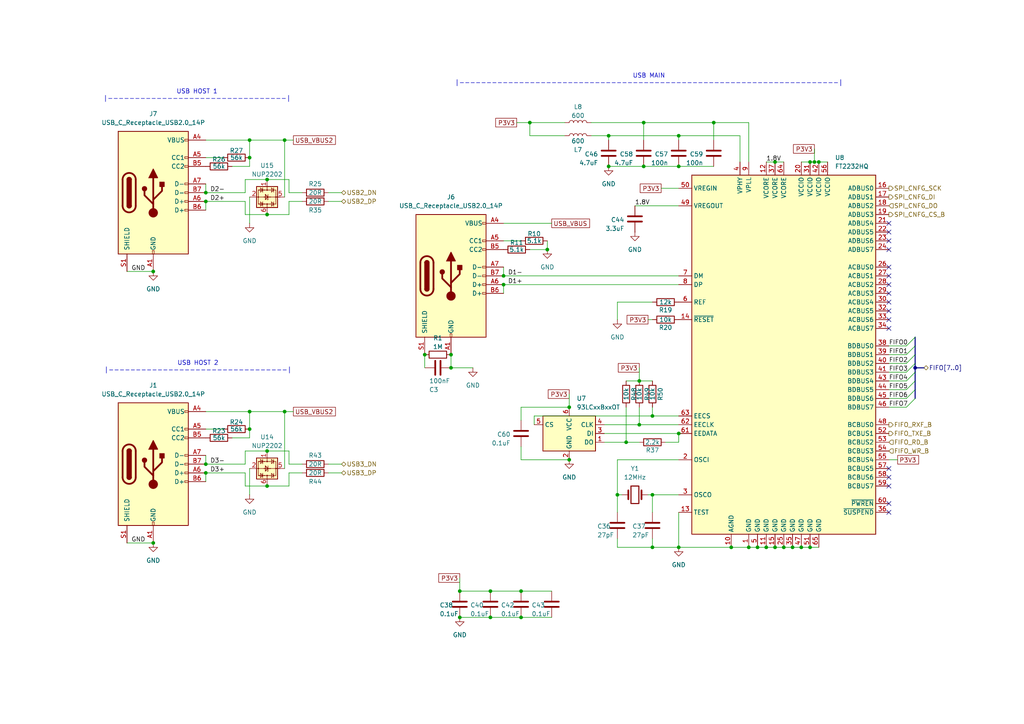
<source format=kicad_sch>
(kicad_sch
	(version 20250114)
	(generator "eeschema")
	(generator_version "9.0")
	(uuid "4d1ba469-c7be-46cf-af34-2e2d4d0c9044")
	(paper "A4")
	(lib_symbols
		(symbol "Connector:USB_C_Receptacle_USB2.0_14P"
			(pin_names
				(offset 1.016)
			)
			(exclude_from_sim no)
			(in_bom yes)
			(on_board yes)
			(property "Reference" "J"
				(at 0 22.225 0)
				(effects
					(font
						(size 1.27 1.27)
					)
				)
			)
			(property "Value" "USB_C_Receptacle_USB2.0_14P"
				(at 0 19.685 0)
				(effects
					(font
						(size 1.27 1.27)
					)
				)
			)
			(property "Footprint" ""
				(at 3.81 0 0)
				(effects
					(font
						(size 1.27 1.27)
					)
					(hide yes)
				)
			)
			(property "Datasheet" "https://www.usb.org/sites/default/files/documents/usb_type-c.zip"
				(at 3.81 0 0)
				(effects
					(font
						(size 1.27 1.27)
					)
					(hide yes)
				)
			)
			(property "Description" "USB 2.0-only 14P Type-C Receptacle connector"
				(at 0 0 0)
				(effects
					(font
						(size 1.27 1.27)
					)
					(hide yes)
				)
			)
			(property "ki_keywords" "usb universal serial bus type-C USB2.0"
				(at 0 0 0)
				(effects
					(font
						(size 1.27 1.27)
					)
					(hide yes)
				)
			)
			(property "ki_fp_filters" "USB*C*Receptacle*"
				(at 0 0 0)
				(effects
					(font
						(size 1.27 1.27)
					)
					(hide yes)
				)
			)
			(symbol "USB_C_Receptacle_USB2.0_14P_0_0"
				(rectangle
					(start -0.254 -17.78)
					(end 0.254 -16.764)
					(stroke
						(width 0)
						(type default)
					)
					(fill
						(type none)
					)
				)
				(rectangle
					(start 10.16 15.494)
					(end 9.144 14.986)
					(stroke
						(width 0)
						(type default)
					)
					(fill
						(type none)
					)
				)
				(rectangle
					(start 10.16 10.414)
					(end 9.144 9.906)
					(stroke
						(width 0)
						(type default)
					)
					(fill
						(type none)
					)
				)
				(rectangle
					(start 10.16 7.874)
					(end 9.144 7.366)
					(stroke
						(width 0)
						(type default)
					)
					(fill
						(type none)
					)
				)
				(rectangle
					(start 10.16 2.794)
					(end 9.144 2.286)
					(stroke
						(width 0)
						(type default)
					)
					(fill
						(type none)
					)
				)
				(rectangle
					(start 10.16 0.254)
					(end 9.144 -0.254)
					(stroke
						(width 0)
						(type default)
					)
					(fill
						(type none)
					)
				)
				(rectangle
					(start 10.16 -2.286)
					(end 9.144 -2.794)
					(stroke
						(width 0)
						(type default)
					)
					(fill
						(type none)
					)
				)
				(rectangle
					(start 10.16 -4.826)
					(end 9.144 -5.334)
					(stroke
						(width 0)
						(type default)
					)
					(fill
						(type none)
					)
				)
			)
			(symbol "USB_C_Receptacle_USB2.0_14P_0_1"
				(rectangle
					(start -10.16 17.78)
					(end 10.16 -17.78)
					(stroke
						(width 0.254)
						(type default)
					)
					(fill
						(type background)
					)
				)
				(polyline
					(pts
						(xy -8.89 -3.81) (xy -8.89 3.81)
					)
					(stroke
						(width 0.508)
						(type default)
					)
					(fill
						(type none)
					)
				)
				(rectangle
					(start -7.62 -3.81)
					(end -6.35 3.81)
					(stroke
						(width 0.254)
						(type default)
					)
					(fill
						(type outline)
					)
				)
				(arc
					(start -7.62 3.81)
					(mid -6.985 4.4423)
					(end -6.35 3.81)
					(stroke
						(width 0.254)
						(type default)
					)
					(fill
						(type none)
					)
				)
				(arc
					(start -7.62 3.81)
					(mid -6.985 4.4423)
					(end -6.35 3.81)
					(stroke
						(width 0.254)
						(type default)
					)
					(fill
						(type outline)
					)
				)
				(arc
					(start -8.89 3.81)
					(mid -6.985 5.7067)
					(end -5.08 3.81)
					(stroke
						(width 0.508)
						(type default)
					)
					(fill
						(type none)
					)
				)
				(arc
					(start -5.08 -3.81)
					(mid -6.985 -5.7067)
					(end -8.89 -3.81)
					(stroke
						(width 0.508)
						(type default)
					)
					(fill
						(type none)
					)
				)
				(arc
					(start -6.35 -3.81)
					(mid -6.985 -4.4423)
					(end -7.62 -3.81)
					(stroke
						(width 0.254)
						(type default)
					)
					(fill
						(type none)
					)
				)
				(arc
					(start -6.35 -3.81)
					(mid -6.985 -4.4423)
					(end -7.62 -3.81)
					(stroke
						(width 0.254)
						(type default)
					)
					(fill
						(type outline)
					)
				)
				(polyline
					(pts
						(xy -5.08 3.81) (xy -5.08 -3.81)
					)
					(stroke
						(width 0.508)
						(type default)
					)
					(fill
						(type none)
					)
				)
				(circle
					(center -2.54 1.143)
					(radius 0.635)
					(stroke
						(width 0.254)
						(type default)
					)
					(fill
						(type outline)
					)
				)
				(polyline
					(pts
						(xy -1.27 4.318) (xy 0 6.858) (xy 1.27 4.318) (xy -1.27 4.318)
					)
					(stroke
						(width 0.254)
						(type default)
					)
					(fill
						(type outline)
					)
				)
				(polyline
					(pts
						(xy 0 -2.032) (xy 2.54 0.508) (xy 2.54 1.778)
					)
					(stroke
						(width 0.508)
						(type default)
					)
					(fill
						(type none)
					)
				)
				(polyline
					(pts
						(xy 0 -3.302) (xy -2.54 -0.762) (xy -2.54 0.508)
					)
					(stroke
						(width 0.508)
						(type default)
					)
					(fill
						(type none)
					)
				)
				(polyline
					(pts
						(xy 0 -5.842) (xy 0 4.318)
					)
					(stroke
						(width 0.508)
						(type default)
					)
					(fill
						(type none)
					)
				)
				(circle
					(center 0 -5.842)
					(radius 1.27)
					(stroke
						(width 0)
						(type default)
					)
					(fill
						(type outline)
					)
				)
				(rectangle
					(start 1.905 1.778)
					(end 3.175 3.048)
					(stroke
						(width 0.254)
						(type default)
					)
					(fill
						(type outline)
					)
				)
			)
			(symbol "USB_C_Receptacle_USB2.0_14P_1_1"
				(pin passive line
					(at -7.62 -22.86 90)
					(length 5.08)
					(name "SHIELD"
						(effects
							(font
								(size 1.27 1.27)
							)
						)
					)
					(number "S1"
						(effects
							(font
								(size 1.27 1.27)
							)
						)
					)
				)
				(pin passive line
					(at 0 -22.86 90)
					(length 5.08)
					(name "GND"
						(effects
							(font
								(size 1.27 1.27)
							)
						)
					)
					(number "A1"
						(effects
							(font
								(size 1.27 1.27)
							)
						)
					)
				)
				(pin passive line
					(at 0 -22.86 90)
					(length 5.08)
					(hide yes)
					(name "GND"
						(effects
							(font
								(size 1.27 1.27)
							)
						)
					)
					(number "A12"
						(effects
							(font
								(size 1.27 1.27)
							)
						)
					)
				)
				(pin passive line
					(at 0 -22.86 90)
					(length 5.08)
					(hide yes)
					(name "GND"
						(effects
							(font
								(size 1.27 1.27)
							)
						)
					)
					(number "B1"
						(effects
							(font
								(size 1.27 1.27)
							)
						)
					)
				)
				(pin passive line
					(at 0 -22.86 90)
					(length 5.08)
					(hide yes)
					(name "GND"
						(effects
							(font
								(size 1.27 1.27)
							)
						)
					)
					(number "B12"
						(effects
							(font
								(size 1.27 1.27)
							)
						)
					)
				)
				(pin passive line
					(at 15.24 15.24 180)
					(length 5.08)
					(name "VBUS"
						(effects
							(font
								(size 1.27 1.27)
							)
						)
					)
					(number "A4"
						(effects
							(font
								(size 1.27 1.27)
							)
						)
					)
				)
				(pin passive line
					(at 15.24 15.24 180)
					(length 5.08)
					(hide yes)
					(name "VBUS"
						(effects
							(font
								(size 1.27 1.27)
							)
						)
					)
					(number "A9"
						(effects
							(font
								(size 1.27 1.27)
							)
						)
					)
				)
				(pin passive line
					(at 15.24 15.24 180)
					(length 5.08)
					(hide yes)
					(name "VBUS"
						(effects
							(font
								(size 1.27 1.27)
							)
						)
					)
					(number "B4"
						(effects
							(font
								(size 1.27 1.27)
							)
						)
					)
				)
				(pin passive line
					(at 15.24 15.24 180)
					(length 5.08)
					(hide yes)
					(name "VBUS"
						(effects
							(font
								(size 1.27 1.27)
							)
						)
					)
					(number "B9"
						(effects
							(font
								(size 1.27 1.27)
							)
						)
					)
				)
				(pin bidirectional line
					(at 15.24 10.16 180)
					(length 5.08)
					(name "CC1"
						(effects
							(font
								(size 1.27 1.27)
							)
						)
					)
					(number "A5"
						(effects
							(font
								(size 1.27 1.27)
							)
						)
					)
				)
				(pin bidirectional line
					(at 15.24 7.62 180)
					(length 5.08)
					(name "CC2"
						(effects
							(font
								(size 1.27 1.27)
							)
						)
					)
					(number "B5"
						(effects
							(font
								(size 1.27 1.27)
							)
						)
					)
				)
				(pin bidirectional line
					(at 15.24 2.54 180)
					(length 5.08)
					(name "D-"
						(effects
							(font
								(size 1.27 1.27)
							)
						)
					)
					(number "A7"
						(effects
							(font
								(size 1.27 1.27)
							)
						)
					)
				)
				(pin bidirectional line
					(at 15.24 0 180)
					(length 5.08)
					(name "D-"
						(effects
							(font
								(size 1.27 1.27)
							)
						)
					)
					(number "B7"
						(effects
							(font
								(size 1.27 1.27)
							)
						)
					)
				)
				(pin bidirectional line
					(at 15.24 -2.54 180)
					(length 5.08)
					(name "D+"
						(effects
							(font
								(size 1.27 1.27)
							)
						)
					)
					(number "A6"
						(effects
							(font
								(size 1.27 1.27)
							)
						)
					)
				)
				(pin bidirectional line
					(at 15.24 -5.08 180)
					(length 5.08)
					(name "D+"
						(effects
							(font
								(size 1.27 1.27)
							)
						)
					)
					(number "B6"
						(effects
							(font
								(size 1.27 1.27)
							)
						)
					)
				)
			)
			(embedded_fonts no)
		)
		(symbol "Device:C"
			(pin_numbers
				(hide yes)
			)
			(pin_names
				(offset 0.254)
			)
			(exclude_from_sim no)
			(in_bom yes)
			(on_board yes)
			(property "Reference" "C"
				(at 0.635 2.54 0)
				(effects
					(font
						(size 1.27 1.27)
					)
					(justify left)
				)
			)
			(property "Value" "C"
				(at 0.635 -2.54 0)
				(effects
					(font
						(size 1.27 1.27)
					)
					(justify left)
				)
			)
			(property "Footprint" ""
				(at 0.9652 -3.81 0)
				(effects
					(font
						(size 1.27 1.27)
					)
					(hide yes)
				)
			)
			(property "Datasheet" "~"
				(at 0 0 0)
				(effects
					(font
						(size 1.27 1.27)
					)
					(hide yes)
				)
			)
			(property "Description" "Unpolarized capacitor"
				(at 0 0 0)
				(effects
					(font
						(size 1.27 1.27)
					)
					(hide yes)
				)
			)
			(property "ki_keywords" "cap capacitor"
				(at 0 0 0)
				(effects
					(font
						(size 1.27 1.27)
					)
					(hide yes)
				)
			)
			(property "ki_fp_filters" "C_*"
				(at 0 0 0)
				(effects
					(font
						(size 1.27 1.27)
					)
					(hide yes)
				)
			)
			(symbol "C_0_1"
				(polyline
					(pts
						(xy -2.032 0.762) (xy 2.032 0.762)
					)
					(stroke
						(width 0.508)
						(type default)
					)
					(fill
						(type none)
					)
				)
				(polyline
					(pts
						(xy -2.032 -0.762) (xy 2.032 -0.762)
					)
					(stroke
						(width 0.508)
						(type default)
					)
					(fill
						(type none)
					)
				)
			)
			(symbol "C_1_1"
				(pin passive line
					(at 0 3.81 270)
					(length 2.794)
					(name "~"
						(effects
							(font
								(size 1.27 1.27)
							)
						)
					)
					(number "1"
						(effects
							(font
								(size 1.27 1.27)
							)
						)
					)
				)
				(pin passive line
					(at 0 -3.81 90)
					(length 2.794)
					(name "~"
						(effects
							(font
								(size 1.27 1.27)
							)
						)
					)
					(number "2"
						(effects
							(font
								(size 1.27 1.27)
							)
						)
					)
				)
			)
			(embedded_fonts no)
		)
		(symbol "Device:Crystal"
			(pin_numbers
				(hide yes)
			)
			(pin_names
				(offset 1.016)
				(hide yes)
			)
			(exclude_from_sim no)
			(in_bom yes)
			(on_board yes)
			(property "Reference" "Y"
				(at 0 3.81 0)
				(effects
					(font
						(size 1.27 1.27)
					)
				)
			)
			(property "Value" "Crystal"
				(at 0 -3.81 0)
				(effects
					(font
						(size 1.27 1.27)
					)
				)
			)
			(property "Footprint" ""
				(at 0 0 0)
				(effects
					(font
						(size 1.27 1.27)
					)
					(hide yes)
				)
			)
			(property "Datasheet" "~"
				(at 0 0 0)
				(effects
					(font
						(size 1.27 1.27)
					)
					(hide yes)
				)
			)
			(property "Description" "Two pin crystal"
				(at 0 0 0)
				(effects
					(font
						(size 1.27 1.27)
					)
					(hide yes)
				)
			)
			(property "ki_keywords" "quartz ceramic resonator oscillator"
				(at 0 0 0)
				(effects
					(font
						(size 1.27 1.27)
					)
					(hide yes)
				)
			)
			(property "ki_fp_filters" "Crystal*"
				(at 0 0 0)
				(effects
					(font
						(size 1.27 1.27)
					)
					(hide yes)
				)
			)
			(symbol "Crystal_0_1"
				(polyline
					(pts
						(xy -2.54 0) (xy -1.905 0)
					)
					(stroke
						(width 0)
						(type default)
					)
					(fill
						(type none)
					)
				)
				(polyline
					(pts
						(xy -1.905 -1.27) (xy -1.905 1.27)
					)
					(stroke
						(width 0.508)
						(type default)
					)
					(fill
						(type none)
					)
				)
				(rectangle
					(start -1.143 2.54)
					(end 1.143 -2.54)
					(stroke
						(width 0.3048)
						(type default)
					)
					(fill
						(type none)
					)
				)
				(polyline
					(pts
						(xy 1.905 -1.27) (xy 1.905 1.27)
					)
					(stroke
						(width 0.508)
						(type default)
					)
					(fill
						(type none)
					)
				)
				(polyline
					(pts
						(xy 2.54 0) (xy 1.905 0)
					)
					(stroke
						(width 0)
						(type default)
					)
					(fill
						(type none)
					)
				)
			)
			(symbol "Crystal_1_1"
				(pin passive line
					(at -3.81 0 0)
					(length 1.27)
					(name "1"
						(effects
							(font
								(size 1.27 1.27)
							)
						)
					)
					(number "1"
						(effects
							(font
								(size 1.27 1.27)
							)
						)
					)
				)
				(pin passive line
					(at 3.81 0 180)
					(length 1.27)
					(name "2"
						(effects
							(font
								(size 1.27 1.27)
							)
						)
					)
					(number "2"
						(effects
							(font
								(size 1.27 1.27)
							)
						)
					)
				)
			)
			(embedded_fonts no)
		)
		(symbol "Device:L"
			(pin_numbers
				(hide yes)
			)
			(pin_names
				(offset 1.016)
				(hide yes)
			)
			(exclude_from_sim no)
			(in_bom yes)
			(on_board yes)
			(property "Reference" "L"
				(at -1.27 0 90)
				(effects
					(font
						(size 1.27 1.27)
					)
				)
			)
			(property "Value" "L"
				(at 1.905 0 90)
				(effects
					(font
						(size 1.27 1.27)
					)
				)
			)
			(property "Footprint" ""
				(at 0 0 0)
				(effects
					(font
						(size 1.27 1.27)
					)
					(hide yes)
				)
			)
			(property "Datasheet" "~"
				(at 0 0 0)
				(effects
					(font
						(size 1.27 1.27)
					)
					(hide yes)
				)
			)
			(property "Description" "Inductor"
				(at 0 0 0)
				(effects
					(font
						(size 1.27 1.27)
					)
					(hide yes)
				)
			)
			(property "ki_keywords" "inductor choke coil reactor magnetic"
				(at 0 0 0)
				(effects
					(font
						(size 1.27 1.27)
					)
					(hide yes)
				)
			)
			(property "ki_fp_filters" "Choke_* *Coil* Inductor_* L_*"
				(at 0 0 0)
				(effects
					(font
						(size 1.27 1.27)
					)
					(hide yes)
				)
			)
			(symbol "L_0_1"
				(arc
					(start 0 2.54)
					(mid 0.6323 1.905)
					(end 0 1.27)
					(stroke
						(width 0)
						(type default)
					)
					(fill
						(type none)
					)
				)
				(arc
					(start 0 1.27)
					(mid 0.6323 0.635)
					(end 0 0)
					(stroke
						(width 0)
						(type default)
					)
					(fill
						(type none)
					)
				)
				(arc
					(start 0 0)
					(mid 0.6323 -0.635)
					(end 0 -1.27)
					(stroke
						(width 0)
						(type default)
					)
					(fill
						(type none)
					)
				)
				(arc
					(start 0 -1.27)
					(mid 0.6323 -1.905)
					(end 0 -2.54)
					(stroke
						(width 0)
						(type default)
					)
					(fill
						(type none)
					)
				)
			)
			(symbol "L_1_1"
				(pin passive line
					(at 0 3.81 270)
					(length 1.27)
					(name "1"
						(effects
							(font
								(size 1.27 1.27)
							)
						)
					)
					(number "1"
						(effects
							(font
								(size 1.27 1.27)
							)
						)
					)
				)
				(pin passive line
					(at 0 -3.81 90)
					(length 1.27)
					(name "2"
						(effects
							(font
								(size 1.27 1.27)
							)
						)
					)
					(number "2"
						(effects
							(font
								(size 1.27 1.27)
							)
						)
					)
				)
			)
			(embedded_fonts no)
		)
		(symbol "Device:R"
			(pin_numbers
				(hide yes)
			)
			(pin_names
				(offset 0)
			)
			(exclude_from_sim no)
			(in_bom yes)
			(on_board yes)
			(property "Reference" "R"
				(at 2.032 0 90)
				(effects
					(font
						(size 1.27 1.27)
					)
				)
			)
			(property "Value" "R"
				(at 0 0 90)
				(effects
					(font
						(size 1.27 1.27)
					)
				)
			)
			(property "Footprint" ""
				(at -1.778 0 90)
				(effects
					(font
						(size 1.27 1.27)
					)
					(hide yes)
				)
			)
			(property "Datasheet" "~"
				(at 0 0 0)
				(effects
					(font
						(size 1.27 1.27)
					)
					(hide yes)
				)
			)
			(property "Description" "Resistor"
				(at 0 0 0)
				(effects
					(font
						(size 1.27 1.27)
					)
					(hide yes)
				)
			)
			(property "ki_keywords" "R res resistor"
				(at 0 0 0)
				(effects
					(font
						(size 1.27 1.27)
					)
					(hide yes)
				)
			)
			(property "ki_fp_filters" "R_*"
				(at 0 0 0)
				(effects
					(font
						(size 1.27 1.27)
					)
					(hide yes)
				)
			)
			(symbol "R_0_1"
				(rectangle
					(start -1.016 -2.54)
					(end 1.016 2.54)
					(stroke
						(width 0.254)
						(type default)
					)
					(fill
						(type none)
					)
				)
			)
			(symbol "R_1_1"
				(pin passive line
					(at 0 3.81 270)
					(length 1.27)
					(name "~"
						(effects
							(font
								(size 1.27 1.27)
							)
						)
					)
					(number "1"
						(effects
							(font
								(size 1.27 1.27)
							)
						)
					)
				)
				(pin passive line
					(at 0 -3.81 90)
					(length 1.27)
					(name "~"
						(effects
							(font
								(size 1.27 1.27)
							)
						)
					)
					(number "2"
						(effects
							(font
								(size 1.27 1.27)
							)
						)
					)
				)
			)
			(embedded_fonts no)
		)
		(symbol "Interface_USB:FT2232HQ"
			(exclude_from_sim no)
			(in_bom yes)
			(on_board yes)
			(property "Reference" "U"
				(at -26.67 53.34 0)
				(effects
					(font
						(size 1.27 1.27)
					)
					(justify left)
				)
			)
			(property "Value" "FT2232HQ"
				(at 19.05 53.34 0)
				(effects
					(font
						(size 1.27 1.27)
					)
					(justify left)
				)
			)
			(property "Footprint" "Package_DFN_QFN:QFN-64-1EP_9x9mm_P0.5mm_EP4.35x4.35mm"
				(at 0 0 0)
				(effects
					(font
						(size 1.27 1.27)
					)
					(hide yes)
				)
			)
			(property "Datasheet" "https://www.ftdichip.com/Support/Documents/DataSheets/ICs/DS_FT2232H.pdf"
				(at 0 0 0)
				(effects
					(font
						(size 1.27 1.27)
					)
					(hide yes)
				)
			)
			(property "Description" "Hi Speed Double Channel USB UART/FIFO, QFN-64"
				(at 0 0 0)
				(effects
					(font
						(size 1.27 1.27)
					)
					(hide yes)
				)
			)
			(property "ki_keywords" "USB Double UART FIFO"
				(at 0 0 0)
				(effects
					(font
						(size 1.27 1.27)
					)
					(hide yes)
				)
			)
			(property "ki_fp_filters" "QFN*1EP*9x9mm*P0.5mm*"
				(at 0 0 0)
				(effects
					(font
						(size 1.27 1.27)
					)
					(hide yes)
				)
			)
			(symbol "FT2232HQ_0_1"
				(rectangle
					(start -26.67 -52.07)
					(end 26.67 52.07)
					(stroke
						(width 0.254)
						(type default)
					)
					(fill
						(type background)
					)
				)
			)
			(symbol "FT2232HQ_1_1"
				(pin power_in line
					(at -30.48 48.26 0)
					(length 3.81)
					(name "VREGIN"
						(effects
							(font
								(size 1.27 1.27)
							)
						)
					)
					(number "50"
						(effects
							(font
								(size 1.27 1.27)
							)
						)
					)
				)
				(pin power_out line
					(at -30.48 43.18 0)
					(length 3.81)
					(name "VREGOUT"
						(effects
							(font
								(size 1.27 1.27)
							)
						)
					)
					(number "49"
						(effects
							(font
								(size 1.27 1.27)
							)
						)
					)
				)
				(pin bidirectional line
					(at -30.48 22.86 0)
					(length 3.81)
					(name "DM"
						(effects
							(font
								(size 1.27 1.27)
							)
						)
					)
					(number "7"
						(effects
							(font
								(size 1.27 1.27)
							)
						)
					)
				)
				(pin bidirectional line
					(at -30.48 20.32 0)
					(length 3.81)
					(name "DP"
						(effects
							(font
								(size 1.27 1.27)
							)
						)
					)
					(number "8"
						(effects
							(font
								(size 1.27 1.27)
							)
						)
					)
				)
				(pin output line
					(at -30.48 15.24 0)
					(length 3.81)
					(name "REF"
						(effects
							(font
								(size 1.27 1.27)
							)
						)
					)
					(number "6"
						(effects
							(font
								(size 1.27 1.27)
							)
						)
					)
				)
				(pin input line
					(at -30.48 10.16 0)
					(length 3.81)
					(name "~{RESET}"
						(effects
							(font
								(size 1.27 1.27)
							)
						)
					)
					(number "14"
						(effects
							(font
								(size 1.27 1.27)
							)
						)
					)
				)
				(pin output line
					(at -30.48 -17.78 0)
					(length 3.81)
					(name "EECS"
						(effects
							(font
								(size 1.27 1.27)
							)
						)
					)
					(number "63"
						(effects
							(font
								(size 1.27 1.27)
							)
						)
					)
				)
				(pin output line
					(at -30.48 -20.32 0)
					(length 3.81)
					(name "EECLK"
						(effects
							(font
								(size 1.27 1.27)
							)
						)
					)
					(number "62"
						(effects
							(font
								(size 1.27 1.27)
							)
						)
					)
				)
				(pin bidirectional line
					(at -30.48 -22.86 0)
					(length 3.81)
					(name "EEDATA"
						(effects
							(font
								(size 1.27 1.27)
							)
						)
					)
					(number "61"
						(effects
							(font
								(size 1.27 1.27)
							)
						)
					)
				)
				(pin input line
					(at -30.48 -30.48 0)
					(length 3.81)
					(name "OSCI"
						(effects
							(font
								(size 1.27 1.27)
							)
						)
					)
					(number "2"
						(effects
							(font
								(size 1.27 1.27)
							)
						)
					)
				)
				(pin output line
					(at -30.48 -40.64 0)
					(length 3.81)
					(name "OSCO"
						(effects
							(font
								(size 1.27 1.27)
							)
						)
					)
					(number "3"
						(effects
							(font
								(size 1.27 1.27)
							)
						)
					)
				)
				(pin input line
					(at -30.48 -45.72 0)
					(length 3.81)
					(name "TEST"
						(effects
							(font
								(size 1.27 1.27)
							)
						)
					)
					(number "13"
						(effects
							(font
								(size 1.27 1.27)
							)
						)
					)
				)
				(pin power_in line
					(at -15.24 -55.88 90)
					(length 3.81)
					(name "AGND"
						(effects
							(font
								(size 1.27 1.27)
							)
						)
					)
					(number "10"
						(effects
							(font
								(size 1.27 1.27)
							)
						)
					)
				)
				(pin power_in line
					(at -12.7 55.88 270)
					(length 3.81)
					(name "VPHY"
						(effects
							(font
								(size 1.27 1.27)
							)
						)
					)
					(number "4"
						(effects
							(font
								(size 1.27 1.27)
							)
						)
					)
				)
				(pin input line
					(at -10.16 55.88 270)
					(length 3.81)
					(name "VPLL"
						(effects
							(font
								(size 1.27 1.27)
							)
						)
					)
					(number "9"
						(effects
							(font
								(size 1.27 1.27)
							)
						)
					)
				)
				(pin power_in line
					(at -10.16 -55.88 90)
					(length 3.81)
					(name "GND"
						(effects
							(font
								(size 1.27 1.27)
							)
						)
					)
					(number "1"
						(effects
							(font
								(size 1.27 1.27)
							)
						)
					)
				)
				(pin power_in line
					(at -7.62 -55.88 90)
					(length 3.81)
					(name "GND"
						(effects
							(font
								(size 1.27 1.27)
							)
						)
					)
					(number "5"
						(effects
							(font
								(size 1.27 1.27)
							)
						)
					)
				)
				(pin power_in line
					(at -5.08 55.88 270)
					(length 3.81)
					(name "VCORE"
						(effects
							(font
								(size 1.27 1.27)
							)
						)
					)
					(number "12"
						(effects
							(font
								(size 1.27 1.27)
							)
						)
					)
				)
				(pin power_in line
					(at -5.08 -55.88 90)
					(length 3.81)
					(name "GND"
						(effects
							(font
								(size 1.27 1.27)
							)
						)
					)
					(number "11"
						(effects
							(font
								(size 1.27 1.27)
							)
						)
					)
				)
				(pin power_in line
					(at -2.54 55.88 270)
					(length 3.81)
					(name "VCORE"
						(effects
							(font
								(size 1.27 1.27)
							)
						)
					)
					(number "37"
						(effects
							(font
								(size 1.27 1.27)
							)
						)
					)
				)
				(pin power_in line
					(at -2.54 -55.88 90)
					(length 3.81)
					(name "GND"
						(effects
							(font
								(size 1.27 1.27)
							)
						)
					)
					(number "15"
						(effects
							(font
								(size 1.27 1.27)
							)
						)
					)
				)
				(pin power_in line
					(at 0 55.88 270)
					(length 3.81)
					(name "VCORE"
						(effects
							(font
								(size 1.27 1.27)
							)
						)
					)
					(number "64"
						(effects
							(font
								(size 1.27 1.27)
							)
						)
					)
				)
				(pin power_in line
					(at 0 -55.88 90)
					(length 3.81)
					(name "GND"
						(effects
							(font
								(size 1.27 1.27)
							)
						)
					)
					(number "25"
						(effects
							(font
								(size 1.27 1.27)
							)
						)
					)
				)
				(pin power_in line
					(at 2.54 -55.88 90)
					(length 3.81)
					(name "GND"
						(effects
							(font
								(size 1.27 1.27)
							)
						)
					)
					(number "35"
						(effects
							(font
								(size 1.27 1.27)
							)
						)
					)
				)
				(pin power_in line
					(at 5.08 55.88 270)
					(length 3.81)
					(name "VCCIO"
						(effects
							(font
								(size 1.27 1.27)
							)
						)
					)
					(number "20"
						(effects
							(font
								(size 1.27 1.27)
							)
						)
					)
				)
				(pin power_in line
					(at 5.08 -55.88 90)
					(length 3.81)
					(name "GND"
						(effects
							(font
								(size 1.27 1.27)
							)
						)
					)
					(number "47"
						(effects
							(font
								(size 1.27 1.27)
							)
						)
					)
				)
				(pin power_in line
					(at 7.62 55.88 270)
					(length 3.81)
					(name "VCCIO"
						(effects
							(font
								(size 1.27 1.27)
							)
						)
					)
					(number "31"
						(effects
							(font
								(size 1.27 1.27)
							)
						)
					)
				)
				(pin power_in line
					(at 7.62 -55.88 90)
					(length 3.81)
					(name "GND"
						(effects
							(font
								(size 1.27 1.27)
							)
						)
					)
					(number "51"
						(effects
							(font
								(size 1.27 1.27)
							)
						)
					)
				)
				(pin power_in line
					(at 10.16 55.88 270)
					(length 3.81)
					(name "VCCIO"
						(effects
							(font
								(size 1.27 1.27)
							)
						)
					)
					(number "42"
						(effects
							(font
								(size 1.27 1.27)
							)
						)
					)
				)
				(pin power_in line
					(at 10.16 -55.88 90)
					(length 3.81)
					(name "GND"
						(effects
							(font
								(size 1.27 1.27)
							)
						)
					)
					(number "65"
						(effects
							(font
								(size 1.27 1.27)
							)
						)
					)
				)
				(pin power_in line
					(at 12.7 55.88 270)
					(length 3.81)
					(name "VCCIO"
						(effects
							(font
								(size 1.27 1.27)
							)
						)
					)
					(number "56"
						(effects
							(font
								(size 1.27 1.27)
							)
						)
					)
				)
				(pin bidirectional line
					(at 30.48 48.26 180)
					(length 3.81)
					(name "ADBUS0"
						(effects
							(font
								(size 1.27 1.27)
							)
						)
					)
					(number "16"
						(effects
							(font
								(size 1.27 1.27)
							)
						)
					)
				)
				(pin bidirectional line
					(at 30.48 45.72 180)
					(length 3.81)
					(name "ADBUS1"
						(effects
							(font
								(size 1.27 1.27)
							)
						)
					)
					(number "17"
						(effects
							(font
								(size 1.27 1.27)
							)
						)
					)
				)
				(pin bidirectional line
					(at 30.48 43.18 180)
					(length 3.81)
					(name "ADBUS2"
						(effects
							(font
								(size 1.27 1.27)
							)
						)
					)
					(number "18"
						(effects
							(font
								(size 1.27 1.27)
							)
						)
					)
				)
				(pin bidirectional line
					(at 30.48 40.64 180)
					(length 3.81)
					(name "ADBUS3"
						(effects
							(font
								(size 1.27 1.27)
							)
						)
					)
					(number "19"
						(effects
							(font
								(size 1.27 1.27)
							)
						)
					)
				)
				(pin bidirectional line
					(at 30.48 38.1 180)
					(length 3.81)
					(name "ADBUS4"
						(effects
							(font
								(size 1.27 1.27)
							)
						)
					)
					(number "21"
						(effects
							(font
								(size 1.27 1.27)
							)
						)
					)
				)
				(pin bidirectional line
					(at 30.48 35.56 180)
					(length 3.81)
					(name "ADBUS5"
						(effects
							(font
								(size 1.27 1.27)
							)
						)
					)
					(number "22"
						(effects
							(font
								(size 1.27 1.27)
							)
						)
					)
				)
				(pin bidirectional line
					(at 30.48 33.02 180)
					(length 3.81)
					(name "ADBUS6"
						(effects
							(font
								(size 1.27 1.27)
							)
						)
					)
					(number "23"
						(effects
							(font
								(size 1.27 1.27)
							)
						)
					)
				)
				(pin bidirectional line
					(at 30.48 30.48 180)
					(length 3.81)
					(name "ADBUS7"
						(effects
							(font
								(size 1.27 1.27)
							)
						)
					)
					(number "24"
						(effects
							(font
								(size 1.27 1.27)
							)
						)
					)
				)
				(pin bidirectional line
					(at 30.48 25.4 180)
					(length 3.81)
					(name "ACBUS0"
						(effects
							(font
								(size 1.27 1.27)
							)
						)
					)
					(number "26"
						(effects
							(font
								(size 1.27 1.27)
							)
						)
					)
				)
				(pin bidirectional line
					(at 30.48 22.86 180)
					(length 3.81)
					(name "ACBUS1"
						(effects
							(font
								(size 1.27 1.27)
							)
						)
					)
					(number "27"
						(effects
							(font
								(size 1.27 1.27)
							)
						)
					)
				)
				(pin bidirectional line
					(at 30.48 20.32 180)
					(length 3.81)
					(name "ACBUS2"
						(effects
							(font
								(size 1.27 1.27)
							)
						)
					)
					(number "28"
						(effects
							(font
								(size 1.27 1.27)
							)
						)
					)
				)
				(pin bidirectional line
					(at 30.48 17.78 180)
					(length 3.81)
					(name "ACBUS3"
						(effects
							(font
								(size 1.27 1.27)
							)
						)
					)
					(number "29"
						(effects
							(font
								(size 1.27 1.27)
							)
						)
					)
				)
				(pin bidirectional line
					(at 30.48 15.24 180)
					(length 3.81)
					(name "ACBUS4"
						(effects
							(font
								(size 1.27 1.27)
							)
						)
					)
					(number "30"
						(effects
							(font
								(size 1.27 1.27)
							)
						)
					)
				)
				(pin bidirectional line
					(at 30.48 12.7 180)
					(length 3.81)
					(name "ACBUS5"
						(effects
							(font
								(size 1.27 1.27)
							)
						)
					)
					(number "32"
						(effects
							(font
								(size 1.27 1.27)
							)
						)
					)
				)
				(pin bidirectional line
					(at 30.48 10.16 180)
					(length 3.81)
					(name "ACBUS6"
						(effects
							(font
								(size 1.27 1.27)
							)
						)
					)
					(number "33"
						(effects
							(font
								(size 1.27 1.27)
							)
						)
					)
				)
				(pin bidirectional line
					(at 30.48 7.62 180)
					(length 3.81)
					(name "ACBUS7"
						(effects
							(font
								(size 1.27 1.27)
							)
						)
					)
					(number "34"
						(effects
							(font
								(size 1.27 1.27)
							)
						)
					)
				)
				(pin bidirectional line
					(at 30.48 2.54 180)
					(length 3.81)
					(name "BDBUS0"
						(effects
							(font
								(size 1.27 1.27)
							)
						)
					)
					(number "38"
						(effects
							(font
								(size 1.27 1.27)
							)
						)
					)
				)
				(pin bidirectional line
					(at 30.48 0 180)
					(length 3.81)
					(name "BDBUS1"
						(effects
							(font
								(size 1.27 1.27)
							)
						)
					)
					(number "39"
						(effects
							(font
								(size 1.27 1.27)
							)
						)
					)
				)
				(pin bidirectional line
					(at 30.48 -2.54 180)
					(length 3.81)
					(name "BDBUS2"
						(effects
							(font
								(size 1.27 1.27)
							)
						)
					)
					(number "40"
						(effects
							(font
								(size 1.27 1.27)
							)
						)
					)
				)
				(pin bidirectional line
					(at 30.48 -5.08 180)
					(length 3.81)
					(name "BDBUS3"
						(effects
							(font
								(size 1.27 1.27)
							)
						)
					)
					(number "41"
						(effects
							(font
								(size 1.27 1.27)
							)
						)
					)
				)
				(pin bidirectional line
					(at 30.48 -7.62 180)
					(length 3.81)
					(name "BDBUS4"
						(effects
							(font
								(size 1.27 1.27)
							)
						)
					)
					(number "43"
						(effects
							(font
								(size 1.27 1.27)
							)
						)
					)
				)
				(pin bidirectional line
					(at 30.48 -10.16 180)
					(length 3.81)
					(name "BDBUS5"
						(effects
							(font
								(size 1.27 1.27)
							)
						)
					)
					(number "44"
						(effects
							(font
								(size 1.27 1.27)
							)
						)
					)
				)
				(pin bidirectional line
					(at 30.48 -12.7 180)
					(length 3.81)
					(name "BDBUS6"
						(effects
							(font
								(size 1.27 1.27)
							)
						)
					)
					(number "45"
						(effects
							(font
								(size 1.27 1.27)
							)
						)
					)
				)
				(pin bidirectional line
					(at 30.48 -15.24 180)
					(length 3.81)
					(name "BDBUS7"
						(effects
							(font
								(size 1.27 1.27)
							)
						)
					)
					(number "46"
						(effects
							(font
								(size 1.27 1.27)
							)
						)
					)
				)
				(pin bidirectional line
					(at 30.48 -20.32 180)
					(length 3.81)
					(name "BCBUS0"
						(effects
							(font
								(size 1.27 1.27)
							)
						)
					)
					(number "48"
						(effects
							(font
								(size 1.27 1.27)
							)
						)
					)
				)
				(pin bidirectional line
					(at 30.48 -22.86 180)
					(length 3.81)
					(name "BCBUS1"
						(effects
							(font
								(size 1.27 1.27)
							)
						)
					)
					(number "52"
						(effects
							(font
								(size 1.27 1.27)
							)
						)
					)
				)
				(pin bidirectional line
					(at 30.48 -25.4 180)
					(length 3.81)
					(name "BCBUS2"
						(effects
							(font
								(size 1.27 1.27)
							)
						)
					)
					(number "53"
						(effects
							(font
								(size 1.27 1.27)
							)
						)
					)
				)
				(pin bidirectional line
					(at 30.48 -27.94 180)
					(length 3.81)
					(name "BCBUS3"
						(effects
							(font
								(size 1.27 1.27)
							)
						)
					)
					(number "54"
						(effects
							(font
								(size 1.27 1.27)
							)
						)
					)
				)
				(pin bidirectional line
					(at 30.48 -30.48 180)
					(length 3.81)
					(name "BCBUS4"
						(effects
							(font
								(size 1.27 1.27)
							)
						)
					)
					(number "55"
						(effects
							(font
								(size 1.27 1.27)
							)
						)
					)
				)
				(pin bidirectional line
					(at 30.48 -33.02 180)
					(length 3.81)
					(name "BCBUS5"
						(effects
							(font
								(size 1.27 1.27)
							)
						)
					)
					(number "57"
						(effects
							(font
								(size 1.27 1.27)
							)
						)
					)
				)
				(pin bidirectional line
					(at 30.48 -35.56 180)
					(length 3.81)
					(name "BCBUS6"
						(effects
							(font
								(size 1.27 1.27)
							)
						)
					)
					(number "58"
						(effects
							(font
								(size 1.27 1.27)
							)
						)
					)
				)
				(pin bidirectional line
					(at 30.48 -38.1 180)
					(length 3.81)
					(name "BCBUS7"
						(effects
							(font
								(size 1.27 1.27)
							)
						)
					)
					(number "59"
						(effects
							(font
								(size 1.27 1.27)
							)
						)
					)
				)
				(pin output line
					(at 30.48 -43.18 180)
					(length 3.81)
					(name "~{PWREN}"
						(effects
							(font
								(size 1.27 1.27)
							)
						)
					)
					(number "60"
						(effects
							(font
								(size 1.27 1.27)
							)
						)
					)
				)
				(pin output line
					(at 30.48 -45.72 180)
					(length 3.81)
					(name "~{SUSPEND}"
						(effects
							(font
								(size 1.27 1.27)
							)
						)
					)
					(number "36"
						(effects
							(font
								(size 1.27 1.27)
							)
						)
					)
				)
			)
			(embedded_fonts no)
		)
		(symbol "Memory_EEPROM:93LCxxBxxOT"
			(exclude_from_sim no)
			(in_bom yes)
			(on_board yes)
			(property "Reference" "U"
				(at -6.35 6.35 0)
				(effects
					(font
						(size 1.27 1.27)
					)
				)
			)
			(property "Value" "93LCxxBxxOT"
				(at 7.62 -6.35 0)
				(effects
					(font
						(size 1.27 1.27)
					)
				)
			)
			(property "Footprint" "Package_TO_SOT_SMD:SOT-23-6"
				(at 0 0 0)
				(effects
					(font
						(size 1.27 1.27)
					)
					(hide yes)
				)
			)
			(property "Datasheet" "http://ww1.microchip.com/downloads/en/DeviceDoc/20001749K.pdf"
				(at 0 0 0)
				(effects
					(font
						(size 1.27 1.27)
					)
					(hide yes)
				)
			)
			(property "Description" "Serial EEPROM, 93 Series, 2.5V, SOT-23-6"
				(at 0 0 0)
				(effects
					(font
						(size 1.27 1.27)
					)
					(hide yes)
				)
			)
			(property "ki_keywords" "1K Microwire Serial EEPROM"
				(at 0 0 0)
				(effects
					(font
						(size 1.27 1.27)
					)
					(hide yes)
				)
			)
			(property "ki_fp_filters" "SOT?23*"
				(at 0 0 0)
				(effects
					(font
						(size 1.27 1.27)
					)
					(hide yes)
				)
			)
			(symbol "93LCxxBxxOT_0_1"
				(rectangle
					(start -7.62 5.08)
					(end 7.62 -5.08)
					(stroke
						(width 0.254)
						(type default)
					)
					(fill
						(type background)
					)
				)
			)
			(symbol "93LCxxBxxOT_1_1"
				(pin input line
					(at -10.16 2.54 0)
					(length 2.54)
					(name "CS"
						(effects
							(font
								(size 1.27 1.27)
							)
						)
					)
					(number "5"
						(effects
							(font
								(size 1.27 1.27)
							)
						)
					)
				)
				(pin power_in line
					(at 0 7.62 270)
					(length 2.54)
					(name "VCC"
						(effects
							(font
								(size 1.27 1.27)
							)
						)
					)
					(number "6"
						(effects
							(font
								(size 1.27 1.27)
							)
						)
					)
				)
				(pin power_in line
					(at 0 -7.62 90)
					(length 2.54)
					(name "GND"
						(effects
							(font
								(size 1.27 1.27)
							)
						)
					)
					(number "2"
						(effects
							(font
								(size 1.27 1.27)
							)
						)
					)
				)
				(pin input line
					(at 10.16 2.54 180)
					(length 2.54)
					(name "CLK"
						(effects
							(font
								(size 1.27 1.27)
							)
						)
					)
					(number "4"
						(effects
							(font
								(size 1.27 1.27)
							)
						)
					)
				)
				(pin input line
					(at 10.16 0 180)
					(length 2.54)
					(name "DI"
						(effects
							(font
								(size 1.27 1.27)
							)
						)
					)
					(number "3"
						(effects
							(font
								(size 1.27 1.27)
							)
						)
					)
				)
				(pin tri_state line
					(at 10.16 -2.54 180)
					(length 2.54)
					(name "DO"
						(effects
							(font
								(size 1.27 1.27)
							)
						)
					)
					(number "1"
						(effects
							(font
								(size 1.27 1.27)
							)
						)
					)
				)
			)
			(embedded_fonts no)
		)
		(symbol "Power_Protection:NUP2202"
			(exclude_from_sim no)
			(in_bom yes)
			(on_board yes)
			(property "Reference" "U"
				(at -5.334 -2.54 0)
				(effects
					(font
						(size 1.27 1.27)
					)
				)
			)
			(property "Value" "NUP2202"
				(at 6.35 1.27 90)
				(effects
					(font
						(size 1.27 1.27)
					)
				)
			)
			(property "Footprint" "Package_TO_SOT_SMD:SOT-363_SC-70-6"
				(at 2.032 1.905 0)
				(effects
					(font
						(size 1.27 1.27)
					)
					(hide yes)
				)
			)
			(property "Datasheet" "https://www.onsemi.com/pdf/datasheet/nup2202w1-d.pdf"
				(at 2.032 1.905 0)
				(effects
					(font
						(size 1.27 1.27)
					)
					(hide yes)
				)
			)
			(property "Description" "Transient voltage suppressor designed to protect high speed data lines from ESD, EFT, and lightning"
				(at 0 0 0)
				(effects
					(font
						(size 1.27 1.27)
					)
					(hide yes)
				)
			)
			(property "ki_keywords" "ESD Protection diodes  transient suppressor"
				(at 0 0 0)
				(effects
					(font
						(size 1.27 1.27)
					)
					(hide yes)
				)
			)
			(property "ki_fp_filters" "SOT?363*"
				(at 0 0 0)
				(effects
					(font
						(size 1.27 1.27)
					)
					(hide yes)
				)
			)
			(symbol "NUP2202_0_1"
				(rectangle
					(start -3.048 3.048)
					(end 3.048 -3.048)
					(stroke
						(width 0.254)
						(type default)
					)
					(fill
						(type background)
					)
				)
				(polyline
					(pts
						(xy -2.667 1.905) (xy -1.397 1.905)
					)
					(stroke
						(width 0)
						(type default)
					)
					(fill
						(type none)
					)
				)
				(polyline
					(pts
						(xy -2.667 1.27) (xy -1.397 1.27) (xy -2.032 1.905) (xy -2.667 1.27)
					)
					(stroke
						(width 0)
						(type default)
					)
					(fill
						(type none)
					)
				)
				(polyline
					(pts
						(xy -2.667 -1.27) (xy -1.397 -1.27)
					)
					(stroke
						(width 0)
						(type default)
					)
					(fill
						(type none)
					)
				)
				(polyline
					(pts
						(xy -2.667 -1.27) (xy -1.397 -1.27)
					)
					(stroke
						(width 0)
						(type default)
					)
					(fill
						(type none)
					)
				)
				(polyline
					(pts
						(xy -2.667 -1.905) (xy -1.397 -1.905) (xy -2.032 -1.27) (xy -2.667 -1.905)
					)
					(stroke
						(width 0)
						(type default)
					)
					(fill
						(type none)
					)
				)
				(polyline
					(pts
						(xy -2.54 0) (xy -2.032 0)
					)
					(stroke
						(width 0)
						(type default)
					)
					(fill
						(type none)
					)
				)
				(polyline
					(pts
						(xy -2.032 2.54) (xy 2.032 2.54)
					)
					(stroke
						(width 0)
						(type default)
					)
					(fill
						(type none)
					)
				)
				(polyline
					(pts
						(xy -2.032 0.635) (xy -2.032 2.54)
					)
					(stroke
						(width 0)
						(type default)
					)
					(fill
						(type none)
					)
				)
				(polyline
					(pts
						(xy -2.032 0.635) (xy -2.032 -0.635)
					)
					(stroke
						(width 0)
						(type default)
					)
					(fill
						(type none)
					)
				)
				(circle
					(center -2.032 0)
					(radius 0.127)
					(stroke
						(width 0)
						(type default)
					)
					(fill
						(type none)
					)
				)
				(circle
					(center -2.032 0)
					(radius 0.127)
					(stroke
						(width 0)
						(type default)
					)
					(fill
						(type none)
					)
				)
				(polyline
					(pts
						(xy -2.032 -2.54) (xy -2.032 -0.635)
					)
					(stroke
						(width 0)
						(type default)
					)
					(fill
						(type none)
					)
				)
				(polyline
					(pts
						(xy -2.032 -2.54) (xy -2.032 -0.635)
					)
					(stroke
						(width 0)
						(type default)
					)
					(fill
						(type none)
					)
				)
				(polyline
					(pts
						(xy -0.762 0.254) (xy 0.762 0.254)
					)
					(stroke
						(width 0)
						(type default)
					)
					(fill
						(type none)
					)
				)
				(polyline
					(pts
						(xy -0.762 -0.508) (xy 0.762 -0.508) (xy 0 0.254) (xy -0.762 -0.508)
					)
					(stroke
						(width 0)
						(type default)
					)
					(fill
						(type none)
					)
				)
				(polyline
					(pts
						(xy -0.762 -0.508) (xy 0.762 -0.508) (xy 0 0.254) (xy -0.762 -0.508)
					)
					(stroke
						(width 0)
						(type default)
					)
					(fill
						(type none)
					)
				)
				(circle
					(center 0 2.54)
					(radius 0.127)
					(stroke
						(width 0)
						(type default)
					)
					(fill
						(type none)
					)
				)
				(polyline
					(pts
						(xy 0 1.016) (xy 0 3.81)
					)
					(stroke
						(width 0)
						(type default)
					)
					(fill
						(type none)
					)
				)
				(polyline
					(pts
						(xy 0 -0.889) (xy 0 1.016)
					)
					(stroke
						(width 0)
						(type default)
					)
					(fill
						(type none)
					)
				)
				(polyline
					(pts
						(xy 0 -0.889) (xy 0 1.016)
					)
					(stroke
						(width 0)
						(type default)
					)
					(fill
						(type none)
					)
				)
				(polyline
					(pts
						(xy 0 -0.889) (xy 0 -2.54)
					)
					(stroke
						(width 0)
						(type default)
					)
					(fill
						(type none)
					)
				)
				(circle
					(center 0 -2.54)
					(radius 0.127)
					(stroke
						(width 0)
						(type default)
					)
					(fill
						(type none)
					)
				)
				(polyline
					(pts
						(xy 0.762 0) (xy 0.762 0.254)
					)
					(stroke
						(width 0)
						(type default)
					)
					(fill
						(type none)
					)
				)
				(polyline
					(pts
						(xy 1.397 1.905) (xy 2.667 1.905)
					)
					(stroke
						(width 0)
						(type default)
					)
					(fill
						(type none)
					)
				)
				(polyline
					(pts
						(xy 1.397 1.27) (xy 2.667 1.27) (xy 2.032 1.905) (xy 1.397 1.27)
					)
					(stroke
						(width 0)
						(type default)
					)
					(fill
						(type none)
					)
				)
				(polyline
					(pts
						(xy 1.397 -1.27) (xy 2.667 -1.27)
					)
					(stroke
						(width 0)
						(type default)
					)
					(fill
						(type none)
					)
				)
				(polyline
					(pts
						(xy 1.397 -1.27) (xy 2.667 -1.27)
					)
					(stroke
						(width 0)
						(type default)
					)
					(fill
						(type none)
					)
				)
				(polyline
					(pts
						(xy 1.397 -1.905) (xy 2.667 -1.905) (xy 2.032 -1.27) (xy 1.397 -1.905)
					)
					(stroke
						(width 0)
						(type default)
					)
					(fill
						(type none)
					)
				)
				(polyline
					(pts
						(xy 2.032 0.635) (xy 2.032 2.54)
					)
					(stroke
						(width 0)
						(type default)
					)
					(fill
						(type none)
					)
				)
				(polyline
					(pts
						(xy 2.032 0.635) (xy 2.032 -0.635)
					)
					(stroke
						(width 0)
						(type default)
					)
					(fill
						(type none)
					)
				)
				(polyline
					(pts
						(xy 2.032 0) (xy 2.54 0)
					)
					(stroke
						(width 0)
						(type default)
					)
					(fill
						(type none)
					)
				)
				(circle
					(center 2.032 0)
					(radius 0.127)
					(stroke
						(width 0)
						(type default)
					)
					(fill
						(type none)
					)
				)
				(circle
					(center 2.032 0)
					(radius 0.127)
					(stroke
						(width 0)
						(type default)
					)
					(fill
						(type none)
					)
				)
				(polyline
					(pts
						(xy 2.032 -2.54) (xy -2.032 -2.54)
					)
					(stroke
						(width 0)
						(type default)
					)
					(fill
						(type none)
					)
				)
				(polyline
					(pts
						(xy 2.032 -2.54) (xy 2.032 -0.635)
					)
					(stroke
						(width 0)
						(type default)
					)
					(fill
						(type none)
					)
				)
				(polyline
					(pts
						(xy 2.032 -2.54) (xy 2.032 -0.635)
					)
					(stroke
						(width 0)
						(type default)
					)
					(fill
						(type none)
					)
				)
			)
			(symbol "NUP2202_1_1"
				(pin passive line
					(at -5.08 0 0)
					(length 2.54)
					(name "~"
						(effects
							(font
								(size 1.27 1.27)
							)
						)
					)
					(number "1"
						(effects
							(font
								(size 1.27 1.27)
							)
						)
					)
				)
				(pin passive line
					(at 0 5.08 270)
					(length 2.54)
					(name "~"
						(effects
							(font
								(size 1.27 1.27)
							)
						)
					)
					(number "5"
						(effects
							(font
								(size 1.27 1.27)
							)
						)
					)
				)
				(pin no_connect line
					(at 0 2.54 270)
					(length 2.54)
					(hide yes)
					(name "~"
						(effects
							(font
								(size 1.27 1.27)
							)
						)
					)
					(number "4"
						(effects
							(font
								(size 1.27 1.27)
							)
						)
					)
				)
				(pin no_connect line
					(at 0 -2.54 90)
					(length 2.54)
					(hide yes)
					(name "~"
						(effects
							(font
								(size 1.27 1.27)
							)
						)
					)
					(number "3"
						(effects
							(font
								(size 1.27 1.27)
							)
						)
					)
				)
				(pin passive line
					(at 0 -5.08 90)
					(length 2.54)
					(name "~"
						(effects
							(font
								(size 1.27 1.27)
							)
						)
					)
					(number "2"
						(effects
							(font
								(size 1.27 1.27)
							)
						)
					)
				)
				(pin passive line
					(at 5.08 0 180)
					(length 2.54)
					(name "~"
						(effects
							(font
								(size 1.27 1.27)
							)
						)
					)
					(number "6"
						(effects
							(font
								(size 1.27 1.27)
							)
						)
					)
				)
			)
			(embedded_fonts no)
		)
		(symbol "power:GND"
			(power)
			(pin_numbers
				(hide yes)
			)
			(pin_names
				(offset 0)
				(hide yes)
			)
			(exclude_from_sim no)
			(in_bom yes)
			(on_board yes)
			(property "Reference" "#PWR"
				(at 0 -6.35 0)
				(effects
					(font
						(size 1.27 1.27)
					)
					(hide yes)
				)
			)
			(property "Value" "GND"
				(at 0 -3.81 0)
				(effects
					(font
						(size 1.27 1.27)
					)
				)
			)
			(property "Footprint" ""
				(at 0 0 0)
				(effects
					(font
						(size 1.27 1.27)
					)
					(hide yes)
				)
			)
			(property "Datasheet" ""
				(at 0 0 0)
				(effects
					(font
						(size 1.27 1.27)
					)
					(hide yes)
				)
			)
			(property "Description" "Power symbol creates a global label with name \"GND\" , ground"
				(at 0 0 0)
				(effects
					(font
						(size 1.27 1.27)
					)
					(hide yes)
				)
			)
			(property "ki_keywords" "global power"
				(at 0 0 0)
				(effects
					(font
						(size 1.27 1.27)
					)
					(hide yes)
				)
			)
			(symbol "GND_0_1"
				(polyline
					(pts
						(xy 0 0) (xy 0 -1.27) (xy 1.27 -1.27) (xy 0 -2.54) (xy -1.27 -1.27) (xy 0 -1.27)
					)
					(stroke
						(width 0)
						(type default)
					)
					(fill
						(type none)
					)
				)
			)
			(symbol "GND_1_1"
				(pin power_in line
					(at 0 0 270)
					(length 0)
					(name "~"
						(effects
							(font
								(size 1.27 1.27)
							)
						)
					)
					(number "1"
						(effects
							(font
								(size 1.27 1.27)
							)
						)
					)
				)
			)
			(embedded_fonts no)
		)
	)
	(text "USB HOST 1\n|---------------------------------|"
		(exclude_from_sim no)
		(at 57.15 27.686 0)
		(effects
			(font
				(size 1.27 1.27)
			)
		)
		(uuid "62f81aac-919b-4830-a715-502fd14e6874")
	)
	(text "USB MAIN\n|----------------------------------------------------------------------|"
		(exclude_from_sim no)
		(at 188.214 23.114 0)
		(effects
			(font
				(size 1.27 1.27)
			)
		)
		(uuid "7f438959-b4fb-456b-a528-dbd8db11ae39")
	)
	(text "USB HOST 2\n|---------------------------------|"
		(exclude_from_sim no)
		(at 57.404 106.426 0)
		(effects
			(font
				(size 1.27 1.27)
			)
		)
		(uuid "ac8a8ddb-01df-4e50-a031-ef62269489fc")
	)
	(junction
		(at 77.47 52.07)
		(diameter 0)
		(color 0 0 0 0)
		(uuid "03935a3e-b829-4fe6-bb28-3429082e5c74")
	)
	(junction
		(at 77.47 130.81)
		(diameter 0)
		(color 0 0 0 0)
		(uuid "08bc4a85-43a5-494a-96d3-66373b89e46c")
	)
	(junction
		(at 142.24 171.45)
		(diameter 0)
		(color 0 0 0 0)
		(uuid "148ba2c7-cc72-40a4-92f4-d3fd913b20a7")
	)
	(junction
		(at 165.1 133.35)
		(diameter 0)
		(color 0 0 0 0)
		(uuid "15ecd1be-d53f-4351-a6fe-9a07aa23b049")
	)
	(junction
		(at 186.69 48.26)
		(diameter 0)
		(color 0 0 0 0)
		(uuid "15faec5c-cef5-42c2-b288-f75bcd0f8f8c")
	)
	(junction
		(at 59.69 55.88)
		(diameter 0)
		(color 0 0 0 0)
		(uuid "21b3cb5b-dc3c-412d-b387-99565d3bd297")
	)
	(junction
		(at 189.23 143.51)
		(diameter 0)
		(color 0 0 0 0)
		(uuid "2e026b8b-554e-4bb3-8a74-d55157643375")
	)
	(junction
		(at 196.85 48.26)
		(diameter 0)
		(color 0 0 0 0)
		(uuid "2fd64b9d-6ec0-49c5-bbea-667cba3265e8")
	)
	(junction
		(at 207.01 35.56)
		(diameter 0)
		(color 0 0 0 0)
		(uuid "32864ef6-c5af-4c54-8db3-9d463af1a085")
	)
	(junction
		(at 185.42 123.19)
		(diameter 0)
		(color 0 0 0 0)
		(uuid "32aa65e5-a06b-4ffc-95b9-ddc6dfb41075")
	)
	(junction
		(at 236.22 46.99)
		(diameter 0)
		(color 0 0 0 0)
		(uuid "39657924-a794-4adb-9419-45b1bcc68164")
	)
	(junction
		(at 224.79 46.99)
		(diameter 0)
		(color 0 0 0 0)
		(uuid "3b026928-eb1c-4f96-8710-59cd5152b086")
	)
	(junction
		(at 142.24 179.07)
		(diameter 0)
		(color 0 0 0 0)
		(uuid "3bebf63e-275a-423d-96d8-c5025a7a119c")
	)
	(junction
		(at 222.25 158.75)
		(diameter 0)
		(color 0 0 0 0)
		(uuid "42a56c31-fbbc-4255-af6d-ee9ea222d6c7")
	)
	(junction
		(at 189.23 158.75)
		(diameter 0)
		(color 0 0 0 0)
		(uuid "44899e30-4ed5-4a61-9a99-d43c53abc9eb")
	)
	(junction
		(at 72.39 45.72)
		(diameter 0)
		(color 0 0 0 0)
		(uuid "4c96b1dd-800c-4786-9d59-a9bc0fe1ce23")
	)
	(junction
		(at 165.1 118.11)
		(diameter 0)
		(color 0 0 0 0)
		(uuid "4ef37359-0687-4ca0-ad75-17b5503204c1")
	)
	(junction
		(at 59.69 134.62)
		(diameter 0)
		(color 0 0 0 0)
		(uuid "5263c256-44eb-4281-91f8-4ef8d3242992")
	)
	(junction
		(at 151.13 179.07)
		(diameter 0)
		(color 0 0 0 0)
		(uuid "5470c84c-1f23-4b21-b5fd-acfe8222695b")
	)
	(junction
		(at 44.45 157.48)
		(diameter 0)
		(color 0 0 0 0)
		(uuid "56056c6d-acfe-4f2d-ae9c-ceb579920df7")
	)
	(junction
		(at 185.42 110.49)
		(diameter 0)
		(color 0 0 0 0)
		(uuid "56a45987-ae0b-45b5-bb4d-2ba738e74a28")
	)
	(junction
		(at 153.67 35.56)
		(diameter 0)
		(color 0 0 0 0)
		(uuid "5b9ded64-cf7a-4dba-80a1-fbd53b48cef1")
	)
	(junction
		(at 234.95 46.99)
		(diameter 0)
		(color 0 0 0 0)
		(uuid "6062402d-b86e-4d55-88e2-6c54c04ff1ab")
	)
	(junction
		(at 133.35 171.45)
		(diameter 0)
		(color 0 0 0 0)
		(uuid "64df7479-c006-4f06-ad45-503339e35550")
	)
	(junction
		(at 186.69 35.56)
		(diameter 0)
		(color 0 0 0 0)
		(uuid "65ae0490-ef0a-4e73-b1bb-bf07227b0416")
	)
	(junction
		(at 146.05 82.55)
		(diameter 0)
		(color 0 0 0 0)
		(uuid "6e82dcfd-c57b-463e-b00b-b4e0b42e5abd")
	)
	(junction
		(at 59.69 137.16)
		(diameter 0)
		(color 0 0 0 0)
		(uuid "6f26313e-e362-45fc-ac8c-39c6c4f536da")
	)
	(junction
		(at 189.23 120.65)
		(diameter 0)
		(color 0 0 0 0)
		(uuid "6ffe492a-dca4-4b60-852f-b60b299cbfdb")
	)
	(junction
		(at 123.19 102.87)
		(diameter 0)
		(color 0 0 0 0)
		(uuid "72f256f3-9eee-4c05-b5e6-df6e512cc62e")
	)
	(junction
		(at 72.39 124.46)
		(diameter 0)
		(color 0 0 0 0)
		(uuid "76dee07b-f939-4e3c-ad39-454d49bef493")
	)
	(junction
		(at 229.87 158.75)
		(diameter 0)
		(color 0 0 0 0)
		(uuid "78adf4e9-384f-4884-856b-650b45e7741e")
	)
	(junction
		(at 265.43 106.68)
		(diameter 0)
		(color 0 0 0 0)
		(uuid "83c151e6-9b86-4725-aea4-92ca0b96dba9")
	)
	(junction
		(at 217.17 158.75)
		(diameter 0)
		(color 0 0 0 0)
		(uuid "860e8eeb-bd76-4a5e-8136-ed9c2f51b494")
	)
	(junction
		(at 130.81 102.87)
		(diameter 0)
		(color 0 0 0 0)
		(uuid "86c664ed-c2b1-4f15-8705-c62f10bc9948")
	)
	(junction
		(at 82.55 40.64)
		(diameter 0)
		(color 0 0 0 0)
		(uuid "88351cc4-b43f-41f4-ac05-cd470d24db0e")
	)
	(junction
		(at 224.79 158.75)
		(diameter 0)
		(color 0 0 0 0)
		(uuid "8e756ad8-4872-4a7b-82ba-4b537d7fb697")
	)
	(junction
		(at 234.95 158.75)
		(diameter 0)
		(color 0 0 0 0)
		(uuid "94b4c026-853d-4e94-8509-d2c52ce5380d")
	)
	(junction
		(at 181.61 128.27)
		(diameter 0)
		(color 0 0 0 0)
		(uuid "95a9ce10-b5c9-4994-b144-a82b7e00dea8")
	)
	(junction
		(at 151.13 171.45)
		(diameter 0)
		(color 0 0 0 0)
		(uuid "9c558ac4-2082-45b2-8101-e013d6b9a0b4")
	)
	(junction
		(at 59.69 58.42)
		(diameter 0)
		(color 0 0 0 0)
		(uuid "9d4ad5db-6842-4639-8a2c-f61962105d1c")
	)
	(junction
		(at 77.47 62.23)
		(diameter 0)
		(color 0 0 0 0)
		(uuid "a1feb154-4474-4c93-959d-4f3fddeecc3d")
	)
	(junction
		(at 133.35 179.07)
		(diameter 0)
		(color 0 0 0 0)
		(uuid "a5fa213f-49c5-4417-b57c-fe650f61e522")
	)
	(junction
		(at 72.39 40.64)
		(diameter 0)
		(color 0 0 0 0)
		(uuid "af0f5c83-277a-4dc8-82e6-78c60906b08d")
	)
	(junction
		(at 176.53 39.37)
		(diameter 0)
		(color 0 0 0 0)
		(uuid "b2661d07-bbf0-4a9a-b644-52b4c5c7d075")
	)
	(junction
		(at 232.41 158.75)
		(diameter 0)
		(color 0 0 0 0)
		(uuid "b3813482-adda-462e-9d3a-8ec4daa26b12")
	)
	(junction
		(at 44.45 78.74)
		(diameter 0)
		(color 0 0 0 0)
		(uuid "b6e1590a-b570-416e-a5c9-f43032d38f61")
	)
	(junction
		(at 158.75 72.39)
		(diameter 0)
		(color 0 0 0 0)
		(uuid "b76fd288-0022-4943-9b2e-52a2b79b707d")
	)
	(junction
		(at 82.55 119.38)
		(diameter 0)
		(color 0 0 0 0)
		(uuid "b95e0a12-7476-403e-a574-83db2ef8d40c")
	)
	(junction
		(at 130.81 106.68)
		(diameter 0)
		(color 0 0 0 0)
		(uuid "be82b8c0-6173-4a54-a440-5cc6384890be")
	)
	(junction
		(at 72.39 119.38)
		(diameter 0)
		(color 0 0 0 0)
		(uuid "c802c25f-d81e-40ab-b7a9-889ba35b3323")
	)
	(junction
		(at 227.33 158.75)
		(diameter 0)
		(color 0 0 0 0)
		(uuid "c81a7bc6-2c16-4059-ac2c-dfbbccfc209f")
	)
	(junction
		(at 77.47 140.97)
		(diameter 0)
		(color 0 0 0 0)
		(uuid "d362228b-7e7c-4ef8-b1b7-6f2f5dd20b86")
	)
	(junction
		(at 212.09 158.75)
		(diameter 0)
		(color 0 0 0 0)
		(uuid "d5e189a3-79cf-40c6-98c9-b597b1ffeceb")
	)
	(junction
		(at 219.71 158.75)
		(diameter 0)
		(color 0 0 0 0)
		(uuid "d928d32b-6223-43ac-9f8b-4d4921c7d464")
	)
	(junction
		(at 196.85 158.75)
		(diameter 0)
		(color 0 0 0 0)
		(uuid "dc4c64a6-ca54-4e9c-a7a9-3c42da08a6ac")
	)
	(junction
		(at 196.85 39.37)
		(diameter 0)
		(color 0 0 0 0)
		(uuid "de5c31f0-4769-49af-86ad-ffacfedc5a90")
	)
	(junction
		(at 176.53 48.26)
		(diameter 0)
		(color 0 0 0 0)
		(uuid "dea83165-e0db-4255-be8a-b1233a55f074")
	)
	(junction
		(at 179.07 143.51)
		(diameter 0)
		(color 0 0 0 0)
		(uuid "e3513bc9-39c5-4c9b-bcea-ad72847acffb")
	)
	(junction
		(at 196.85 125.73)
		(diameter 0)
		(color 0 0 0 0)
		(uuid "e85550b2-7718-4581-b017-2c59448c9537")
	)
	(junction
		(at 237.49 46.99)
		(diameter 0)
		(color 0 0 0 0)
		(uuid "eeae2593-92d9-48f4-ad4f-09c2c0c4a02b")
	)
	(junction
		(at 146.05 80.01)
		(diameter 0)
		(color 0 0 0 0)
		(uuid "fee04f95-edfb-4196-b25d-6def437befbf")
	)
	(no_connect
		(at 257.81 146.05)
		(uuid "07c9f199-8b68-45fe-9410-67a50e04a08c")
	)
	(no_connect
		(at 257.81 87.63)
		(uuid "1398222b-d25b-4899-a9a2-80a01c9e75a0")
	)
	(no_connect
		(at 257.81 82.55)
		(uuid "14db6a00-a130-4b58-b04b-1d1c82137613")
	)
	(no_connect
		(at 257.81 140.97)
		(uuid "190bea47-fee2-482a-8b52-cf010f3aa742")
	)
	(no_connect
		(at 257.81 85.09)
		(uuid "2778ffc9-555c-4eb6-a97c-dbd8af1c7a15")
	)
	(no_connect
		(at 257.81 95.25)
		(uuid "35516411-6f24-4106-9b0f-0e2425bd693a")
	)
	(no_connect
		(at 257.81 64.77)
		(uuid "53085dae-cc22-4819-9477-343197c28995")
	)
	(no_connect
		(at 257.81 135.89)
		(uuid "56926b95-a189-41b6-800b-a4b9b8df7a74")
	)
	(no_connect
		(at 257.81 148.59)
		(uuid "6b7e55bc-9ff7-4502-ad33-e690bb940b2e")
	)
	(no_connect
		(at 257.81 69.85)
		(uuid "74872fa2-ee4d-42e2-b6fc-6bfd2330b60f")
	)
	(no_connect
		(at 257.81 80.01)
		(uuid "7d6dc451-a1b0-4fe8-b3c7-0cc146e02025")
	)
	(no_connect
		(at 257.81 67.31)
		(uuid "83d1fecf-18fb-4716-bb2d-5b327ea2f009")
	)
	(no_connect
		(at 257.81 92.71)
		(uuid "8731d6de-bd98-430d-a00d-9864e5e89e72")
	)
	(no_connect
		(at 257.81 77.47)
		(uuid "9ae31683-f682-4cdf-8cf3-6b0137d0dea8")
	)
	(no_connect
		(at 257.81 90.17)
		(uuid "c5542973-c9a5-4bb4-8df5-ce08c2606fd4")
	)
	(no_connect
		(at 257.81 72.39)
		(uuid "c5722eda-0ec0-4c75-b4f1-3478932d66c5")
	)
	(no_connect
		(at 257.81 138.43)
		(uuid "ef4de3db-947f-4e82-95cf-89b25eb3ac24")
	)
	(bus_entry
		(at 262.89 105.41)
		(size 2.54 -2.54)
		(stroke
			(width 0)
			(type default)
		)
		(uuid "621f0ba0-fc00-4e2c-9b32-ce54a6681f9a")
	)
	(bus_entry
		(at 262.89 107.95)
		(size 2.54 -2.54)
		(stroke
			(width 0)
			(type default)
		)
		(uuid "9a6a2b73-92ae-489b-97d0-5505ae240e80")
	)
	(bus_entry
		(at 262.89 118.11)
		(size 2.54 -2.54)
		(stroke
			(width 0)
			(type default)
		)
		(uuid "9ebbed1e-5547-47ee-b8d1-51ba504d7376")
	)
	(bus_entry
		(at 262.89 115.57)
		(size 2.54 -2.54)
		(stroke
			(width 0)
			(type default)
		)
		(uuid "a7a7d83c-4556-48a6-a478-205d9895887a")
	)
	(bus_entry
		(at 262.89 110.49)
		(size 2.54 -2.54)
		(stroke
			(width 0)
			(type default)
		)
		(uuid "ba4c17f5-7151-4d04-a484-83e7becf3ebf")
	)
	(bus_entry
		(at 262.89 100.33)
		(size 2.54 -2.54)
		(stroke
			(width 0)
			(type default)
		)
		(uuid "c0021585-f31f-47c1-91c9-1f15f3037ee2")
	)
	(bus_entry
		(at 262.89 102.87)
		(size 2.54 -2.54)
		(stroke
			(width 0)
			(type default)
		)
		(uuid "cd304b6a-3ce3-4128-905c-4a53fd837bab")
	)
	(bus_entry
		(at 262.89 113.03)
		(size 2.54 -2.54)
		(stroke
			(width 0)
			(type default)
		)
		(uuid "f8fd9d25-932e-49c9-8f7d-b26318b0d1e7")
	)
	(wire
		(pts
			(xy 149.86 35.56) (xy 153.67 35.56)
		)
		(stroke
			(width 0)
			(type default)
		)
		(uuid "00dff82f-c67c-4d32-a7d3-f9b84cf12a7b")
	)
	(wire
		(pts
			(xy 59.69 55.88) (xy 71.12 55.88)
		)
		(stroke
			(width 0)
			(type default)
		)
		(uuid "0408d2df-bb07-4fec-b61a-5a3e76e93214")
	)
	(wire
		(pts
			(xy 83.82 137.16) (xy 87.63 137.16)
		)
		(stroke
			(width 0)
			(type default)
		)
		(uuid "0715869b-5546-42d4-b64b-c5bf403b4dcc")
	)
	(wire
		(pts
			(xy 196.85 128.27) (xy 196.85 125.73)
		)
		(stroke
			(width 0)
			(type default)
		)
		(uuid "07f9d042-938c-4240-8bde-cb29ed0663fb")
	)
	(wire
		(pts
			(xy 59.69 58.42) (xy 59.69 60.96)
		)
		(stroke
			(width 0)
			(type default)
		)
		(uuid "08c987de-a27f-4160-a757-d6b3f51d8fcf")
	)
	(wire
		(pts
			(xy 184.15 59.69) (xy 196.85 59.69)
		)
		(stroke
			(width 0)
			(type default)
		)
		(uuid "092d05ee-8871-45a3-9bff-e4aec7fc216b")
	)
	(wire
		(pts
			(xy 196.85 39.37) (xy 214.63 39.37)
		)
		(stroke
			(width 0)
			(type default)
		)
		(uuid "09f1961c-6d65-48f5-9e2e-21f0f8f41dc1")
	)
	(wire
		(pts
			(xy 83.82 130.81) (xy 83.82 134.62)
		)
		(stroke
			(width 0)
			(type default)
		)
		(uuid "0cd212f4-0f8f-485c-b347-6e13aa5cae4b")
	)
	(wire
		(pts
			(xy 185.42 110.49) (xy 189.23 110.49)
		)
		(stroke
			(width 0)
			(type default)
		)
		(uuid "0e267ae7-199d-4d2c-a123-cd8bee965030")
	)
	(bus
		(pts
			(xy 265.43 113.03) (xy 265.43 115.57)
		)
		(stroke
			(width 0)
			(type default)
		)
		(uuid "0f218c11-2873-49bc-a5c3-f43cbda9d205")
	)
	(wire
		(pts
			(xy 207.01 35.56) (xy 217.17 35.56)
		)
		(stroke
			(width 0)
			(type default)
		)
		(uuid "10a6d19a-5415-423b-a78a-a438ac392ec5")
	)
	(wire
		(pts
			(xy 72.39 40.64) (xy 82.55 40.64)
		)
		(stroke
			(width 0)
			(type default)
		)
		(uuid "11d5b31b-f620-45de-b7cb-a8a38115a0e2")
	)
	(bus
		(pts
			(xy 265.43 100.33) (xy 265.43 102.87)
		)
		(stroke
			(width 0)
			(type default)
		)
		(uuid "14c68b52-e886-44a4-aa6a-dc2d4e448f85")
	)
	(wire
		(pts
			(xy 133.35 167.64) (xy 133.35 171.45)
		)
		(stroke
			(width 0)
			(type default)
		)
		(uuid "15011b88-85aa-49b8-8442-90418ae902e5")
	)
	(wire
		(pts
			(xy 151.13 118.11) (xy 165.1 118.11)
		)
		(stroke
			(width 0)
			(type default)
		)
		(uuid "157c6a01-795a-400c-b787-bad32bedf047")
	)
	(bus
		(pts
			(xy 265.43 107.95) (xy 265.43 110.49)
		)
		(stroke
			(width 0)
			(type default)
		)
		(uuid "161d8dde-459b-4f26-84d2-2f9d0f87162a")
	)
	(wire
		(pts
			(xy 175.26 128.27) (xy 181.61 128.27)
		)
		(stroke
			(width 0)
			(type default)
		)
		(uuid "17824020-1afd-4ab4-b366-2a4696e508cd")
	)
	(wire
		(pts
			(xy 257.81 118.11) (xy 262.89 118.11)
		)
		(stroke
			(width 0)
			(type default)
		)
		(uuid "17e9cae0-43a7-42d8-af4a-386da3f30237")
	)
	(wire
		(pts
			(xy 227.33 158.75) (xy 229.87 158.75)
		)
		(stroke
			(width 0)
			(type default)
		)
		(uuid "1a93d3b4-e6e5-403f-abcc-c423d45d0016")
	)
	(wire
		(pts
			(xy 59.69 53.34) (xy 59.69 55.88)
		)
		(stroke
			(width 0)
			(type default)
		)
		(uuid "1b68120a-9c8c-4321-872e-d812bba64458")
	)
	(wire
		(pts
			(xy 189.23 148.59) (xy 189.23 143.51)
		)
		(stroke
			(width 0)
			(type default)
		)
		(uuid "1dc873da-f98d-4bf2-bc8d-5ca6dbd3a183")
	)
	(wire
		(pts
			(xy 77.47 130.81) (xy 83.82 130.81)
		)
		(stroke
			(width 0)
			(type default)
		)
		(uuid "1ddce93a-b485-4d5c-9238-15776f299a2a")
	)
	(wire
		(pts
			(xy 222.25 46.99) (xy 224.79 46.99)
		)
		(stroke
			(width 0)
			(type default)
		)
		(uuid "1df3af5d-1f12-49d6-ac10-5d72ae513748")
	)
	(wire
		(pts
			(xy 189.23 156.21) (xy 189.23 158.75)
		)
		(stroke
			(width 0)
			(type default)
		)
		(uuid "1e5d7ae6-241a-40ed-af0d-ebc496b172b2")
	)
	(wire
		(pts
			(xy 146.05 64.77) (xy 160.02 64.77)
		)
		(stroke
			(width 0)
			(type default)
		)
		(uuid "1e68854c-4a1e-435f-8a3e-ee195697fcc4")
	)
	(wire
		(pts
			(xy 130.81 106.68) (xy 137.16 106.68)
		)
		(stroke
			(width 0)
			(type default)
		)
		(uuid "1fb2b1b2-4d67-4213-a10d-1fa72c9926d5")
	)
	(wire
		(pts
			(xy 229.87 158.75) (xy 232.41 158.75)
		)
		(stroke
			(width 0)
			(type default)
		)
		(uuid "222ccb85-59ad-4dd7-b577-095c9190f395")
	)
	(wire
		(pts
			(xy 257.81 110.49) (xy 262.89 110.49)
		)
		(stroke
			(width 0)
			(type default)
		)
		(uuid "22c04247-ef39-416a-a5f2-d87c1b56edad")
	)
	(wire
		(pts
			(xy 189.23 143.51) (xy 196.85 143.51)
		)
		(stroke
			(width 0)
			(type default)
		)
		(uuid "246406f8-0df3-480b-9821-118e0e7611dc")
	)
	(wire
		(pts
			(xy 77.47 62.23) (xy 83.82 62.23)
		)
		(stroke
			(width 0)
			(type default)
		)
		(uuid "2479eb0f-4ed9-4479-bdfc-8c67ecb0f068")
	)
	(wire
		(pts
			(xy 142.24 171.45) (xy 151.13 171.45)
		)
		(stroke
			(width 0)
			(type default)
		)
		(uuid "24fd7f58-4773-40c6-aea2-c7f59738c16b")
	)
	(wire
		(pts
			(xy 179.07 148.59) (xy 179.07 143.51)
		)
		(stroke
			(width 0)
			(type default)
		)
		(uuid "27b0a8f7-a717-451c-8730-2b718d0c5d7a")
	)
	(wire
		(pts
			(xy 83.82 134.62) (xy 87.63 134.62)
		)
		(stroke
			(width 0)
			(type default)
		)
		(uuid "27bc30b5-2e06-472d-868a-0fae079ce5d4")
	)
	(wire
		(pts
			(xy 217.17 158.75) (xy 219.71 158.75)
		)
		(stroke
			(width 0)
			(type default)
		)
		(uuid "2844098d-206a-4031-90f0-a223fa20627f")
	)
	(wire
		(pts
			(xy 82.55 119.38) (xy 85.09 119.38)
		)
		(stroke
			(width 0)
			(type default)
		)
		(uuid "29979b31-90c2-427c-b167-6b555f3b538d")
	)
	(wire
		(pts
			(xy 151.13 129.54) (xy 151.13 133.35)
		)
		(stroke
			(width 0)
			(type default)
		)
		(uuid "29acf481-040f-4efa-8b3e-74234e6ccf43")
	)
	(wire
		(pts
			(xy 154.94 120.65) (xy 189.23 120.65)
		)
		(stroke
			(width 0)
			(type default)
		)
		(uuid "2b1e32fa-24af-4045-9e3c-6858a9a0106c")
	)
	(wire
		(pts
			(xy 187.96 92.71) (xy 189.23 92.71)
		)
		(stroke
			(width 0)
			(type default)
		)
		(uuid "2bf8e9ac-bf7e-42e5-bff9-3990d1854568")
	)
	(wire
		(pts
			(xy 175.26 123.19) (xy 185.42 123.19)
		)
		(stroke
			(width 0)
			(type default)
		)
		(uuid "2dc39d55-0f9a-42b8-930e-213e2b719240")
	)
	(wire
		(pts
			(xy 83.82 140.97) (xy 83.82 137.16)
		)
		(stroke
			(width 0)
			(type default)
		)
		(uuid "2f62255d-f330-460d-b481-a47e5a9a1d22")
	)
	(wire
		(pts
			(xy 36.83 78.74) (xy 44.45 78.74)
		)
		(stroke
			(width 0)
			(type default)
		)
		(uuid "2fc31056-cfa5-47fa-a644-a3e72c0513ea")
	)
	(wire
		(pts
			(xy 151.13 171.45) (xy 160.02 171.45)
		)
		(stroke
			(width 0)
			(type default)
		)
		(uuid "334db46d-2d61-4299-bfef-6e9d76725802")
	)
	(wire
		(pts
			(xy 179.07 143.51) (xy 179.07 133.35)
		)
		(stroke
			(width 0)
			(type default)
		)
		(uuid "35dac436-6526-41e7-928c-a06b563424fe")
	)
	(wire
		(pts
			(xy 151.13 69.85) (xy 146.05 69.85)
		)
		(stroke
			(width 0)
			(type default)
		)
		(uuid "35ef7a1e-3fda-4f4e-94fc-a30d259ebe1d")
	)
	(wire
		(pts
			(xy 71.12 140.97) (xy 77.47 140.97)
		)
		(stroke
			(width 0)
			(type default)
		)
		(uuid "3d333ba2-11ec-41fc-a5b4-dc392cd08c30")
	)
	(wire
		(pts
			(xy 154.94 123.19) (xy 154.94 120.65)
		)
		(stroke
			(width 0)
			(type default)
		)
		(uuid "3e43fcc1-1969-415a-8068-bfe8623eaa7e")
	)
	(wire
		(pts
			(xy 72.39 45.72) (xy 72.39 48.26)
		)
		(stroke
			(width 0)
			(type default)
		)
		(uuid "3f9c158c-d288-4d4c-b552-d0d962704f02")
	)
	(wire
		(pts
			(xy 232.41 158.75) (xy 234.95 158.75)
		)
		(stroke
			(width 0)
			(type default)
		)
		(uuid "40abf2c0-70ff-4618-8d67-7a88ffbc7ad6")
	)
	(wire
		(pts
			(xy 59.69 119.38) (xy 72.39 119.38)
		)
		(stroke
			(width 0)
			(type default)
		)
		(uuid "40bc6683-5d2c-410e-92bd-0b2f55bc0f18")
	)
	(wire
		(pts
			(xy 82.55 119.38) (xy 82.55 135.89)
		)
		(stroke
			(width 0)
			(type default)
		)
		(uuid "41794a8d-cd01-445e-ae46-b511fd224b63")
	)
	(wire
		(pts
			(xy 181.61 118.11) (xy 181.61 128.27)
		)
		(stroke
			(width 0)
			(type default)
		)
		(uuid "42d93288-94c7-4aad-9a2f-799fc9168395")
	)
	(wire
		(pts
			(xy 153.67 39.37) (xy 163.83 39.37)
		)
		(stroke
			(width 0)
			(type default)
		)
		(uuid "442d09db-a137-4f4b-b75f-dc52a6d490ce")
	)
	(wire
		(pts
			(xy 196.85 48.26) (xy 207.01 48.26)
		)
		(stroke
			(width 0)
			(type default)
		)
		(uuid "44aedd79-4d69-4c44-84c2-ce7698e154ef")
	)
	(wire
		(pts
			(xy 234.95 158.75) (xy 237.49 158.75)
		)
		(stroke
			(width 0)
			(type default)
		)
		(uuid "45368286-69e6-42c1-9052-5fbe07729f04")
	)
	(wire
		(pts
			(xy 193.04 128.27) (xy 196.85 128.27)
		)
		(stroke
			(width 0)
			(type default)
		)
		(uuid "45c7469b-93c9-40a8-9db9-940d6cf87d51")
	)
	(wire
		(pts
			(xy 146.05 77.47) (xy 146.05 80.01)
		)
		(stroke
			(width 0)
			(type default)
		)
		(uuid "46a3d56e-2571-4eb1-80f1-a2a3691b1456")
	)
	(wire
		(pts
			(xy 153.67 35.56) (xy 153.67 39.37)
		)
		(stroke
			(width 0)
			(type default)
		)
		(uuid "49c8993c-a3dd-4b48-b666-da492d29daa8")
	)
	(wire
		(pts
			(xy 196.85 39.37) (xy 196.85 40.64)
		)
		(stroke
			(width 0)
			(type default)
		)
		(uuid "4c419c86-5f9d-43ce-9ed3-31246c7072e5")
	)
	(wire
		(pts
			(xy 191.77 54.61) (xy 196.85 54.61)
		)
		(stroke
			(width 0)
			(type default)
		)
		(uuid "4e9bb267-cea7-484d-9e6c-b1519fe3e97f")
	)
	(wire
		(pts
			(xy 179.07 156.21) (xy 179.07 158.75)
		)
		(stroke
			(width 0)
			(type default)
		)
		(uuid "517d038d-adbc-4014-845b-1f82a1c41e8c")
	)
	(wire
		(pts
			(xy 185.42 106.68) (xy 185.42 110.49)
		)
		(stroke
			(width 0)
			(type default)
		)
		(uuid "51846ae4-bb85-4504-92ad-56768463c807")
	)
	(wire
		(pts
			(xy 212.09 158.75) (xy 217.17 158.75)
		)
		(stroke
			(width 0)
			(type default)
		)
		(uuid "546a23fd-5742-4539-b9be-b6e23237cc8b")
	)
	(wire
		(pts
			(xy 176.53 48.26) (xy 186.69 48.26)
		)
		(stroke
			(width 0)
			(type default)
		)
		(uuid "5610db34-094c-481a-be6a-05c4de524606")
	)
	(wire
		(pts
			(xy 72.39 124.46) (xy 72.39 127)
		)
		(stroke
			(width 0)
			(type default)
		)
		(uuid "56caed9c-6ce4-4399-becc-aa40e303f5d0")
	)
	(wire
		(pts
			(xy 71.12 62.23) (xy 77.47 62.23)
		)
		(stroke
			(width 0)
			(type default)
		)
		(uuid "5903a617-98ce-4f81-8a30-bcb130667d3d")
	)
	(wire
		(pts
			(xy 71.12 55.88) (xy 71.12 52.07)
		)
		(stroke
			(width 0)
			(type default)
		)
		(uuid "5a523e07-a763-4b8a-9f28-695412f48d16")
	)
	(wire
		(pts
			(xy 130.81 106.68) (xy 130.81 102.87)
		)
		(stroke
			(width 0)
			(type default)
		)
		(uuid "5d00a5fc-d0b4-4ff4-ad95-b625fe7f6153")
	)
	(wire
		(pts
			(xy 232.41 46.99) (xy 234.95 46.99)
		)
		(stroke
			(width 0)
			(type default)
		)
		(uuid "5e3404d9-e1a1-46bb-9530-87fa314d0028")
	)
	(wire
		(pts
			(xy 236.22 46.99) (xy 237.49 46.99)
		)
		(stroke
			(width 0)
			(type default)
		)
		(uuid "5f2203a9-5292-4052-a0e9-8f474ded2b95")
	)
	(wire
		(pts
			(xy 83.82 58.42) (xy 87.63 58.42)
		)
		(stroke
			(width 0)
			(type default)
		)
		(uuid "5feb9517-6db9-4f1d-b5de-738e7212e69a")
	)
	(wire
		(pts
			(xy 222.25 158.75) (xy 224.79 158.75)
		)
		(stroke
			(width 0)
			(type default)
		)
		(uuid "65778399-e1a3-4ce1-a352-dcc5814e4065")
	)
	(wire
		(pts
			(xy 158.75 72.39) (xy 153.67 72.39)
		)
		(stroke
			(width 0)
			(type default)
		)
		(uuid "65ec94b6-a584-4803-ac3a-668f0d74a604")
	)
	(wire
		(pts
			(xy 171.45 39.37) (xy 176.53 39.37)
		)
		(stroke
			(width 0)
			(type default)
		)
		(uuid "67f60a64-2846-46b7-aa28-c2db7970ec30")
	)
	(wire
		(pts
			(xy 257.81 100.33) (xy 262.89 100.33)
		)
		(stroke
			(width 0)
			(type default)
		)
		(uuid "6981e3ce-5660-4685-b565-e57dbe3998b7")
	)
	(wire
		(pts
			(xy 189.23 120.65) (xy 196.85 120.65)
		)
		(stroke
			(width 0)
			(type default)
		)
		(uuid "6a87c648-873e-4395-9100-ab6539630327")
	)
	(wire
		(pts
			(xy 257.81 113.03) (xy 262.89 113.03)
		)
		(stroke
			(width 0)
			(type default)
		)
		(uuid "6bb36e40-3e96-4cc5-b077-3ec3ed1d62d8")
	)
	(wire
		(pts
			(xy 181.61 110.49) (xy 185.42 110.49)
		)
		(stroke
			(width 0)
			(type default)
		)
		(uuid "6c0fce1e-b6d7-4430-b16e-1b3c9ca6fbf6")
	)
	(wire
		(pts
			(xy 151.13 179.07) (xy 160.02 179.07)
		)
		(stroke
			(width 0)
			(type default)
		)
		(uuid "6eaf70b2-e1b6-48fd-95bc-bfa0dd9f1c3a")
	)
	(wire
		(pts
			(xy 72.39 40.64) (xy 72.39 45.72)
		)
		(stroke
			(width 0)
			(type default)
		)
		(uuid "6fd4e581-00d0-4248-969c-bce460951ccd")
	)
	(wire
		(pts
			(xy 64.77 124.46) (xy 59.69 124.46)
		)
		(stroke
			(width 0)
			(type default)
		)
		(uuid "703f3844-c889-491f-a28e-f9e1e69996ac")
	)
	(bus
		(pts
			(xy 265.43 102.87) (xy 265.43 105.41)
		)
		(stroke
			(width 0)
			(type default)
		)
		(uuid "70a52c0d-ddd8-4b9f-9170-4510c19435ed")
	)
	(wire
		(pts
			(xy 186.69 35.56) (xy 186.69 40.64)
		)
		(stroke
			(width 0)
			(type default)
		)
		(uuid "71d930b5-c93a-494e-8ee1-25d152a51a8d")
	)
	(wire
		(pts
			(xy 163.83 35.56) (xy 153.67 35.56)
		)
		(stroke
			(width 0)
			(type default)
		)
		(uuid "74a29650-17cc-49e5-9a49-d5d8d5d4cf7b")
	)
	(wire
		(pts
			(xy 133.35 171.45) (xy 142.24 171.45)
		)
		(stroke
			(width 0)
			(type default)
		)
		(uuid "773e1d8c-dee4-472d-9d8a-c9fd6e27009b")
	)
	(wire
		(pts
			(xy 185.42 123.19) (xy 196.85 123.19)
		)
		(stroke
			(width 0)
			(type default)
		)
		(uuid "77b1c8aa-446f-44db-8eb5-d72d3c0dafc2")
	)
	(wire
		(pts
			(xy 95.25 58.42) (xy 99.06 58.42)
		)
		(stroke
			(width 0)
			(type default)
		)
		(uuid "78db8458-4235-42dd-a561-950768e70680")
	)
	(wire
		(pts
			(xy 219.71 158.75) (xy 222.25 158.75)
		)
		(stroke
			(width 0)
			(type default)
		)
		(uuid "7c5ce5ff-9d98-4df0-94a8-1b67f4a1aff9")
	)
	(wire
		(pts
			(xy 72.39 127) (xy 67.31 127)
		)
		(stroke
			(width 0)
			(type default)
		)
		(uuid "7cc50aec-405c-4db9-ae33-0d6b252af7cc")
	)
	(wire
		(pts
			(xy 72.39 48.26) (xy 67.31 48.26)
		)
		(stroke
			(width 0)
			(type default)
		)
		(uuid "7fbc9a00-5293-4049-9b1b-72f3cf60acc9")
	)
	(wire
		(pts
			(xy 59.69 132.08) (xy 59.69 134.62)
		)
		(stroke
			(width 0)
			(type default)
		)
		(uuid "803f3a6c-20a5-4a37-b1ce-a06f3a3658f0")
	)
	(wire
		(pts
			(xy 257.81 105.41) (xy 262.89 105.41)
		)
		(stroke
			(width 0)
			(type default)
		)
		(uuid "807497e0-8289-450f-8904-258c9d4a7107")
	)
	(wire
		(pts
			(xy 77.47 52.07) (xy 83.82 52.07)
		)
		(stroke
			(width 0)
			(type default)
		)
		(uuid "8236497c-89fa-43e5-bd48-f8d13768b6a6")
	)
	(wire
		(pts
			(xy 257.81 102.87) (xy 262.89 102.87)
		)
		(stroke
			(width 0)
			(type default)
		)
		(uuid "850916be-949c-4739-851a-2a480a23f440")
	)
	(wire
		(pts
			(xy 176.53 39.37) (xy 196.85 39.37)
		)
		(stroke
			(width 0)
			(type default)
		)
		(uuid "86c123b2-8b17-4fb7-ba95-b037ad5a4c94")
	)
	(wire
		(pts
			(xy 82.55 40.64) (xy 82.55 57.15)
		)
		(stroke
			(width 0)
			(type default)
		)
		(uuid "873be809-df51-4e24-9b82-abb70bb83f28")
	)
	(wire
		(pts
			(xy 146.05 82.55) (xy 146.05 85.09)
		)
		(stroke
			(width 0)
			(type default)
		)
		(uuid "8928a649-f1a9-4c63-94de-474e43650bbe")
	)
	(wire
		(pts
			(xy 189.23 118.11) (xy 189.23 120.65)
		)
		(stroke
			(width 0)
			(type default)
		)
		(uuid "8b136bd4-7178-4eef-a39d-c399be107f9d")
	)
	(wire
		(pts
			(xy 224.79 46.99) (xy 227.33 46.99)
		)
		(stroke
			(width 0)
			(type default)
		)
		(uuid "94852853-c849-4395-9e75-0fc88d570bbc")
	)
	(wire
		(pts
			(xy 71.12 58.42) (xy 71.12 62.23)
		)
		(stroke
			(width 0)
			(type default)
		)
		(uuid "9662b704-afe9-45b5-8e58-2cb15c594b6c")
	)
	(wire
		(pts
			(xy 83.82 52.07) (xy 83.82 55.88)
		)
		(stroke
			(width 0)
			(type default)
		)
		(uuid "97eabeca-0523-4a0c-a5c0-5b5dd47c9d6f")
	)
	(wire
		(pts
			(xy 72.39 119.38) (xy 72.39 124.46)
		)
		(stroke
			(width 0)
			(type default)
		)
		(uuid "988c868d-da61-40be-ad94-cdd885ebc7fd")
	)
	(wire
		(pts
			(xy 123.19 102.87) (xy 123.19 106.68)
		)
		(stroke
			(width 0)
			(type default)
		)
		(uuid "98f3e1d8-25fa-4944-a83b-498c6b890899")
	)
	(bus
		(pts
			(xy 265.43 105.41) (xy 265.43 106.68)
		)
		(stroke
			(width 0)
			(type default)
		)
		(uuid "9920c2c8-4475-4bbb-8d77-17f4ff2b262c")
	)
	(bus
		(pts
			(xy 265.43 106.68) (xy 265.43 107.95)
		)
		(stroke
			(width 0)
			(type default)
		)
		(uuid "994ea29f-8a40-44e1-b848-67bf46f6aa93")
	)
	(wire
		(pts
			(xy 146.05 82.55) (xy 196.85 82.55)
		)
		(stroke
			(width 0)
			(type default)
		)
		(uuid "9affb8e5-0eab-48d0-af44-d79eabc65272")
	)
	(wire
		(pts
			(xy 186.69 35.56) (xy 207.01 35.56)
		)
		(stroke
			(width 0)
			(type default)
		)
		(uuid "9d5f6af9-6411-4e82-b38c-0a482e68c1b3")
	)
	(wire
		(pts
			(xy 72.39 135.89) (xy 72.39 143.51)
		)
		(stroke
			(width 0)
			(type default)
		)
		(uuid "9dbe1689-3ca8-4f09-ade8-b8624cc325dc")
	)
	(wire
		(pts
			(xy 64.77 45.72) (xy 59.69 45.72)
		)
		(stroke
			(width 0)
			(type default)
		)
		(uuid "9f28c189-fbd0-4349-843a-8bcca924ab94")
	)
	(wire
		(pts
			(xy 165.1 114.3) (xy 165.1 118.11)
		)
		(stroke
			(width 0)
			(type default)
		)
		(uuid "9f5009e5-5a2c-430a-802b-bb90114019b9")
	)
	(wire
		(pts
			(xy 171.45 35.56) (xy 186.69 35.56)
		)
		(stroke
			(width 0)
			(type default)
		)
		(uuid "a3435af2-0f41-4a5d-b994-3800b7cb6a84")
	)
	(wire
		(pts
			(xy 72.39 57.15) (xy 72.39 64.77)
		)
		(stroke
			(width 0)
			(type default)
		)
		(uuid "a59c7685-87b0-4a26-8677-fc061812ffe7")
	)
	(wire
		(pts
			(xy 59.69 58.42) (xy 71.12 58.42)
		)
		(stroke
			(width 0)
			(type default)
		)
		(uuid "a62c9a85-65f0-457b-a775-aebdc9d1d09b")
	)
	(wire
		(pts
			(xy 151.13 133.35) (xy 165.1 133.35)
		)
		(stroke
			(width 0)
			(type default)
		)
		(uuid "a77c8116-e3a8-42ee-b888-e6bf6a3cf2ca")
	)
	(wire
		(pts
			(xy 59.69 137.16) (xy 71.12 137.16)
		)
		(stroke
			(width 0)
			(type default)
		)
		(uuid "a9e5d118-c1c2-42fd-a7de-620156139da5")
	)
	(wire
		(pts
			(xy 72.39 119.38) (xy 82.55 119.38)
		)
		(stroke
			(width 0)
			(type default)
		)
		(uuid "aaaa8afd-e532-49ff-a2a1-52a5805e68cf")
	)
	(wire
		(pts
			(xy 71.12 134.62) (xy 71.12 130.81)
		)
		(stroke
			(width 0)
			(type default)
		)
		(uuid "ac5fc377-e027-472e-b2b0-4cd2ea363293")
	)
	(bus
		(pts
			(xy 265.43 106.68) (xy 267.97 106.68)
		)
		(stroke
			(width 0)
			(type default)
		)
		(uuid "addc3c65-1391-4b3f-aff8-507d2631148d")
	)
	(wire
		(pts
			(xy 257.81 133.35) (xy 260.35 133.35)
		)
		(stroke
			(width 0)
			(type default)
		)
		(uuid "b3b777c7-d7ea-42e3-abb2-636883b7854e")
	)
	(wire
		(pts
			(xy 151.13 118.11) (xy 151.13 121.92)
		)
		(stroke
			(width 0)
			(type default)
		)
		(uuid "b48892fc-9fe1-4791-a275-73026773374d")
	)
	(wire
		(pts
			(xy 175.26 125.73) (xy 196.85 125.73)
		)
		(stroke
			(width 0)
			(type default)
		)
		(uuid "b8322ba9-8b34-4aa2-9312-595b4ace1ed3")
	)
	(wire
		(pts
			(xy 207.01 35.56) (xy 207.01 40.64)
		)
		(stroke
			(width 0)
			(type default)
		)
		(uuid "b8b42a29-fe53-445a-8149-bca14cc56f61")
	)
	(wire
		(pts
			(xy 185.42 118.11) (xy 185.42 123.19)
		)
		(stroke
			(width 0)
			(type default)
		)
		(uuid "b907e276-474f-4f8f-8d88-5245c902015e")
	)
	(wire
		(pts
			(xy 83.82 62.23) (xy 83.82 58.42)
		)
		(stroke
			(width 0)
			(type default)
		)
		(uuid "bb110d58-f067-4feb-9d1d-1ba13bcc900f")
	)
	(wire
		(pts
			(xy 257.81 115.57) (xy 262.89 115.57)
		)
		(stroke
			(width 0)
			(type default)
		)
		(uuid "bffa44f3-8880-4cf4-9f1b-e1cbdd85c3f1")
	)
	(wire
		(pts
			(xy 224.79 158.75) (xy 227.33 158.75)
		)
		(stroke
			(width 0)
			(type default)
		)
		(uuid "c3f27691-ee3b-4ba2-b349-9365ab1dd8d9")
	)
	(wire
		(pts
			(xy 95.25 137.16) (xy 99.06 137.16)
		)
		(stroke
			(width 0)
			(type default)
		)
		(uuid "c40fdc3e-6bae-4edb-9dc1-f5e134936c07")
	)
	(wire
		(pts
			(xy 71.12 137.16) (xy 71.12 140.97)
		)
		(stroke
			(width 0)
			(type default)
		)
		(uuid "c5c381a1-7871-42f3-bf33-b57deb1d75f4")
	)
	(wire
		(pts
			(xy 257.81 107.95) (xy 262.89 107.95)
		)
		(stroke
			(width 0)
			(type default)
		)
		(uuid "c94a87a2-1a38-4e85-82bb-918209e52450")
	)
	(wire
		(pts
			(xy 234.95 46.99) (xy 236.22 46.99)
		)
		(stroke
			(width 0)
			(type default)
		)
		(uuid "c9ef3fc4-86bb-4722-ab21-e97de103d6a6")
	)
	(wire
		(pts
			(xy 179.07 158.75) (xy 189.23 158.75)
		)
		(stroke
			(width 0)
			(type default)
		)
		(uuid "cb4c398f-3feb-4939-b388-17f1974dfab2")
	)
	(wire
		(pts
			(xy 71.12 130.81) (xy 77.47 130.81)
		)
		(stroke
			(width 0)
			(type default)
		)
		(uuid "cb60b25e-b89d-4eec-b44b-5a177ec4c50a")
	)
	(wire
		(pts
			(xy 83.82 55.88) (xy 87.63 55.88)
		)
		(stroke
			(width 0)
			(type default)
		)
		(uuid "cd306b38-bb95-47c9-9f5c-bd2f897fd6d5")
	)
	(wire
		(pts
			(xy 189.23 158.75) (xy 196.85 158.75)
		)
		(stroke
			(width 0)
			(type default)
		)
		(uuid "d102f118-ed02-465f-86c9-09c77bc7df04")
	)
	(wire
		(pts
			(xy 181.61 128.27) (xy 185.42 128.27)
		)
		(stroke
			(width 0)
			(type default)
		)
		(uuid "d13bd127-520a-4f4b-97d3-ffc86450bfc5")
	)
	(wire
		(pts
			(xy 236.22 43.18) (xy 236.22 46.99)
		)
		(stroke
			(width 0)
			(type default)
		)
		(uuid "d14b9930-f63c-4a56-8e5b-6b5153228d50")
	)
	(wire
		(pts
			(xy 217.17 35.56) (xy 217.17 46.99)
		)
		(stroke
			(width 0)
			(type default)
		)
		(uuid "d460901c-4d63-4de3-acd8-fddd084d7540")
	)
	(wire
		(pts
			(xy 180.34 143.51) (xy 179.07 143.51)
		)
		(stroke
			(width 0)
			(type default)
		)
		(uuid "d59ba00e-657b-46a4-a705-8cc5be06e0df")
	)
	(wire
		(pts
			(xy 71.12 52.07) (xy 77.47 52.07)
		)
		(stroke
			(width 0)
			(type default)
		)
		(uuid "d6e8d9b9-c16e-4664-adb7-19a9503d1c3b")
	)
	(wire
		(pts
			(xy 179.07 92.71) (xy 179.07 87.63)
		)
		(stroke
			(width 0)
			(type default)
		)
		(uuid "d7d0d4d0-0fee-4fd0-bfc3-9ade2ce5d5ea")
	)
	(wire
		(pts
			(xy 186.69 48.26) (xy 196.85 48.26)
		)
		(stroke
			(width 0)
			(type default)
		)
		(uuid "d98f7bf4-920e-4f0e-9703-39ec8277d457")
	)
	(bus
		(pts
			(xy 265.43 110.49) (xy 265.43 113.03)
		)
		(stroke
			(width 0)
			(type default)
		)
		(uuid "ded66d84-5c0e-4482-b671-9119ac41e9dd")
	)
	(wire
		(pts
			(xy 95.25 55.88) (xy 99.06 55.88)
		)
		(stroke
			(width 0)
			(type default)
		)
		(uuid "df054c51-9d2a-42fc-a926-9e73dce8bc00")
	)
	(wire
		(pts
			(xy 179.07 133.35) (xy 196.85 133.35)
		)
		(stroke
			(width 0)
			(type default)
		)
		(uuid "e4ef0505-b808-4d8c-832f-4e616034e653")
	)
	(wire
		(pts
			(xy 77.47 140.97) (xy 83.82 140.97)
		)
		(stroke
			(width 0)
			(type default)
		)
		(uuid "e6a27603-23db-41f0-9d8b-d958e82afb3a")
	)
	(wire
		(pts
			(xy 59.69 134.62) (xy 71.12 134.62)
		)
		(stroke
			(width 0)
			(type default)
		)
		(uuid "e9740418-e21a-4b7e-a879-84039ed6823b")
	)
	(bus
		(pts
			(xy 265.43 97.79) (xy 265.43 100.33)
		)
		(stroke
			(width 0)
			(type default)
		)
		(uuid "ec10bd16-72d6-422a-9bda-f1f13ca23722")
	)
	(wire
		(pts
			(xy 142.24 179.07) (xy 151.13 179.07)
		)
		(stroke
			(width 0)
			(type default)
		)
		(uuid "ec8dab0c-ca84-474a-8237-7a95b3f57084")
	)
	(wire
		(pts
			(xy 187.96 143.51) (xy 189.23 143.51)
		)
		(stroke
			(width 0)
			(type default)
		)
		(uuid "ee02c68e-648c-4de9-a629-ccfb58af991a")
	)
	(wire
		(pts
			(xy 196.85 158.75) (xy 212.09 158.75)
		)
		(stroke
			(width 0)
			(type default)
		)
		(uuid "ee185db7-5f84-4a3c-9f2f-c0272c8cdbaa")
	)
	(wire
		(pts
			(xy 146.05 80.01) (xy 196.85 80.01)
		)
		(stroke
			(width 0)
			(type default)
		)
		(uuid "ef48cdb2-a1e2-4513-a881-5419185f9981")
	)
	(wire
		(pts
			(xy 179.07 87.63) (xy 189.23 87.63)
		)
		(stroke
			(width 0)
			(type default)
		)
		(uuid "efa6d6f7-b97e-4488-b7c3-beb3d27c225a")
	)
	(wire
		(pts
			(xy 176.53 39.37) (xy 176.53 40.64)
		)
		(stroke
			(width 0)
			(type default)
		)
		(uuid "f01ffe78-ecbb-4899-aa20-1ee92cd06f0c")
	)
	(wire
		(pts
			(xy 158.75 69.85) (xy 158.75 72.39)
		)
		(stroke
			(width 0)
			(type default)
		)
		(uuid "f034b10f-02a0-41fb-aaa4-fb41fe5a6ddc")
	)
	(wire
		(pts
			(xy 82.55 40.64) (xy 85.09 40.64)
		)
		(stroke
			(width 0)
			(type default)
		)
		(uuid "f26ea398-f1e0-4b28-9600-5b37adfe2a31")
	)
	(wire
		(pts
			(xy 36.83 157.48) (xy 44.45 157.48)
		)
		(stroke
			(width 0)
			(type default)
		)
		(uuid "f468bc16-b9a0-4bf8-87bf-0078964263ca")
	)
	(wire
		(pts
			(xy 237.49 46.99) (xy 240.03 46.99)
		)
		(stroke
			(width 0)
			(type default)
		)
		(uuid "f60c8347-2fa3-428c-8943-4079d195c62c")
	)
	(wire
		(pts
			(xy 133.35 179.07) (xy 142.24 179.07)
		)
		(stroke
			(width 0)
			(type default)
		)
		(uuid "f6a1445e-bf55-46ab-ad15-db5999355286")
	)
	(wire
		(pts
			(xy 95.25 134.62) (xy 99.06 134.62)
		)
		(stroke
			(width 0)
			(type default)
		)
		(uuid "fa062514-8254-420a-a448-c99204d1b79b")
	)
	(wire
		(pts
			(xy 196.85 148.59) (xy 196.85 158.75)
		)
		(stroke
			(width 0)
			(type default)
		)
		(uuid "fa1fac49-2a3e-4c48-8abc-4a4fed970666")
	)
	(wire
		(pts
			(xy 59.69 137.16) (xy 59.69 139.7)
		)
		(stroke
			(width 0)
			(type default)
		)
		(uuid "fa9e9184-fc76-4b1e-b7d4-3ce34fb7dcb6")
	)
	(wire
		(pts
			(xy 59.69 40.64) (xy 72.39 40.64)
		)
		(stroke
			(width 0)
			(type default)
		)
		(uuid "fd80129d-b7e8-49a2-a8f1-540cbcb4bf1e")
	)
	(wire
		(pts
			(xy 214.63 39.37) (xy 214.63 46.99)
		)
		(stroke
			(width 0)
			(type default)
		)
		(uuid "fe28f36b-2091-4ac2-9079-caed9cebf636")
	)
	(label "D1+"
		(at 147.32 82.55 0)
		(effects
			(font
				(size 1.27 1.27)
			)
			(justify left bottom)
		)
		(uuid "0685efab-6a0f-4686-9102-e9f46031c0a1")
	)
	(label "FIFO1"
		(at 257.81 102.87 0)
		(effects
			(font
				(size 1.27 1.27)
			)
			(justify left bottom)
		)
		(uuid "2de37a58-c601-40e4-901c-03c8bc76212f")
	)
	(label "FIFO0"
		(at 257.81 100.33 0)
		(effects
			(font
				(size 1.27 1.27)
			)
			(justify left bottom)
		)
		(uuid "42272e91-002a-47e5-ae49-aaa6b0187201")
	)
	(label "FIFO6"
		(at 257.81 115.57 0)
		(effects
			(font
				(size 1.27 1.27)
			)
			(justify left bottom)
		)
		(uuid "4d623d17-e731-429e-b01d-c724f163adad")
	)
	(label "D2+"
		(at 60.96 58.42 0)
		(effects
			(font
				(size 1.27 1.27)
			)
			(justify left bottom)
		)
		(uuid "59c4b3d8-7dd0-470c-8cea-b1a0d1444187")
	)
	(label "GND"
		(at 38.1 157.48 0)
		(effects
			(font
				(size 1.27 1.27)
			)
			(justify left bottom)
		)
		(uuid "60e828dc-b7f2-4ab3-8229-38ba947dd9e9")
	)
	(label "GND"
		(at 38.1 78.74 0)
		(effects
			(font
				(size 1.27 1.27)
			)
			(justify left bottom)
		)
		(uuid "6710ffc2-8880-43a3-894d-f151137cbb63")
	)
	(label "D3-"
		(at 60.96 134.62 0)
		(effects
			(font
				(size 1.27 1.27)
			)
			(justify left bottom)
		)
		(uuid "69dc7518-ebe0-4940-88c3-7458b17f8b3f")
	)
	(label "FIFO2"
		(at 257.81 105.41 0)
		(effects
			(font
				(size 1.27 1.27)
			)
			(justify left bottom)
		)
		(uuid "a55c0aae-4e82-480b-a67e-7e88959b3685")
	)
	(label "FIFO4"
		(at 257.81 110.49 0)
		(effects
			(font
				(size 1.27 1.27)
			)
			(justify left bottom)
		)
		(uuid "affdee5c-93c8-4f20-867c-cecd316ff54b")
	)
	(label "FIFO7"
		(at 257.81 118.11 0)
		(effects
			(font
				(size 1.27 1.27)
			)
			(justify left bottom)
		)
		(uuid "b73319db-6b56-4058-856b-d3427bd72703")
	)
	(label "D1-"
		(at 147.32 80.01 0)
		(effects
			(font
				(size 1.27 1.27)
			)
			(justify left bottom)
		)
		(uuid "cdec24d3-41bd-4695-895e-23124cf26fe4")
	)
	(label "D2-"
		(at 60.96 55.88 0)
		(effects
			(font
				(size 1.27 1.27)
			)
			(justify left bottom)
		)
		(uuid "ce4b11d8-afb9-444a-ba85-eb3b284bae53")
	)
	(label "1.8V"
		(at 184.15 59.69 0)
		(effects
			(font
				(size 1.27 1.27)
			)
			(justify left bottom)
		)
		(uuid "cf18f26f-9c62-405c-a511-5b8ee76eb8ee")
	)
	(label "D3+"
		(at 60.96 137.16 0)
		(effects
			(font
				(size 1.27 1.27)
			)
			(justify left bottom)
		)
		(uuid "e2b3d18d-4862-46e1-9248-9360fadda4b9")
	)
	(label "FIFO5"
		(at 257.81 113.03 0)
		(effects
			(font
				(size 1.27 1.27)
			)
			(justify left bottom)
		)
		(uuid "e509cf53-a37b-48d2-b48d-24c2e1066cd7")
	)
	(label "FIFO3"
		(at 257.81 107.95 0)
		(effects
			(font
				(size 1.27 1.27)
			)
			(justify left bottom)
		)
		(uuid "f31c4b44-b39e-4bf0-896f-3aef4d02ac4b")
	)
	(label "1.8V"
		(at 222.25 46.99 0)
		(effects
			(font
				(size 1.27 1.27)
			)
			(justify left bottom)
		)
		(uuid "f8a79de2-2444-4270-b78e-42f37eafc9e2")
	)
	(global_label "USB_VBUS2"
		(shape passive)
		(at 85.09 119.38 0)
		(fields_autoplaced yes)
		(effects
			(font
				(size 1.27 1.27)
			)
			(justify left)
		)
		(uuid "0a275860-1582-42bd-b995-6a25217e15cc")
		(property "Intersheetrefs" "${INTERSHEET_REFS}"
			(at 97.8496 119.38 0)
			(effects
				(font
					(size 1.27 1.27)
				)
				(justify left)
				(hide yes)
			)
		)
	)
	(global_label "P3V3"
		(shape passive)
		(at 236.22 43.18 180)
		(fields_autoplaced yes)
		(effects
			(font
				(size 1.27 1.27)
			)
			(justify right)
		)
		(uuid "121785d9-0105-4497-ba37-e2c72b1913d1")
		(property "Intersheetrefs" "${INTERSHEET_REFS}"
			(at 229.5685 43.18 0)
			(effects
				(font
					(size 1.27 1.27)
				)
				(justify right)
				(hide yes)
			)
		)
	)
	(global_label "P3V3"
		(shape passive)
		(at 165.1 114.3 180)
		(fields_autoplaced yes)
		(effects
			(font
				(size 1.27 1.27)
			)
			(justify right)
		)
		(uuid "1e5479db-a35a-4c6c-b17d-a37b7bb64463")
		(property "Intersheetrefs" "${INTERSHEET_REFS}"
			(at 158.4485 114.3 0)
			(effects
				(font
					(size 1.27 1.27)
				)
				(justify right)
				(hide yes)
			)
		)
	)
	(global_label "USB_VBUS2"
		(shape passive)
		(at 85.09 40.64 0)
		(fields_autoplaced yes)
		(effects
			(font
				(size 1.27 1.27)
			)
			(justify left)
		)
		(uuid "2261b57c-1bc0-4709-be18-d0251bafab84")
		(property "Intersheetrefs" "${INTERSHEET_REFS}"
			(at 97.8496 40.64 0)
			(effects
				(font
					(size 1.27 1.27)
				)
				(justify left)
				(hide yes)
			)
		)
	)
	(global_label "P3V3"
		(shape passive)
		(at 149.86 35.56 180)
		(fields_autoplaced yes)
		(effects
			(font
				(size 1.27 1.27)
			)
			(justify right)
		)
		(uuid "53f7061b-f4fc-4998-93a1-7c7b2047cc0b")
		(property "Intersheetrefs" "${INTERSHEET_REFS}"
			(at 143.2085 35.56 0)
			(effects
				(font
					(size 1.27 1.27)
				)
				(justify right)
				(hide yes)
			)
		)
	)
	(global_label "P3V3"
		(shape passive)
		(at 187.96 92.71 180)
		(fields_autoplaced yes)
		(effects
			(font
				(size 1.27 1.27)
			)
			(justify right)
		)
		(uuid "7a9079db-378e-4d4f-a6b2-78cc4830d97d")
		(property "Intersheetrefs" "${INTERSHEET_REFS}"
			(at 181.3085 92.71 0)
			(effects
				(font
					(size 1.27 1.27)
				)
				(justify right)
				(hide yes)
			)
		)
	)
	(global_label "USB_VBUS"
		(shape passive)
		(at 160.02 64.77 0)
		(fields_autoplaced yes)
		(effects
			(font
				(size 1.27 1.27)
			)
			(justify left)
		)
		(uuid "bc7a0232-8709-496f-8563-19e2116b0e05")
		(property "Intersheetrefs" "${INTERSHEET_REFS}"
			(at 171.5701 64.77 0)
			(effects
				(font
					(size 1.27 1.27)
				)
				(justify left)
				(hide yes)
			)
		)
	)
	(global_label "P3V3"
		(shape passive)
		(at 191.77 54.61 180)
		(fields_autoplaced yes)
		(effects
			(font
				(size 1.27 1.27)
			)
			(justify right)
		)
		(uuid "c5ef55d0-5c98-43e0-8e30-e7e905672e31")
		(property "Intersheetrefs" "${INTERSHEET_REFS}"
			(at 185.1185 54.61 0)
			(effects
				(font
					(size 1.27 1.27)
				)
				(justify right)
				(hide yes)
			)
		)
	)
	(global_label "P3V3"
		(shape passive)
		(at 133.35 167.64 180)
		(fields_autoplaced yes)
		(effects
			(font
				(size 1.27 1.27)
			)
			(justify right)
		)
		(uuid "d1d7c172-bbcd-4636-b4a1-e2c3faf83558")
		(property "Intersheetrefs" "${INTERSHEET_REFS}"
			(at 126.6985 167.64 0)
			(effects
				(font
					(size 1.27 1.27)
				)
				(justify right)
				(hide yes)
			)
		)
	)
	(global_label "P3V3"
		(shape passive)
		(at 185.42 106.68 180)
		(fields_autoplaced yes)
		(effects
			(font
				(size 1.27 1.27)
			)
			(justify right)
		)
		(uuid "ebce5572-75a9-432f-a1ff-bc1486f2592c")
		(property "Intersheetrefs" "${INTERSHEET_REFS}"
			(at 178.7685 106.68 0)
			(effects
				(font
					(size 1.27 1.27)
				)
				(justify right)
				(hide yes)
			)
		)
	)
	(global_label "P3V3"
		(shape passive)
		(at 260.35 133.35 0)
		(fields_autoplaced yes)
		(effects
			(font
				(size 1.27 1.27)
			)
			(justify left)
		)
		(uuid "f5db71fe-f7d5-4191-8520-24d38ed15c03")
		(property "Intersheetrefs" "${INTERSHEET_REFS}"
			(at 267.0015 133.35 0)
			(effects
				(font
					(size 1.27 1.27)
				)
				(justify left)
				(hide yes)
			)
		)
	)
	(hierarchical_label "SPI_CNFG_DO"
		(shape input)
		(at 257.81 59.69 0)
		(effects
			(font
				(size 1.27 1.27)
			)
			(justify left)
		)
		(uuid "07952357-23e9-442e-af55-4edd5fbaad1b")
	)
	(hierarchical_label "SPI_CNFG_CS_B"
		(shape output)
		(at 257.81 62.23 0)
		(effects
			(font
				(size 1.27 1.27)
			)
			(justify left)
		)
		(uuid "08ed5721-8b0c-4362-9155-23d62bbd415c")
	)
	(hierarchical_label "USB2_DN"
		(shape bidirectional)
		(at 99.06 55.88 0)
		(effects
			(font
				(size 1.27 1.27)
			)
			(justify left)
		)
		(uuid "0b491b13-0035-42ad-9823-d929d6d81218")
	)
	(hierarchical_label "SPI_CNFG_DI"
		(shape output)
		(at 257.81 57.15 0)
		(effects
			(font
				(size 1.27 1.27)
			)
			(justify left)
		)
		(uuid "1e9614af-c7f6-497a-b25b-78c72d2e7c53")
	)
	(hierarchical_label "FIFO_RD_B"
		(shape input)
		(at 257.81 128.27 0)
		(effects
			(font
				(size 1.27 1.27)
			)
			(justify left)
		)
		(uuid "279e2bdc-6fac-4b52-8117-2502e36f040b")
	)
	(hierarchical_label "USB3_DN"
		(shape bidirectional)
		(at 99.06 134.62 0)
		(effects
			(font
				(size 1.27 1.27)
			)
			(justify left)
		)
		(uuid "46364885-df13-4a3c-8965-7ef72e098dce")
	)
	(hierarchical_label "SPI_CNFG_SCK"
		(shape output)
		(at 257.81 54.61 0)
		(effects
			(font
				(size 1.27 1.27)
			)
			(justify left)
		)
		(uuid "4b1d9462-bc07-46ba-94ef-863d4d37da85")
	)
	(hierarchical_label "USB3_DP"
		(shape bidirectional)
		(at 99.06 137.16 0)
		(effects
			(font
				(size 1.27 1.27)
			)
			(justify left)
		)
		(uuid "84cd1fe6-9636-4715-aa51-f4e2d5136b38")
	)
	(hierarchical_label "FIFO_WR_B"
		(shape input)
		(at 257.81 130.81 0)
		(effects
			(font
				(size 1.27 1.27)
			)
			(justify left)
		)
		(uuid "8698a0b5-8d20-4194-810f-7b515f14838c")
	)
	(hierarchical_label "USB2_DP"
		(shape bidirectional)
		(at 99.06 58.42 0)
		(effects
			(font
				(size 1.27 1.27)
			)
			(justify left)
		)
		(uuid "927964f6-8a95-43d9-9e70-ef57984b3011")
	)
	(hierarchical_label "FIFO[7..0]"
		(shape bidirectional)
		(at 267.97 106.68 0)
		(effects
			(font
				(size 1.27 1.27)
			)
			(justify left)
		)
		(uuid "92e2dc03-eb04-483a-ac05-6b4ae0d16050")
	)
	(hierarchical_label "FIFO_TXE_B"
		(shape output)
		(at 257.81 125.73 0)
		(effects
			(font
				(size 1.27 1.27)
			)
			(justify left)
		)
		(uuid "a0420611-cb51-4c93-85d4-0b6263d4b221")
	)
	(hierarchical_label "FIFO_RXF_B"
		(shape output)
		(at 257.81 123.19 0)
		(effects
			(font
				(size 1.27 1.27)
			)
			(justify left)
		)
		(uuid "dd41ee35-1928-45ab-a0d0-a658c6879096")
	)
	(symbol
		(lib_id "Device:R")
		(at 149.86 72.39 90)
		(unit 1)
		(exclude_from_sim no)
		(in_bom yes)
		(on_board yes)
		(dnp no)
		(uuid "02737608-7485-4204-807d-7d425e81a9fc")
		(property "Reference" "R11"
			(at 149.86 70.358 90)
			(effects
				(font
					(size 1.27 1.27)
				)
			)
		)
		(property "Value" "5.1k"
			(at 149.86 72.39 90)
			(effects
				(font
					(size 1.27 1.27)
				)
			)
		)
		(property "Footprint" "Resistor_SMD:R_0603_1608Metric"
			(at 149.86 74.168 90)
			(effects
				(font
					(size 1.27 1.27)
				)
				(hide yes)
			)
		)
		(property "Datasheet" "~"
			(at 149.86 72.39 0)
			(effects
				(font
					(size 1.27 1.27)
				)
				(hide yes)
			)
		)
		(property "Description" "Resistor"
			(at 149.86 72.39 0)
			(effects
				(font
					(size 1.27 1.27)
				)
				(hide yes)
			)
		)
		(pin "1"
			(uuid "8794ebc8-8df5-480e-819b-13568cafd441")
		)
		(pin "2"
			(uuid "69996bf1-16db-4ae0-98f4-cad476bddf14")
		)
		(instances
			(project "sbc"
				(path "/9328a39f-e46f-4e23-a67b-f837d10a1254/738f817b-bbd2-432f-a76f-bd5d7c61c40c"
					(reference "R11")
					(unit 1)
				)
			)
		)
	)
	(symbol
		(lib_id "Connector:USB_C_Receptacle_USB2.0_14P")
		(at 44.45 55.88 0)
		(unit 1)
		(exclude_from_sim no)
		(in_bom yes)
		(on_board yes)
		(dnp no)
		(fields_autoplaced yes)
		(uuid "07847f96-0b4c-4891-96ea-699d74ab69af")
		(property "Reference" "J7"
			(at 44.45 33.02 0)
			(effects
				(font
					(size 1.27 1.27)
				)
			)
		)
		(property "Value" "USB_C_Receptacle_USB2.0_14P"
			(at 44.45 35.56 0)
			(effects
				(font
					(size 1.27 1.27)
				)
			)
		)
		(property "Footprint" "Connector_USB:USB_C_Receptacle_JAE_DX07S016JA1R1500"
			(at 48.26 55.88 0)
			(effects
				(font
					(size 1.27 1.27)
				)
				(hide yes)
			)
		)
		(property "Datasheet" "https://www.usb.org/sites/default/files/documents/usb_type-c.zip"
			(at 48.26 55.88 0)
			(effects
				(font
					(size 1.27 1.27)
				)
				(hide yes)
			)
		)
		(property "Description" "USB 2.0-only 14P Type-C Receptacle connector"
			(at 44.45 55.88 0)
			(effects
				(font
					(size 1.27 1.27)
				)
				(hide yes)
			)
		)
		(pin "B7"
			(uuid "b5f61628-b3fd-4fa4-9193-4c970bb3f5bd")
		)
		(pin "B6"
			(uuid "0ec9f955-e382-49e4-8c68-7e16ef0c8996")
		)
		(pin "A12"
			(uuid "b984e72a-d748-48db-b6b8-786fad5ae27e")
		)
		(pin "B4"
			(uuid "75d25e63-4711-4c69-b66c-d2063d627d13")
		)
		(pin "A5"
			(uuid "812ea3c4-6a8a-46b3-8f8d-9462090fe049")
		)
		(pin "B5"
			(uuid "b2bb6e42-aa57-45aa-941d-58132673990a")
		)
		(pin "A7"
			(uuid "c5aa37f2-1f94-4a87-843b-960398403b76")
		)
		(pin "S1"
			(uuid "871742f4-c52c-43b2-9dfc-63ed755cea9d")
		)
		(pin "A1"
			(uuid "15969c3a-8067-4ed9-81e0-07bd711635e0")
		)
		(pin "B1"
			(uuid "6eba16c7-967e-4ed5-a579-5e29902967f6")
		)
		(pin "B12"
			(uuid "fa7901ee-fa87-4567-ba68-5197f9ec9745")
		)
		(pin "A4"
			(uuid "be32635f-b92f-4dc5-bf6e-b921bf15e011")
		)
		(pin "A9"
			(uuid "c91bb9fc-6cd1-42e5-a06d-aad8854866c3")
		)
		(pin "B9"
			(uuid "b92fcd74-35a5-47c7-bc41-8946c4629ec9")
		)
		(pin "A6"
			(uuid "589060f9-ef69-4dec-b94f-87e8f32d2cd2")
		)
		(instances
			(project "sbc"
				(path "/9328a39f-e46f-4e23-a67b-f837d10a1254/738f817b-bbd2-432f-a76f-bd5d7c61c40c"
					(reference "J7")
					(unit 1)
				)
			)
		)
	)
	(symbol
		(lib_id "Memory_EEPROM:93LCxxBxxOT")
		(at 165.1 125.73 0)
		(unit 1)
		(exclude_from_sim no)
		(in_bom yes)
		(on_board yes)
		(dnp no)
		(fields_autoplaced yes)
		(uuid "0abbd244-b512-46ae-af2f-b45ad5d5d8c4")
		(property "Reference" "U7"
			(at 167.2433 115.57 0)
			(effects
				(font
					(size 1.27 1.27)
				)
				(justify left)
			)
		)
		(property "Value" "93LCxxBxxOT"
			(at 167.2433 118.11 0)
			(effects
				(font
					(size 1.27 1.27)
				)
				(justify left)
			)
		)
		(property "Footprint" "Package_TO_SOT_SMD:SOT-23-6"
			(at 165.1 125.73 0)
			(effects
				(font
					(size 1.27 1.27)
				)
				(hide yes)
			)
		)
		(property "Datasheet" "http://ww1.microchip.com/downloads/en/DeviceDoc/20001749K.pdf"
			(at 165.1 125.73 0)
			(effects
				(font
					(size 1.27 1.27)
				)
				(hide yes)
			)
		)
		(property "Description" "Serial EEPROM, 93 Series, 2.5V, SOT-23-6"
			(at 165.1 125.73 0)
			(effects
				(font
					(size 1.27 1.27)
				)
				(hide yes)
			)
		)
		(pin "5"
			(uuid "fc5f0f02-03a4-4319-8db8-69b83f11b481")
		)
		(pin "4"
			(uuid "6e90fae0-ddce-4c72-87c1-2a4d1b483abe")
		)
		(pin "2"
			(uuid "f975d40b-af07-4781-819a-c5c2d8280cc7")
		)
		(pin "1"
			(uuid "708e59c6-82b2-4bb8-8266-518220c1e2ef")
		)
		(pin "3"
			(uuid "0ac3f24d-2160-4559-82fe-2ebb014adee7")
		)
		(pin "6"
			(uuid "274a545c-03c3-4210-bbfb-3d1c1c8236fd")
		)
		(instances
			(project ""
				(path "/9328a39f-e46f-4e23-a67b-f837d10a1254/738f817b-bbd2-432f-a76f-bd5d7c61c40c"
					(reference "U7")
					(unit 1)
				)
			)
		)
	)
	(symbol
		(lib_id "Power_Protection:NUP2202")
		(at 77.47 135.89 270)
		(unit 1)
		(exclude_from_sim no)
		(in_bom yes)
		(on_board yes)
		(dnp no)
		(uuid "10ef2a35-4a91-4d3c-820c-0a84a09a5379")
		(property "Reference" "U14"
			(at 77.47 126.746 90)
			(effects
				(font
					(size 1.27 1.27)
				)
			)
		)
		(property "Value" "NUP2202"
			(at 77.47 129.286 90)
			(effects
				(font
					(size 1.27 1.27)
				)
			)
		)
		(property "Footprint" "Package_TO_SOT_SMD:SOT-363_SC-70-6"
			(at 79.375 137.922 0)
			(effects
				(font
					(size 1.27 1.27)
				)
				(hide yes)
			)
		)
		(property "Datasheet" "https://www.onsemi.com/pdf/datasheet/nup2202w1-d.pdf"
			(at 79.375 137.922 0)
			(effects
				(font
					(size 1.27 1.27)
				)
				(hide yes)
			)
		)
		(property "Description" "Transient voltage suppressor designed to protect high speed data lines from ESD, EFT, and lightning"
			(at 77.47 135.89 0)
			(effects
				(font
					(size 1.27 1.27)
				)
				(hide yes)
			)
		)
		(pin "2"
			(uuid "92e605ea-4493-45d9-b4e6-4f9ef6319bc8")
		)
		(pin "4"
			(uuid "247c155f-6e46-4bf4-a6be-f49b2174cd08")
		)
		(pin "5"
			(uuid "41827ac7-e287-4792-88f3-628efdf61ada")
		)
		(pin "1"
			(uuid "adfd2ffa-1745-4943-ae6b-24bf518db2c6")
		)
		(pin "6"
			(uuid "a5bc0b0d-9cb5-46a5-ab46-6391768f889f")
		)
		(pin "3"
			(uuid "9da8243c-5f88-470f-b9e0-d705458febee")
		)
		(instances
			(project "sbc"
				(path "/9328a39f-e46f-4e23-a67b-f837d10a1254/738f817b-bbd2-432f-a76f-bd5d7c61c40c"
					(reference "U14")
					(unit 1)
				)
			)
		)
	)
	(symbol
		(lib_id "Device:C")
		(at 186.69 44.45 0)
		(unit 1)
		(exclude_from_sim no)
		(in_bom yes)
		(on_board yes)
		(dnp no)
		(uuid "11e5b11d-94c5-4ef9-bb76-25dbeb0b8ed5")
		(property "Reference" "C58"
			(at 183.642 44.704 0)
			(effects
				(font
					(size 1.27 1.27)
				)
				(justify right)
			)
		)
		(property "Value" "4.7uF"
			(at 183.642 47.244 0)
			(effects
				(font
					(size 1.27 1.27)
				)
				(justify right)
			)
		)
		(property "Footprint" "Capacitor_SMD:C_0603_1608Metric"
			(at 187.6552 48.26 0)
			(effects
				(font
					(size 1.27 1.27)
				)
				(hide yes)
			)
		)
		(property "Datasheet" "~"
			(at 186.69 44.45 0)
			(effects
				(font
					(size 1.27 1.27)
				)
				(hide yes)
			)
		)
		(property "Description" "Unpolarized capacitor"
			(at 186.69 44.45 0)
			(effects
				(font
					(size 1.27 1.27)
				)
				(hide yes)
			)
		)
		(pin "2"
			(uuid "e10b91bc-02ae-493e-9813-2ad36803094f")
		)
		(pin "1"
			(uuid "d4587570-7637-4c25-8d74-2969996cacb6")
		)
		(instances
			(project "sbc"
				(path "/9328a39f-e46f-4e23-a67b-f837d10a1254/738f817b-bbd2-432f-a76f-bd5d7c61c40c"
					(reference "C58")
					(unit 1)
				)
			)
		)
	)
	(symbol
		(lib_id "Device:C")
		(at 151.13 125.73 0)
		(unit 1)
		(exclude_from_sim no)
		(in_bom yes)
		(on_board yes)
		(dnp no)
		(uuid "12808f36-baf1-4300-88d4-65a2e2e66d13")
		(property "Reference" "C60"
			(at 148.082 125.984 0)
			(effects
				(font
					(size 1.27 1.27)
				)
				(justify right)
			)
		)
		(property "Value" "0.1uF"
			(at 148.082 128.524 0)
			(effects
				(font
					(size 1.27 1.27)
				)
				(justify right)
			)
		)
		(property "Footprint" "Capacitor_SMD:C_0603_1608Metric"
			(at 152.0952 129.54 0)
			(effects
				(font
					(size 1.27 1.27)
				)
				(hide yes)
			)
		)
		(property "Datasheet" "~"
			(at 151.13 125.73 0)
			(effects
				(font
					(size 1.27 1.27)
				)
				(hide yes)
			)
		)
		(property "Description" "Unpolarized capacitor"
			(at 151.13 125.73 0)
			(effects
				(font
					(size 1.27 1.27)
				)
				(hide yes)
			)
		)
		(pin "2"
			(uuid "872a532f-3635-41a3-806a-2aa4a64b6f65")
		)
		(pin "1"
			(uuid "f7df7cbb-644b-4971-a322-8e33004f5e59")
		)
		(instances
			(project "sbc"
				(path "/9328a39f-e46f-4e23-a67b-f837d10a1254/738f817b-bbd2-432f-a76f-bd5d7c61c40c"
					(reference "C60")
					(unit 1)
				)
			)
		)
	)
	(symbol
		(lib_id "Device:C")
		(at 160.02 175.26 0)
		(unit 1)
		(exclude_from_sim no)
		(in_bom yes)
		(on_board yes)
		(dnp no)
		(uuid "1584fb2a-ec98-424b-a081-45583bb6205f")
		(property "Reference" "C43"
			(at 154.178 175.514 0)
			(effects
				(font
					(size 1.27 1.27)
				)
				(justify left)
			)
		)
		(property "Value" "0.1uF"
			(at 154.178 178.054 0)
			(effects
				(font
					(size 1.27 1.27)
				)
				(justify left)
			)
		)
		(property "Footprint" "Capacitor_SMD:C_0603_1608Metric"
			(at 160.9852 179.07 0)
			(effects
				(font
					(size 1.27 1.27)
				)
				(hide yes)
			)
		)
		(property "Datasheet" "~"
			(at 160.02 175.26 0)
			(effects
				(font
					(size 1.27 1.27)
				)
				(hide yes)
			)
		)
		(property "Description" "Unpolarized capacitor"
			(at 160.02 175.26 0)
			(effects
				(font
					(size 1.27 1.27)
				)
				(hide yes)
			)
		)
		(pin "2"
			(uuid "7680169b-272b-4130-a71d-77ea50d7c41e")
		)
		(pin "1"
			(uuid "28773136-7af9-4a28-bd21-68776cb68924")
		)
		(instances
			(project "sbc"
				(path "/9328a39f-e46f-4e23-a67b-f837d10a1254/738f817b-bbd2-432f-a76f-bd5d7c61c40c"
					(reference "C43")
					(unit 1)
				)
			)
		)
	)
	(symbol
		(lib_id "Device:C")
		(at 207.01 44.45 0)
		(unit 1)
		(exclude_from_sim no)
		(in_bom yes)
		(on_board yes)
		(dnp no)
		(uuid "1a319cea-d3c2-4379-8d06-291328d88836")
		(property "Reference" "C59"
			(at 203.962 44.704 0)
			(effects
				(font
					(size 1.27 1.27)
				)
				(justify right)
			)
		)
		(property "Value" "100n"
			(at 203.962 47.244 0)
			(effects
				(font
					(size 1.27 1.27)
				)
				(justify right)
			)
		)
		(property "Footprint" "Capacitor_SMD:C_0603_1608Metric"
			(at 207.9752 48.26 0)
			(effects
				(font
					(size 1.27 1.27)
				)
				(hide yes)
			)
		)
		(property "Datasheet" "~"
			(at 207.01 44.45 0)
			(effects
				(font
					(size 1.27 1.27)
				)
				(hide yes)
			)
		)
		(property "Description" "Unpolarized capacitor"
			(at 207.01 44.45 0)
			(effects
				(font
					(size 1.27 1.27)
				)
				(hide yes)
			)
		)
		(pin "2"
			(uuid "b3b3f41b-065d-4fd6-b48e-78666a4fb546")
		)
		(pin "1"
			(uuid "d43ce6af-c6a5-4124-ba92-b9981f3322ba")
		)
		(instances
			(project "sbc"
				(path "/9328a39f-e46f-4e23-a67b-f837d10a1254/738f817b-bbd2-432f-a76f-bd5d7c61c40c"
					(reference "C59")
					(unit 1)
				)
			)
		)
	)
	(symbol
		(lib_id "power:GND")
		(at 44.45 157.48 0)
		(unit 1)
		(exclude_from_sim no)
		(in_bom yes)
		(on_board yes)
		(dnp no)
		(fields_autoplaced yes)
		(uuid "1ba747d6-01d5-49a7-86e8-3d0d40f4a20e")
		(property "Reference" "#PWR034"
			(at 44.45 163.83 0)
			(effects
				(font
					(size 1.27 1.27)
				)
				(hide yes)
			)
		)
		(property "Value" "GND"
			(at 44.45 162.56 0)
			(effects
				(font
					(size 1.27 1.27)
				)
			)
		)
		(property "Footprint" ""
			(at 44.45 157.48 0)
			(effects
				(font
					(size 1.27 1.27)
				)
				(hide yes)
			)
		)
		(property "Datasheet" ""
			(at 44.45 157.48 0)
			(effects
				(font
					(size 1.27 1.27)
				)
				(hide yes)
			)
		)
		(property "Description" "Power symbol creates a global label with name \"GND\" , ground"
			(at 44.45 157.48 0)
			(effects
				(font
					(size 1.27 1.27)
				)
				(hide yes)
			)
		)
		(pin "1"
			(uuid "34a6d367-631e-4b4c-9877-f21eb7204368")
		)
		(instances
			(project "sbc"
				(path "/9328a39f-e46f-4e23-a67b-f837d10a1254/738f817b-bbd2-432f-a76f-bd5d7c61c40c"
					(reference "#PWR034")
					(unit 1)
				)
			)
		)
	)
	(symbol
		(lib_id "power:GND")
		(at 133.35 179.07 0)
		(unit 1)
		(exclude_from_sim no)
		(in_bom yes)
		(on_board yes)
		(dnp no)
		(fields_autoplaced yes)
		(uuid "1e191ae7-4cb5-49db-b256-1ba7228524f5")
		(property "Reference" "#PWR048"
			(at 133.35 185.42 0)
			(effects
				(font
					(size 1.27 1.27)
				)
				(hide yes)
			)
		)
		(property "Value" "GND"
			(at 133.35 184.15 0)
			(effects
				(font
					(size 1.27 1.27)
				)
			)
		)
		(property "Footprint" ""
			(at 133.35 179.07 0)
			(effects
				(font
					(size 1.27 1.27)
				)
				(hide yes)
			)
		)
		(property "Datasheet" ""
			(at 133.35 179.07 0)
			(effects
				(font
					(size 1.27 1.27)
				)
				(hide yes)
			)
		)
		(property "Description" "Power symbol creates a global label with name \"GND\" , ground"
			(at 133.35 179.07 0)
			(effects
				(font
					(size 1.27 1.27)
				)
				(hide yes)
			)
		)
		(pin "1"
			(uuid "4d4b263f-1394-4e00-b315-83548288f25e")
		)
		(instances
			(project "sbc"
				(path "/9328a39f-e46f-4e23-a67b-f837d10a1254/738f817b-bbd2-432f-a76f-bd5d7c61c40c"
					(reference "#PWR048")
					(unit 1)
				)
			)
		)
	)
	(symbol
		(lib_id "Device:C")
		(at 189.23 152.4 0)
		(unit 1)
		(exclude_from_sim no)
		(in_bom yes)
		(on_board yes)
		(dnp no)
		(uuid "1eef0549-a0ff-4ef4-afbc-c4f2d5642db2")
		(property "Reference" "C37"
			(at 183.388 152.654 0)
			(effects
				(font
					(size 1.27 1.27)
				)
				(justify left)
			)
		)
		(property "Value" "27pF"
			(at 183.388 155.194 0)
			(effects
				(font
					(size 1.27 1.27)
				)
				(justify left)
			)
		)
		(property "Footprint" "Capacitor_SMD:C_0603_1608Metric"
			(at 190.1952 156.21 0)
			(effects
				(font
					(size 1.27 1.27)
				)
				(hide yes)
			)
		)
		(property "Datasheet" "~"
			(at 189.23 152.4 0)
			(effects
				(font
					(size 1.27 1.27)
				)
				(hide yes)
			)
		)
		(property "Description" "Unpolarized capacitor"
			(at 189.23 152.4 0)
			(effects
				(font
					(size 1.27 1.27)
				)
				(hide yes)
			)
		)
		(pin "2"
			(uuid "862bac0d-efe2-49ca-bf49-f83089d8cf55")
		)
		(pin "1"
			(uuid "e0789f05-57c2-4442-a2cb-45e8f9f8ebed")
		)
		(instances
			(project "sbc"
				(path "/9328a39f-e46f-4e23-a67b-f837d10a1254/738f817b-bbd2-432f-a76f-bd5d7c61c40c"
					(reference "C37")
					(unit 1)
				)
			)
		)
	)
	(symbol
		(lib_id "power:GND")
		(at 179.07 92.71 0)
		(unit 1)
		(exclude_from_sim no)
		(in_bom yes)
		(on_board yes)
		(dnp no)
		(fields_autoplaced yes)
		(uuid "24c3b81e-48cd-4efe-9179-9f48c4dcfe4e")
		(property "Reference" "#PWR049"
			(at 179.07 99.06 0)
			(effects
				(font
					(size 1.27 1.27)
				)
				(hide yes)
			)
		)
		(property "Value" "GND"
			(at 179.07 97.79 0)
			(effects
				(font
					(size 1.27 1.27)
				)
			)
		)
		(property "Footprint" ""
			(at 179.07 92.71 0)
			(effects
				(font
					(size 1.27 1.27)
				)
				(hide yes)
			)
		)
		(property "Datasheet" ""
			(at 179.07 92.71 0)
			(effects
				(font
					(size 1.27 1.27)
				)
				(hide yes)
			)
		)
		(property "Description" "Power symbol creates a global label with name \"GND\" , ground"
			(at 179.07 92.71 0)
			(effects
				(font
					(size 1.27 1.27)
				)
				(hide yes)
			)
		)
		(pin "1"
			(uuid "bad6a821-851b-4305-b4a7-2f81f090f09a")
		)
		(instances
			(project "sbc"
				(path "/9328a39f-e46f-4e23-a67b-f837d10a1254/738f817b-bbd2-432f-a76f-bd5d7c61c40c"
					(reference "#PWR049")
					(unit 1)
				)
			)
		)
	)
	(symbol
		(lib_id "Device:Crystal")
		(at 184.15 143.51 0)
		(unit 1)
		(exclude_from_sim no)
		(in_bom yes)
		(on_board yes)
		(dnp no)
		(fields_autoplaced yes)
		(uuid "26d2dab0-9b96-40be-8668-f31a0a24affd")
		(property "Reference" "Y1"
			(at 184.15 135.89 0)
			(effects
				(font
					(size 1.27 1.27)
				)
			)
		)
		(property "Value" "12MHz"
			(at 184.15 138.43 0)
			(effects
				(font
					(size 1.27 1.27)
				)
			)
		)
		(property "Footprint" "Crystal:Crystal_SMD_Abracon_ABM8AIG-4Pin_3.2x2.5mm"
			(at 184.15 143.51 0)
			(effects
				(font
					(size 1.27 1.27)
				)
				(hide yes)
			)
		)
		(property "Datasheet" "~"
			(at 184.15 143.51 0)
			(effects
				(font
					(size 1.27 1.27)
				)
				(hide yes)
			)
		)
		(property "Description" "Two pin crystal"
			(at 184.15 143.51 0)
			(effects
				(font
					(size 1.27 1.27)
				)
				(hide yes)
			)
		)
		(pin "2"
			(uuid "9af3c270-814d-4ac0-92d9-d584561f7f8a")
		)
		(pin "1"
			(uuid "8089b15e-4fdf-408f-8542-e9518e25ca48")
		)
		(instances
			(project ""
				(path "/9328a39f-e46f-4e23-a67b-f837d10a1254/738f817b-bbd2-432f-a76f-bd5d7c61c40c"
					(reference "Y1")
					(unit 1)
				)
			)
		)
	)
	(symbol
		(lib_id "Device:R")
		(at 68.58 45.72 90)
		(unit 1)
		(exclude_from_sim no)
		(in_bom yes)
		(on_board yes)
		(dnp no)
		(uuid "27a8f71e-cb08-4886-8312-958898d6e9ce")
		(property "Reference" "R27"
			(at 68.58 43.688 90)
			(effects
				(font
					(size 1.27 1.27)
				)
			)
		)
		(property "Value" "56k"
			(at 68.58 45.72 90)
			(effects
				(font
					(size 1.27 1.27)
				)
			)
		)
		(property "Footprint" "Resistor_SMD:R_0603_1608Metric"
			(at 68.58 47.498 90)
			(effects
				(font
					(size 1.27 1.27)
				)
				(hide yes)
			)
		)
		(property "Datasheet" "~"
			(at 68.58 45.72 0)
			(effects
				(font
					(size 1.27 1.27)
				)
				(hide yes)
			)
		)
		(property "Description" "Resistor"
			(at 68.58 45.72 0)
			(effects
				(font
					(size 1.27 1.27)
				)
				(hide yes)
			)
		)
		(pin "1"
			(uuid "c9d2ca9e-b3b5-4dec-819b-7bb5d4eade74")
		)
		(pin "2"
			(uuid "0e24ca8a-e1f0-4974-ba06-b02dc31c7051")
		)
		(instances
			(project "sbc"
				(path "/9328a39f-e46f-4e23-a67b-f837d10a1254/738f817b-bbd2-432f-a76f-bd5d7c61c40c"
					(reference "R27")
					(unit 1)
				)
			)
		)
	)
	(symbol
		(lib_id "Connector:USB_C_Receptacle_USB2.0_14P")
		(at 44.45 134.62 0)
		(unit 1)
		(exclude_from_sim no)
		(in_bom yes)
		(on_board yes)
		(dnp no)
		(fields_autoplaced yes)
		(uuid "27e3e3ad-33ad-4efd-b43d-b91f1b0951d3")
		(property "Reference" "J1"
			(at 44.45 111.76 0)
			(effects
				(font
					(size 1.27 1.27)
				)
			)
		)
		(property "Value" "USB_C_Receptacle_USB2.0_14P"
			(at 44.45 114.3 0)
			(effects
				(font
					(size 1.27 1.27)
				)
			)
		)
		(property "Footprint" "Connector_USB:USB_C_Receptacle_JAE_DX07S016JA1R1500"
			(at 48.26 134.62 0)
			(effects
				(font
					(size 1.27 1.27)
				)
				(hide yes)
			)
		)
		(property "Datasheet" "https://www.usb.org/sites/default/files/documents/usb_type-c.zip"
			(at 48.26 134.62 0)
			(effects
				(font
					(size 1.27 1.27)
				)
				(hide yes)
			)
		)
		(property "Description" "USB 2.0-only 14P Type-C Receptacle connector"
			(at 44.45 134.62 0)
			(effects
				(font
					(size 1.27 1.27)
				)
				(hide yes)
			)
		)
		(pin "B7"
			(uuid "bcd0c8e2-9282-4dbb-81c6-265662a17690")
		)
		(pin "B6"
			(uuid "dc380220-e198-4f57-929a-67a77993b648")
		)
		(pin "A12"
			(uuid "964af5b0-ed38-427e-ae3b-3714b85aa070")
		)
		(pin "B4"
			(uuid "cf13f7fe-d499-4eaa-8c44-bb9910ded417")
		)
		(pin "A5"
			(uuid "aa40e765-6977-4cc2-aaaa-fa54cba9480d")
		)
		(pin "B5"
			(uuid "702b55d5-3709-4361-99f8-656bacb12896")
		)
		(pin "A7"
			(uuid "be9d4003-db4c-4136-9494-3db27b74af65")
		)
		(pin "S1"
			(uuid "02d9a23c-5ac2-459a-8582-f634ab3fa739")
		)
		(pin "A1"
			(uuid "db6bea3d-98b7-40be-a64c-61eea3a02beb")
		)
		(pin "B1"
			(uuid "bafc8111-164a-4a07-b358-b1e784f04175")
		)
		(pin "B12"
			(uuid "2b759fc9-869f-4c9e-a27f-afcab600c020")
		)
		(pin "A4"
			(uuid "dea2cad8-805c-4f2a-94f8-ff34e26c84cf")
		)
		(pin "A9"
			(uuid "65ece877-021c-4bc6-9384-6359ceb2da48")
		)
		(pin "B9"
			(uuid "60b63b3f-6754-4c7c-8eb5-3ede677f6481")
		)
		(pin "A6"
			(uuid "3673b021-22f3-4409-b52e-d2fdcb003c37")
		)
		(instances
			(project "sbc"
				(path "/9328a39f-e46f-4e23-a67b-f837d10a1254/738f817b-bbd2-432f-a76f-bd5d7c61c40c"
					(reference "J1")
					(unit 1)
				)
			)
		)
	)
	(symbol
		(lib_id "power:GND")
		(at 184.15 67.31 0)
		(unit 1)
		(exclude_from_sim no)
		(in_bom yes)
		(on_board yes)
		(dnp no)
		(fields_autoplaced yes)
		(uuid "29d7f858-3bdb-48b2-b718-aadeb79fe9a1")
		(property "Reference" "#PWR050"
			(at 184.15 73.66 0)
			(effects
				(font
					(size 1.27 1.27)
				)
				(hide yes)
			)
		)
		(property "Value" "GND"
			(at 184.15 72.39 0)
			(effects
				(font
					(size 1.27 1.27)
				)
			)
		)
		(property "Footprint" ""
			(at 184.15 67.31 0)
			(effects
				(font
					(size 1.27 1.27)
				)
				(hide yes)
			)
		)
		(property "Datasheet" ""
			(at 184.15 67.31 0)
			(effects
				(font
					(size 1.27 1.27)
				)
				(hide yes)
			)
		)
		(property "Description" "Power symbol creates a global label with name \"GND\" , ground"
			(at 184.15 67.31 0)
			(effects
				(font
					(size 1.27 1.27)
				)
				(hide yes)
			)
		)
		(pin "1"
			(uuid "b6d7a61e-a691-453e-b871-c808ea329c48")
		)
		(instances
			(project "sbc"
				(path "/9328a39f-e46f-4e23-a67b-f837d10a1254/738f817b-bbd2-432f-a76f-bd5d7c61c40c"
					(reference "#PWR050")
					(unit 1)
				)
			)
		)
	)
	(symbol
		(lib_id "Device:R")
		(at 68.58 124.46 90)
		(unit 1)
		(exclude_from_sim no)
		(in_bom yes)
		(on_board yes)
		(dnp no)
		(uuid "36720b0b-1f3b-440f-af00-8ca1095fbdee")
		(property "Reference" "R24"
			(at 68.58 122.428 90)
			(effects
				(font
					(size 1.27 1.27)
				)
			)
		)
		(property "Value" "56k"
			(at 68.58 124.46 90)
			(effects
				(font
					(size 1.27 1.27)
				)
			)
		)
		(property "Footprint" "Resistor_SMD:R_0603_1608Metric"
			(at 68.58 126.238 90)
			(effects
				(font
					(size 1.27 1.27)
				)
				(hide yes)
			)
		)
		(property "Datasheet" "~"
			(at 68.58 124.46 0)
			(effects
				(font
					(size 1.27 1.27)
				)
				(hide yes)
			)
		)
		(property "Description" "Resistor"
			(at 68.58 124.46 0)
			(effects
				(font
					(size 1.27 1.27)
				)
				(hide yes)
			)
		)
		(pin "1"
			(uuid "b28709de-e03d-4392-adc0-e9b10f097948")
		)
		(pin "2"
			(uuid "b32a939e-ace8-46d4-9af1-4d3da3ced089")
		)
		(instances
			(project "sbc"
				(path "/9328a39f-e46f-4e23-a67b-f837d10a1254/738f817b-bbd2-432f-a76f-bd5d7c61c40c"
					(reference "R24")
					(unit 1)
				)
			)
		)
	)
	(symbol
		(lib_id "power:GND")
		(at 137.16 106.68 0)
		(unit 1)
		(exclude_from_sim no)
		(in_bom yes)
		(on_board yes)
		(dnp no)
		(fields_autoplaced yes)
		(uuid "373320e7-0610-48cc-9b90-2abe2c5f5fad")
		(property "Reference" "#PWR03"
			(at 137.16 113.03 0)
			(effects
				(font
					(size 1.27 1.27)
				)
				(hide yes)
			)
		)
		(property "Value" "GND"
			(at 137.16 111.76 0)
			(effects
				(font
					(size 1.27 1.27)
				)
			)
		)
		(property "Footprint" ""
			(at 137.16 106.68 0)
			(effects
				(font
					(size 1.27 1.27)
				)
				(hide yes)
			)
		)
		(property "Datasheet" ""
			(at 137.16 106.68 0)
			(effects
				(font
					(size 1.27 1.27)
				)
				(hide yes)
			)
		)
		(property "Description" "Power symbol creates a global label with name \"GND\" , ground"
			(at 137.16 106.68 0)
			(effects
				(font
					(size 1.27 1.27)
				)
				(hide yes)
			)
		)
		(pin "1"
			(uuid "f4b14bee-8417-4a93-8f4b-211079f2df4a")
		)
		(instances
			(project "sbc"
				(path "/9328a39f-e46f-4e23-a67b-f837d10a1254/738f817b-bbd2-432f-a76f-bd5d7c61c40c"
					(reference "#PWR03")
					(unit 1)
				)
			)
		)
	)
	(symbol
		(lib_id "Power_Protection:NUP2202")
		(at 77.47 57.15 270)
		(unit 1)
		(exclude_from_sim no)
		(in_bom yes)
		(on_board yes)
		(dnp no)
		(uuid "3e1c0c02-566c-4bc7-af1c-303f74cfe5f9")
		(property "Reference" "U15"
			(at 77.47 48.006 90)
			(effects
				(font
					(size 1.27 1.27)
				)
			)
		)
		(property "Value" "NUP2202"
			(at 77.47 50.546 90)
			(effects
				(font
					(size 1.27 1.27)
				)
			)
		)
		(property "Footprint" "Package_TO_SOT_SMD:SOT-363_SC-70-6"
			(at 79.375 59.182 0)
			(effects
				(font
					(size 1.27 1.27)
				)
				(hide yes)
			)
		)
		(property "Datasheet" "https://www.onsemi.com/pdf/datasheet/nup2202w1-d.pdf"
			(at 79.375 59.182 0)
			(effects
				(font
					(size 1.27 1.27)
				)
				(hide yes)
			)
		)
		(property "Description" "Transient voltage suppressor designed to protect high speed data lines from ESD, EFT, and lightning"
			(at 77.47 57.15 0)
			(effects
				(font
					(size 1.27 1.27)
				)
				(hide yes)
			)
		)
		(pin "2"
			(uuid "27e83044-19d7-45f0-ad1b-92ce3fbf76d4")
		)
		(pin "4"
			(uuid "aa81fdba-fdc3-4ad9-9b57-553786cb2fb2")
		)
		(pin "5"
			(uuid "ad8c534c-40b2-4235-9e23-3772165314e4")
		)
		(pin "1"
			(uuid "02e1f996-e023-4370-8831-69719cd2e9dc")
		)
		(pin "6"
			(uuid "38d3041d-c45f-4961-99ad-e494dc853086")
		)
		(pin "3"
			(uuid "fa3c4204-91c4-4a32-a500-34b21cfb2928")
		)
		(instances
			(project "sbc"
				(path "/9328a39f-e46f-4e23-a67b-f837d10a1254/738f817b-bbd2-432f-a76f-bd5d7c61c40c"
					(reference "U15")
					(unit 1)
				)
			)
		)
	)
	(symbol
		(lib_id "Device:C")
		(at 151.13 175.26 0)
		(unit 1)
		(exclude_from_sim no)
		(in_bom yes)
		(on_board yes)
		(dnp no)
		(uuid "3e29bb85-eb28-44e6-864a-e94119aae1c7")
		(property "Reference" "C42"
			(at 145.288 175.514 0)
			(effects
				(font
					(size 1.27 1.27)
				)
				(justify left)
			)
		)
		(property "Value" "0.1uF"
			(at 145.288 178.054 0)
			(effects
				(font
					(size 1.27 1.27)
				)
				(justify left)
			)
		)
		(property "Footprint" "Capacitor_SMD:C_0603_1608Metric"
			(at 152.0952 179.07 0)
			(effects
				(font
					(size 1.27 1.27)
				)
				(hide yes)
			)
		)
		(property "Datasheet" "~"
			(at 151.13 175.26 0)
			(effects
				(font
					(size 1.27 1.27)
				)
				(hide yes)
			)
		)
		(property "Description" "Unpolarized capacitor"
			(at 151.13 175.26 0)
			(effects
				(font
					(size 1.27 1.27)
				)
				(hide yes)
			)
		)
		(pin "2"
			(uuid "9b987841-1bbf-4b1f-95c9-47e314b07219")
		)
		(pin "1"
			(uuid "a9212861-ac39-4a77-aa5d-607ff03a8ed1")
		)
		(instances
			(project "sbc"
				(path "/9328a39f-e46f-4e23-a67b-f837d10a1254/738f817b-bbd2-432f-a76f-bd5d7c61c40c"
					(reference "C42")
					(unit 1)
				)
			)
		)
	)
	(symbol
		(lib_id "Device:R")
		(at 63.5 127 90)
		(unit 1)
		(exclude_from_sim no)
		(in_bom yes)
		(on_board yes)
		(dnp no)
		(uuid "4d583068-d3a8-441f-bb10-e22c2551dbea")
		(property "Reference" "R23"
			(at 63.5 124.968 90)
			(effects
				(font
					(size 1.27 1.27)
				)
			)
		)
		(property "Value" "56k"
			(at 63.5 127 90)
			(effects
				(font
					(size 1.27 1.27)
				)
			)
		)
		(property "Footprint" "Resistor_SMD:R_0603_1608Metric"
			(at 63.5 128.778 90)
			(effects
				(font
					(size 1.27 1.27)
				)
				(hide yes)
			)
		)
		(property "Datasheet" "~"
			(at 63.5 127 0)
			(effects
				(font
					(size 1.27 1.27)
				)
				(hide yes)
			)
		)
		(property "Description" "Resistor"
			(at 63.5 127 0)
			(effects
				(font
					(size 1.27 1.27)
				)
				(hide yes)
			)
		)
		(pin "1"
			(uuid "08b7ecd1-7de9-477d-b008-f7caecfa1740")
		)
		(pin "2"
			(uuid "4429db24-0c57-40c7-ac5c-104948d60809")
		)
		(instances
			(project "sbc"
				(path "/9328a39f-e46f-4e23-a67b-f837d10a1254/738f817b-bbd2-432f-a76f-bd5d7c61c40c"
					(reference "R23")
					(unit 1)
				)
			)
		)
	)
	(symbol
		(lib_id "Device:R")
		(at 185.42 114.3 180)
		(unit 1)
		(exclude_from_sim no)
		(in_bom yes)
		(on_board yes)
		(dnp no)
		(uuid "503d7a04-173c-462a-9844-7512e16fad4c")
		(property "Reference" "R49"
			(at 187.706 114.3 90)
			(effects
				(font
					(size 1.27 1.27)
				)
			)
		)
		(property "Value" "10k"
			(at 185.42 114.3 90)
			(effects
				(font
					(size 1.27 1.27)
				)
			)
		)
		(property "Footprint" "Resistor_SMD:R_0603_1608Metric"
			(at 187.198 114.3 90)
			(effects
				(font
					(size 1.27 1.27)
				)
				(hide yes)
			)
		)
		(property "Datasheet" "~"
			(at 185.42 114.3 0)
			(effects
				(font
					(size 1.27 1.27)
				)
				(hide yes)
			)
		)
		(property "Description" "Resistor"
			(at 185.42 114.3 0)
			(effects
				(font
					(size 1.27 1.27)
				)
				(hide yes)
			)
		)
		(pin "1"
			(uuid "c6e79b32-618d-450e-b8c9-1152b3d32eb3")
		)
		(pin "2"
			(uuid "7b148241-77a6-4c6e-a5f3-ace74279f3ea")
		)
		(instances
			(project "sbc"
				(path "/9328a39f-e46f-4e23-a67b-f837d10a1254/738f817b-bbd2-432f-a76f-bd5d7c61c40c"
					(reference "R49")
					(unit 1)
				)
			)
		)
	)
	(symbol
		(lib_id "power:GND")
		(at 165.1 133.35 0)
		(unit 1)
		(exclude_from_sim no)
		(in_bom yes)
		(on_board yes)
		(dnp no)
		(fields_autoplaced yes)
		(uuid "539c7b95-3ac2-4cc2-a17f-725e8f11b8e2")
		(property "Reference" "#PWR052"
			(at 165.1 139.7 0)
			(effects
				(font
					(size 1.27 1.27)
				)
				(hide yes)
			)
		)
		(property "Value" "GND"
			(at 165.1 138.43 0)
			(effects
				(font
					(size 1.27 1.27)
				)
			)
		)
		(property "Footprint" ""
			(at 165.1 133.35 0)
			(effects
				(font
					(size 1.27 1.27)
				)
				(hide yes)
			)
		)
		(property "Datasheet" ""
			(at 165.1 133.35 0)
			(effects
				(font
					(size 1.27 1.27)
				)
				(hide yes)
			)
		)
		(property "Description" "Power symbol creates a global label with name \"GND\" , ground"
			(at 165.1 133.35 0)
			(effects
				(font
					(size 1.27 1.27)
				)
				(hide yes)
			)
		)
		(pin "1"
			(uuid "5e73ee3b-1088-4903-999c-baed1772f805")
		)
		(instances
			(project "sbc"
				(path "/9328a39f-e46f-4e23-a67b-f837d10a1254/738f817b-bbd2-432f-a76f-bd5d7c61c40c"
					(reference "#PWR052")
					(unit 1)
				)
			)
		)
	)
	(symbol
		(lib_id "Device:R")
		(at 127 102.87 90)
		(unit 1)
		(exclude_from_sim no)
		(in_bom yes)
		(on_board yes)
		(dnp no)
		(uuid "58170446-92fb-4279-9e9f-725bca3ff885")
		(property "Reference" "R1"
			(at 127 98.044 90)
			(effects
				(font
					(size 1.27 1.27)
				)
			)
		)
		(property "Value" "1M"
			(at 127 100.584 90)
			(effects
				(font
					(size 1.27 1.27)
				)
			)
		)
		(property "Footprint" "Resistor_SMD:R_0603_1608Metric"
			(at 127 104.648 90)
			(effects
				(font
					(size 1.27 1.27)
				)
				(hide yes)
			)
		)
		(property "Datasheet" "~"
			(at 127 102.87 0)
			(effects
				(font
					(size 1.27 1.27)
				)
				(hide yes)
			)
		)
		(property "Description" "Resistor"
			(at 127 102.87 0)
			(effects
				(font
					(size 1.27 1.27)
				)
				(hide yes)
			)
		)
		(pin "1"
			(uuid "5945a3dd-ba9e-4b59-964c-5070a7cad98e")
		)
		(pin "2"
			(uuid "a20cf7a5-a0c0-4089-ab7f-71bef88c4dd2")
		)
		(instances
			(project "sbc"
				(path "/9328a39f-e46f-4e23-a67b-f837d10a1254/738f817b-bbd2-432f-a76f-bd5d7c61c40c"
					(reference "R1")
					(unit 1)
				)
			)
		)
	)
	(symbol
		(lib_id "Device:C")
		(at 127 106.68 90)
		(unit 1)
		(exclude_from_sim no)
		(in_bom yes)
		(on_board yes)
		(dnp no)
		(uuid "68093472-144c-44af-bb53-e5a3d9bda7c7")
		(property "Reference" "C3"
			(at 124.46 113.03 90)
			(effects
				(font
					(size 1.27 1.27)
				)
				(justify right)
			)
		)
		(property "Value" "100nF"
			(at 124.46 110.49 90)
			(effects
				(font
					(size 1.27 1.27)
				)
				(justify right)
			)
		)
		(property "Footprint" "Capacitor_SMD:C_0603_1608Metric"
			(at 130.81 105.7148 0)
			(effects
				(font
					(size 1.27 1.27)
				)
				(hide yes)
			)
		)
		(property "Datasheet" "~"
			(at 127 106.68 0)
			(effects
				(font
					(size 1.27 1.27)
				)
				(hide yes)
			)
		)
		(property "Description" "Unpolarized capacitor"
			(at 127 106.68 0)
			(effects
				(font
					(size 1.27 1.27)
				)
				(hide yes)
			)
		)
		(pin "2"
			(uuid "25401a9a-31cd-4153-8131-3b4ea042a579")
		)
		(pin "1"
			(uuid "61792c97-4e6b-4751-8dfa-3af4cad91760")
		)
		(instances
			(project "sbc"
				(path "/9328a39f-e46f-4e23-a67b-f837d10a1254/738f817b-bbd2-432f-a76f-bd5d7c61c40c"
					(reference "C3")
					(unit 1)
				)
			)
		)
	)
	(symbol
		(lib_id "Device:R")
		(at 91.44 55.88 90)
		(unit 1)
		(exclude_from_sim no)
		(in_bom yes)
		(on_board yes)
		(dnp no)
		(uuid "697ed937-0dd0-47f0-94bd-f4e992b076ac")
		(property "Reference" "R25"
			(at 91.44 53.34 90)
			(effects
				(font
					(size 1.27 1.27)
				)
			)
		)
		(property "Value" "20R"
			(at 91.44 55.88 90)
			(effects
				(font
					(size 1.27 1.27)
				)
			)
		)
		(property "Footprint" "Resistor_SMD:R_0603_1608Metric"
			(at 91.44 57.658 90)
			(effects
				(font
					(size 1.27 1.27)
				)
				(hide yes)
			)
		)
		(property "Datasheet" "~"
			(at 91.44 55.88 0)
			(effects
				(font
					(size 1.27 1.27)
				)
				(hide yes)
			)
		)
		(property "Description" "Resistor"
			(at 91.44 55.88 0)
			(effects
				(font
					(size 1.27 1.27)
				)
				(hide yes)
			)
		)
		(pin "1"
			(uuid "54ee99ec-ce1b-4df5-8584-31e76a2d08d4")
		)
		(pin "2"
			(uuid "ab1f0f16-a747-4bb0-bb2d-f9a3ae7bb07e")
		)
		(instances
			(project "sbc"
				(path "/9328a39f-e46f-4e23-a67b-f837d10a1254/738f817b-bbd2-432f-a76f-bd5d7c61c40c"
					(reference "R25")
					(unit 1)
				)
			)
		)
	)
	(symbol
		(lib_id "Device:C")
		(at 133.35 175.26 0)
		(unit 1)
		(exclude_from_sim no)
		(in_bom yes)
		(on_board yes)
		(dnp no)
		(uuid "7bd718a7-9909-4ecb-bbc5-5969e9bb22c1")
		(property "Reference" "C38"
			(at 127.508 175.514 0)
			(effects
				(font
					(size 1.27 1.27)
				)
				(justify left)
			)
		)
		(property "Value" "0.1uF"
			(at 127.508 178.054 0)
			(effects
				(font
					(size 1.27 1.27)
				)
				(justify left)
			)
		)
		(property "Footprint" "Capacitor_SMD:C_0603_1608Metric"
			(at 134.3152 179.07 0)
			(effects
				(font
					(size 1.27 1.27)
				)
				(hide yes)
			)
		)
		(property "Datasheet" "~"
			(at 133.35 175.26 0)
			(effects
				(font
					(size 1.27 1.27)
				)
				(hide yes)
			)
		)
		(property "Description" "Unpolarized capacitor"
			(at 133.35 175.26 0)
			(effects
				(font
					(size 1.27 1.27)
				)
				(hide yes)
			)
		)
		(pin "2"
			(uuid "4fcd98d8-2966-44e5-b7bf-5c03d6c75f17")
		)
		(pin "1"
			(uuid "0db15d73-c8d5-46c9-b904-5ad3160e4fad")
		)
		(instances
			(project "sbc"
				(path "/9328a39f-e46f-4e23-a67b-f837d10a1254/738f817b-bbd2-432f-a76f-bd5d7c61c40c"
					(reference "C38")
					(unit 1)
				)
			)
		)
	)
	(symbol
		(lib_id "power:GND")
		(at 72.39 64.77 0)
		(unit 1)
		(exclude_from_sim no)
		(in_bom yes)
		(on_board yes)
		(dnp no)
		(fields_autoplaced yes)
		(uuid "88347c70-8785-424b-8841-b19c28e2e7c3")
		(property "Reference" "#PWR045"
			(at 72.39 71.12 0)
			(effects
				(font
					(size 1.27 1.27)
				)
				(hide yes)
			)
		)
		(property "Value" "GND"
			(at 72.39 69.85 0)
			(effects
				(font
					(size 1.27 1.27)
				)
			)
		)
		(property "Footprint" ""
			(at 72.39 64.77 0)
			(effects
				(font
					(size 1.27 1.27)
				)
				(hide yes)
			)
		)
		(property "Datasheet" ""
			(at 72.39 64.77 0)
			(effects
				(font
					(size 1.27 1.27)
				)
				(hide yes)
			)
		)
		(property "Description" "Power symbol creates a global label with name \"GND\" , ground"
			(at 72.39 64.77 0)
			(effects
				(font
					(size 1.27 1.27)
				)
				(hide yes)
			)
		)
		(pin "1"
			(uuid "ec333086-dc5f-409b-89ab-24aa7d91b921")
		)
		(instances
			(project "sbc"
				(path "/9328a39f-e46f-4e23-a67b-f837d10a1254/738f817b-bbd2-432f-a76f-bd5d7c61c40c"
					(reference "#PWR045")
					(unit 1)
				)
			)
		)
	)
	(symbol
		(lib_id "Device:R")
		(at 193.04 87.63 90)
		(unit 1)
		(exclude_from_sim no)
		(in_bom yes)
		(on_board yes)
		(dnp no)
		(uuid "88839c19-f49b-4af0-8a6f-b7cbdb72ef97")
		(property "Reference" "R19"
			(at 193.04 89.916 90)
			(effects
				(font
					(size 1.27 1.27)
				)
			)
		)
		(property "Value" "12k"
			(at 193.04 87.63 90)
			(effects
				(font
					(size 1.27 1.27)
				)
			)
		)
		(property "Footprint" "Resistor_SMD:R_0603_1608Metric"
			(at 193.04 89.408 90)
			(effects
				(font
					(size 1.27 1.27)
				)
				(hide yes)
			)
		)
		(property "Datasheet" "~"
			(at 193.04 87.63 0)
			(effects
				(font
					(size 1.27 1.27)
				)
				(hide yes)
			)
		)
		(property "Description" "Resistor"
			(at 193.04 87.63 0)
			(effects
				(font
					(size 1.27 1.27)
				)
				(hide yes)
			)
		)
		(pin "1"
			(uuid "eea495fc-ec33-49ea-93f7-df14a98579b4")
		)
		(pin "2"
			(uuid "06159905-e13c-4796-b249-765df7ff4553")
		)
		(instances
			(project "sbc"
				(path "/9328a39f-e46f-4e23-a67b-f837d10a1254/738f817b-bbd2-432f-a76f-bd5d7c61c40c"
					(reference "R19")
					(unit 1)
				)
			)
		)
	)
	(symbol
		(lib_id "power:GND")
		(at 158.75 72.39 0)
		(unit 1)
		(exclude_from_sim no)
		(in_bom yes)
		(on_board yes)
		(dnp no)
		(fields_autoplaced yes)
		(uuid "8c5c7720-5a2c-42d2-8aca-6c2257ef6e7e")
		(property "Reference" "#PWR05"
			(at 158.75 78.74 0)
			(effects
				(font
					(size 1.27 1.27)
				)
				(hide yes)
			)
		)
		(property "Value" "GND"
			(at 158.75 77.47 0)
			(effects
				(font
					(size 1.27 1.27)
				)
			)
		)
		(property "Footprint" ""
			(at 158.75 72.39 0)
			(effects
				(font
					(size 1.27 1.27)
				)
				(hide yes)
			)
		)
		(property "Datasheet" ""
			(at 158.75 72.39 0)
			(effects
				(font
					(size 1.27 1.27)
				)
				(hide yes)
			)
		)
		(property "Description" "Power symbol creates a global label with name \"GND\" , ground"
			(at 158.75 72.39 0)
			(effects
				(font
					(size 1.27 1.27)
				)
				(hide yes)
			)
		)
		(pin "1"
			(uuid "c6fee3c1-06b1-475c-92c5-e1c4ed88da1f")
		)
		(instances
			(project "sbc"
				(path "/9328a39f-e46f-4e23-a67b-f837d10a1254/738f817b-bbd2-432f-a76f-bd5d7c61c40c"
					(reference "#PWR05")
					(unit 1)
				)
			)
		)
	)
	(symbol
		(lib_id "power:GND")
		(at 196.85 158.75 0)
		(unit 1)
		(exclude_from_sim no)
		(in_bom yes)
		(on_board yes)
		(dnp no)
		(fields_autoplaced yes)
		(uuid "8ed1ccdf-bbf0-4ebf-9201-ebd1c956cb98")
		(property "Reference" "#PWR047"
			(at 196.85 165.1 0)
			(effects
				(font
					(size 1.27 1.27)
				)
				(hide yes)
			)
		)
		(property "Value" "GND"
			(at 196.85 163.83 0)
			(effects
				(font
					(size 1.27 1.27)
				)
			)
		)
		(property "Footprint" ""
			(at 196.85 158.75 0)
			(effects
				(font
					(size 1.27 1.27)
				)
				(hide yes)
			)
		)
		(property "Datasheet" ""
			(at 196.85 158.75 0)
			(effects
				(font
					(size 1.27 1.27)
				)
				(hide yes)
			)
		)
		(property "Description" "Power symbol creates a global label with name \"GND\" , ground"
			(at 196.85 158.75 0)
			(effects
				(font
					(size 1.27 1.27)
				)
				(hide yes)
			)
		)
		(pin "1"
			(uuid "6d988e96-b179-47d0-9c57-3e3c2d3b685f")
		)
		(instances
			(project "sbc"
				(path "/9328a39f-e46f-4e23-a67b-f837d10a1254/738f817b-bbd2-432f-a76f-bd5d7c61c40c"
					(reference "#PWR047")
					(unit 1)
				)
			)
		)
	)
	(symbol
		(lib_id "Device:R")
		(at 181.61 114.3 180)
		(unit 1)
		(exclude_from_sim no)
		(in_bom yes)
		(on_board yes)
		(dnp no)
		(uuid "9b7289ea-8b92-46f9-bd0e-dc0516425b72")
		(property "Reference" "R48"
			(at 183.896 114.3 90)
			(effects
				(font
					(size 1.27 1.27)
				)
			)
		)
		(property "Value" "10k"
			(at 181.61 114.3 90)
			(effects
				(font
					(size 1.27 1.27)
				)
			)
		)
		(property "Footprint" "Resistor_SMD:R_0603_1608Metric"
			(at 183.388 114.3 90)
			(effects
				(font
					(size 1.27 1.27)
				)
				(hide yes)
			)
		)
		(property "Datasheet" "~"
			(at 181.61 114.3 0)
			(effects
				(font
					(size 1.27 1.27)
				)
				(hide yes)
			)
		)
		(property "Description" "Resistor"
			(at 181.61 114.3 0)
			(effects
				(font
					(size 1.27 1.27)
				)
				(hide yes)
			)
		)
		(pin "1"
			(uuid "b70393a3-bd9a-48aa-b636-8e75b8a4674f")
		)
		(pin "2"
			(uuid "c2e94876-14da-4347-a972-02ae4884c05e")
		)
		(instances
			(project "sbc"
				(path "/9328a39f-e46f-4e23-a67b-f837d10a1254/738f817b-bbd2-432f-a76f-bd5d7c61c40c"
					(reference "R48")
					(unit 1)
				)
			)
		)
	)
	(symbol
		(lib_id "power:GND")
		(at 72.39 143.51 0)
		(unit 1)
		(exclude_from_sim no)
		(in_bom yes)
		(on_board yes)
		(dnp no)
		(fields_autoplaced yes)
		(uuid "b443eed8-b513-477f-abb3-346a5d2e656e")
		(property "Reference" "#PWR035"
			(at 72.39 149.86 0)
			(effects
				(font
					(size 1.27 1.27)
				)
				(hide yes)
			)
		)
		(property "Value" "GND"
			(at 72.39 148.59 0)
			(effects
				(font
					(size 1.27 1.27)
				)
			)
		)
		(property "Footprint" ""
			(at 72.39 143.51 0)
			(effects
				(font
					(size 1.27 1.27)
				)
				(hide yes)
			)
		)
		(property "Datasheet" ""
			(at 72.39 143.51 0)
			(effects
				(font
					(size 1.27 1.27)
				)
				(hide yes)
			)
		)
		(property "Description" "Power symbol creates a global label with name \"GND\" , ground"
			(at 72.39 143.51 0)
			(effects
				(font
					(size 1.27 1.27)
				)
				(hide yes)
			)
		)
		(pin "1"
			(uuid "30413a82-947d-4263-be30-3b28525ad621")
		)
		(instances
			(project "sbc"
				(path "/9328a39f-e46f-4e23-a67b-f837d10a1254/738f817b-bbd2-432f-a76f-bd5d7c61c40c"
					(reference "#PWR035")
					(unit 1)
				)
			)
		)
	)
	(symbol
		(lib_id "Device:R")
		(at 91.44 134.62 90)
		(unit 1)
		(exclude_from_sim no)
		(in_bom yes)
		(on_board yes)
		(dnp no)
		(uuid "b587223c-7247-4662-948b-e4d9583caa5e")
		(property "Reference" "R43"
			(at 91.44 132.08 90)
			(effects
				(font
					(size 1.27 1.27)
				)
			)
		)
		(property "Value" "20R"
			(at 91.44 134.62 90)
			(effects
				(font
					(size 1.27 1.27)
				)
			)
		)
		(property "Footprint" "Resistor_SMD:R_0603_1608Metric"
			(at 91.44 136.398 90)
			(effects
				(font
					(size 1.27 1.27)
				)
				(hide yes)
			)
		)
		(property "Datasheet" "~"
			(at 91.44 134.62 0)
			(effects
				(font
					(size 1.27 1.27)
				)
				(hide yes)
			)
		)
		(property "Description" "Resistor"
			(at 91.44 134.62 0)
			(effects
				(font
					(size 1.27 1.27)
				)
				(hide yes)
			)
		)
		(pin "1"
			(uuid "96d61116-cf57-4f70-a636-346381bb310c")
		)
		(pin "2"
			(uuid "1a515e04-1069-4eea-9b7b-6d8d724a70f9")
		)
		(instances
			(project "sbc"
				(path "/9328a39f-e46f-4e23-a67b-f837d10a1254/738f817b-bbd2-432f-a76f-bd5d7c61c40c"
					(reference "R43")
					(unit 1)
				)
			)
		)
	)
	(symbol
		(lib_id "Device:R")
		(at 91.44 137.16 90)
		(unit 1)
		(exclude_from_sim no)
		(in_bom yes)
		(on_board yes)
		(dnp no)
		(uuid "b947b196-ce6a-4ecd-9297-40f08b2c611a")
		(property "Reference" "R44"
			(at 91.44 139.7 90)
			(effects
				(font
					(size 1.27 1.27)
				)
			)
		)
		(property "Value" "20R"
			(at 91.44 137.16 90)
			(effects
				(font
					(size 1.27 1.27)
				)
			)
		)
		(property "Footprint" "Resistor_SMD:R_0603_1608Metric"
			(at 91.44 138.938 90)
			(effects
				(font
					(size 1.27 1.27)
				)
				(hide yes)
			)
		)
		(property "Datasheet" "~"
			(at 91.44 137.16 0)
			(effects
				(font
					(size 1.27 1.27)
				)
				(hide yes)
			)
		)
		(property "Description" "Resistor"
			(at 91.44 137.16 0)
			(effects
				(font
					(size 1.27 1.27)
				)
				(hide yes)
			)
		)
		(pin "1"
			(uuid "87c237d1-3d76-4b3e-89cc-8af382322fa8")
		)
		(pin "2"
			(uuid "f463e15d-7c43-4c7e-a0d7-39a3cd365255")
		)
		(instances
			(project "sbc"
				(path "/9328a39f-e46f-4e23-a67b-f837d10a1254/738f817b-bbd2-432f-a76f-bd5d7c61c40c"
					(reference "R44")
					(unit 1)
				)
			)
		)
	)
	(symbol
		(lib_id "power:GND")
		(at 176.53 48.26 0)
		(unit 1)
		(exclude_from_sim no)
		(in_bom yes)
		(on_board yes)
		(dnp no)
		(fields_autoplaced yes)
		(uuid "bd54bd60-84ac-43d5-b4b2-a43920c9f710")
		(property "Reference" "#PWR051"
			(at 176.53 54.61 0)
			(effects
				(font
					(size 1.27 1.27)
				)
				(hide yes)
			)
		)
		(property "Value" "GND"
			(at 176.53 53.34 0)
			(effects
				(font
					(size 1.27 1.27)
				)
			)
		)
		(property "Footprint" ""
			(at 176.53 48.26 0)
			(effects
				(font
					(size 1.27 1.27)
				)
				(hide yes)
			)
		)
		(property "Datasheet" ""
			(at 176.53 48.26 0)
			(effects
				(font
					(size 1.27 1.27)
				)
				(hide yes)
			)
		)
		(property "Description" "Power symbol creates a global label with name \"GND\" , ground"
			(at 176.53 48.26 0)
			(effects
				(font
					(size 1.27 1.27)
				)
				(hide yes)
			)
		)
		(pin "1"
			(uuid "569e0663-dd0a-4c3a-88c0-ec0b1456d2e8")
		)
		(instances
			(project "sbc"
				(path "/9328a39f-e46f-4e23-a67b-f837d10a1254/738f817b-bbd2-432f-a76f-bd5d7c61c40c"
					(reference "#PWR051")
					(unit 1)
				)
			)
		)
	)
	(symbol
		(lib_id "power:GND")
		(at 44.45 78.74 0)
		(unit 1)
		(exclude_from_sim no)
		(in_bom yes)
		(on_board yes)
		(dnp no)
		(fields_autoplaced yes)
		(uuid "bf2a9fa1-5667-44a0-ad5d-23a9acd05a6e")
		(property "Reference" "#PWR032"
			(at 44.45 85.09 0)
			(effects
				(font
					(size 1.27 1.27)
				)
				(hide yes)
			)
		)
		(property "Value" "GND"
			(at 44.45 83.82 0)
			(effects
				(font
					(size 1.27 1.27)
				)
			)
		)
		(property "Footprint" ""
			(at 44.45 78.74 0)
			(effects
				(font
					(size 1.27 1.27)
				)
				(hide yes)
			)
		)
		(property "Datasheet" ""
			(at 44.45 78.74 0)
			(effects
				(font
					(size 1.27 1.27)
				)
				(hide yes)
			)
		)
		(property "Description" "Power symbol creates a global label with name \"GND\" , ground"
			(at 44.45 78.74 0)
			(effects
				(font
					(size 1.27 1.27)
				)
				(hide yes)
			)
		)
		(pin "1"
			(uuid "82314fa0-4519-4821-aad6-46b6108240e0")
		)
		(instances
			(project "sbc"
				(path "/9328a39f-e46f-4e23-a67b-f837d10a1254/738f817b-bbd2-432f-a76f-bd5d7c61c40c"
					(reference "#PWR032")
					(unit 1)
				)
			)
		)
	)
	(symbol
		(lib_id "Device:L")
		(at 167.64 39.37 90)
		(unit 1)
		(exclude_from_sim no)
		(in_bom yes)
		(on_board yes)
		(dnp no)
		(uuid "c12359d4-9c76-4c6d-ad27-56d01bc6c599")
		(property "Reference" "L7"
			(at 167.64 43.434 90)
			(effects
				(font
					(size 1.27 1.27)
				)
			)
		)
		(property "Value" "600"
			(at 167.64 40.894 90)
			(effects
				(font
					(size 1.27 1.27)
				)
			)
		)
		(property "Footprint" "Inductor_SMD:L_0603_1608Metric"
			(at 167.64 39.37 0)
			(effects
				(font
					(size 1.27 1.27)
				)
				(hide yes)
			)
		)
		(property "Datasheet" "~"
			(at 167.64 39.37 0)
			(effects
				(font
					(size 1.27 1.27)
				)
				(hide yes)
			)
		)
		(property "Description" "Inductor"
			(at 167.64 39.37 0)
			(effects
				(font
					(size 1.27 1.27)
				)
				(hide yes)
			)
		)
		(pin "1"
			(uuid "f884cec1-ab46-4438-b860-30627e6373bb")
		)
		(pin "2"
			(uuid "12a24575-6a13-4c6f-a24a-42f3e9a7c7f9")
		)
		(instances
			(project "sbc"
				(path "/9328a39f-e46f-4e23-a67b-f837d10a1254/738f817b-bbd2-432f-a76f-bd5d7c61c40c"
					(reference "L7")
					(unit 1)
				)
			)
		)
	)
	(symbol
		(lib_id "Device:L")
		(at 167.64 35.56 90)
		(unit 1)
		(exclude_from_sim no)
		(in_bom yes)
		(on_board yes)
		(dnp no)
		(uuid "c1e359b7-10c5-4f52-b2a4-2d255a9f7795")
		(property "Reference" "L8"
			(at 167.64 30.988 90)
			(effects
				(font
					(size 1.27 1.27)
				)
			)
		)
		(property "Value" "600"
			(at 167.64 33.528 90)
			(effects
				(font
					(size 1.27 1.27)
				)
			)
		)
		(property "Footprint" "Inductor_SMD:L_0603_1608Metric"
			(at 167.64 35.56 0)
			(effects
				(font
					(size 1.27 1.27)
				)
				(hide yes)
			)
		)
		(property "Datasheet" "~"
			(at 167.64 35.56 0)
			(effects
				(font
					(size 1.27 1.27)
				)
				(hide yes)
			)
		)
		(property "Description" "Inductor"
			(at 167.64 35.56 0)
			(effects
				(font
					(size 1.27 1.27)
				)
				(hide yes)
			)
		)
		(pin "1"
			(uuid "dafd8220-d9e5-4f56-9a17-553aeb819457")
		)
		(pin "2"
			(uuid "36da4a33-9297-45e9-b3ab-c9622de4732e")
		)
		(instances
			(project "sbc"
				(path "/9328a39f-e46f-4e23-a67b-f837d10a1254/738f817b-bbd2-432f-a76f-bd5d7c61c40c"
					(reference "L8")
					(unit 1)
				)
			)
		)
	)
	(symbol
		(lib_id "Interface_USB:FT2232HQ")
		(at 227.33 102.87 0)
		(unit 1)
		(exclude_from_sim no)
		(in_bom yes)
		(on_board yes)
		(dnp no)
		(fields_autoplaced yes)
		(uuid "c5f981a5-c9f9-458f-b3cd-29249d86b712")
		(property "Reference" "U8"
			(at 242.1733 45.72 0)
			(effects
				(font
					(size 1.27 1.27)
				)
				(justify left)
			)
		)
		(property "Value" "FT2232HQ"
			(at 242.1733 48.26 0)
			(effects
				(font
					(size 1.27 1.27)
				)
				(justify left)
			)
		)
		(property "Footprint" "Package_DFN_QFN:QFN-64-1EP_9x9mm_P0.5mm_EP4.35x4.35mm"
			(at 227.33 102.87 0)
			(effects
				(font
					(size 1.27 1.27)
				)
				(hide yes)
			)
		)
		(property "Datasheet" "https://www.ftdichip.com/Support/Documents/DataSheets/ICs/DS_FT2232H.pdf"
			(at 227.33 102.87 0)
			(effects
				(font
					(size 1.27 1.27)
				)
				(hide yes)
			)
		)
		(property "Description" "Hi Speed Double Channel USB UART/FIFO, QFN-64"
			(at 227.33 102.87 0)
			(effects
				(font
					(size 1.27 1.27)
				)
				(hide yes)
			)
		)
		(pin "12"
			(uuid "42b6344b-ab90-4be7-ae67-66ec26f2d40d")
		)
		(pin "23"
			(uuid "dda10cd8-09aa-42df-9106-da3f20982224")
		)
		(pin "13"
			(uuid "82675344-93a1-4a5c-a112-34a8ebc33ed3")
		)
		(pin "63"
			(uuid "1f1ed401-6d98-4b17-827d-1b8def1a3d84")
		)
		(pin "25"
			(uuid "f4aa6cc0-4d56-435d-97ce-c4e3727b0673")
		)
		(pin "31"
			(uuid "df619bd4-badd-4fa9-9d23-c3e8f9fbe395")
		)
		(pin "56"
			(uuid "0ce207a0-2522-47d6-8221-d3927f1a4fad")
		)
		(pin "45"
			(uuid "b98750e8-f253-4697-a64c-9983bbc930a6")
		)
		(pin "48"
			(uuid "5169f8b1-1756-47b2-ac0f-3f39de8805dc")
		)
		(pin "53"
			(uuid "2d4cccb5-671b-47dd-8457-cf07eea845d1")
		)
		(pin "43"
			(uuid "082022a2-0c92-42cd-a4c7-aa7bf184945b")
		)
		(pin "42"
			(uuid "19ee2c2c-2c0e-459b-9451-ab6ec6f1d98c")
		)
		(pin "40"
			(uuid "e9bb5408-bc9a-47f4-9d4d-4f9c752c0e46")
		)
		(pin "59"
			(uuid "f9a4d630-ae17-4f8a-bc1d-1fefc00c2ae0")
		)
		(pin "6"
			(uuid "cfd9c6bd-4c33-463c-a7fb-ca1a0f3d8dbc")
		)
		(pin "14"
			(uuid "019aa9ce-3ee1-4546-aa2c-98d363b220f9")
		)
		(pin "1"
			(uuid "02353e12-2ffa-43ec-94b6-0753eac9a999")
		)
		(pin "16"
			(uuid "21949b8a-0b37-4540-9698-4c0dda6f1ce4")
		)
		(pin "47"
			(uuid "aaef5a3f-9f2f-4d64-af0a-35bb9c76c93f")
		)
		(pin "7"
			(uuid "25178257-5d70-4269-ba7f-b6af28672aab")
		)
		(pin "10"
			(uuid "ba330d5e-571d-4d6e-b150-c2b7dae67279")
		)
		(pin "5"
			(uuid "971c3b95-e26d-470d-a757-3a458733d759")
		)
		(pin "3"
			(uuid "77b75653-1ad4-46a2-832e-364ac791f740")
		)
		(pin "64"
			(uuid "8e882e00-0ff9-4b84-aea2-0295fdee6560")
		)
		(pin "35"
			(uuid "b58d2ccd-5117-4021-880a-aef1ecc5a49b")
		)
		(pin "9"
			(uuid "172e05b3-64af-4c57-bf14-c367f24ea695")
		)
		(pin "17"
			(uuid "04e28909-a5f3-4b08-b557-a69546d3d9a3")
		)
		(pin "27"
			(uuid "69635b09-685e-4591-880c-9d5edb22c404")
		)
		(pin "28"
			(uuid "f22b8152-2825-41b4-a201-b64de5b38c4a")
		)
		(pin "62"
			(uuid "cedeea21-946f-4181-9c67-1d5fd3a0efe7")
		)
		(pin "11"
			(uuid "38ce28f8-46ca-4c32-adec-3f854fc0a3f9")
		)
		(pin "4"
			(uuid "95113d24-81dd-48ed-903f-3fd1d3544b5d")
		)
		(pin "15"
			(uuid "73afe93c-ee24-4ebc-845c-ce499fa74039")
		)
		(pin "30"
			(uuid "7fa98bbe-68ba-4349-bece-6a220f95183d")
		)
		(pin "8"
			(uuid "2ddc35a2-3399-44af-a9d0-12232f1c5a6d")
		)
		(pin "32"
			(uuid "73e66697-c3f8-4443-9fb0-267900b03631")
		)
		(pin "33"
			(uuid "e702925f-ae32-4c7c-a7e4-0361e62e7c15")
		)
		(pin "2"
			(uuid "d340ed28-d988-4f0e-b75f-ed7c68ff02ac")
		)
		(pin "20"
			(uuid "0bfc0023-a535-41c4-8f3c-f1d5d7623648")
		)
		(pin "49"
			(uuid "6e605ffb-33a1-42a6-974d-1473bcade575")
		)
		(pin "21"
			(uuid "d2ca4c96-c0f3-41c5-b5a3-3182d4e3ca56")
		)
		(pin "22"
			(uuid "eba4274b-5404-45f0-8cf4-61cedd77d8ab")
		)
		(pin "26"
			(uuid "562a893a-790a-4ab7-bd2d-7e385108cf40")
		)
		(pin "34"
			(uuid "ea01a41d-d693-4d47-99b8-5ef9dd878af3")
		)
		(pin "50"
			(uuid "2fa7a2bc-846c-48e1-9e22-3eeae8aa67a6")
		)
		(pin "19"
			(uuid "2519d109-2f4b-470d-893f-78e735770c66")
		)
		(pin "65"
			(uuid "91dcdd70-9b5e-457a-97ef-144d7a9d2a2e")
		)
		(pin "61"
			(uuid "e7afe3bd-cb56-4f90-bdba-a98a9090ecea")
		)
		(pin "37"
			(uuid "60fd24d4-8ae6-4009-b060-a37571991c45")
		)
		(pin "51"
			(uuid "b6d479fd-5f97-43e6-ac3b-b2a414291bad")
		)
		(pin "18"
			(uuid "2a12711b-b083-4e2d-a0d5-02a2cdc238f1")
		)
		(pin "29"
			(uuid "9f9ab991-d247-4fa5-bc5c-dd8e9fec77ad")
		)
		(pin "38"
			(uuid "6a6c75f9-efdf-431c-a282-a362a177b2ac")
		)
		(pin "24"
			(uuid "93378dfa-eeb7-4eb6-ab10-57c56894ed29")
		)
		(pin "39"
			(uuid "a7322f90-689d-4449-bba5-221efa925182")
		)
		(pin "44"
			(uuid "f07d5a93-1f8c-4195-bd73-9956726bcec0")
		)
		(pin "41"
			(uuid "10737767-68a6-4e32-a3bd-cf1376dc43c8")
		)
		(pin "46"
			(uuid "84d2507c-433a-4485-8279-34bb1be30aff")
		)
		(pin "52"
			(uuid "e5c5c08b-0647-44b9-80e7-7059d3ef8bb3")
		)
		(pin "54"
			(uuid "80348d5a-2986-40c7-8b38-1c5e16ea46ee")
		)
		(pin "55"
			(uuid "1303cd24-a322-4995-ace5-853e7bcae19f")
		)
		(pin "57"
			(uuid "06e98ea9-75d2-4eb4-bb45-c73a037b46d3")
		)
		(pin "58"
			(uuid "40e9a73a-f31f-48e0-9518-9d629610fce9")
		)
		(pin "60"
			(uuid "5c85deaa-0396-4d51-b41a-afe65daa4980")
		)
		(pin "36"
			(uuid "c50d9c85-2023-4638-8ddf-2ae091b55239")
		)
		(instances
			(project ""
				(path "/9328a39f-e46f-4e23-a67b-f837d10a1254/738f817b-bbd2-432f-a76f-bd5d7c61c40c"
					(reference "U8")
					(unit 1)
				)
			)
		)
	)
	(symbol
		(lib_id "Device:C")
		(at 196.85 44.45 0)
		(unit 1)
		(exclude_from_sim no)
		(in_bom yes)
		(on_board yes)
		(dnp no)
		(uuid "cea914a6-7e25-4413-91b9-2cdeb6f72aa4")
		(property "Reference" "C57"
			(at 193.802 44.704 0)
			(effects
				(font
					(size 1.27 1.27)
				)
				(justify right)
			)
		)
		(property "Value" "100n"
			(at 193.802 47.244 0)
			(effects
				(font
					(size 1.27 1.27)
				)
				(justify right)
			)
		)
		(property "Footprint" "Capacitor_SMD:C_0603_1608Metric"
			(at 197.8152 48.26 0)
			(effects
				(font
					(size 1.27 1.27)
				)
				(hide yes)
			)
		)
		(property "Datasheet" "~"
			(at 196.85 44.45 0)
			(effects
				(font
					(size 1.27 1.27)
				)
				(hide yes)
			)
		)
		(property "Description" "Unpolarized capacitor"
			(at 196.85 44.45 0)
			(effects
				(font
					(size 1.27 1.27)
				)
				(hide yes)
			)
		)
		(pin "2"
			(uuid "cbcdb64d-e1c8-408f-b3fa-10def4817579")
		)
		(pin "1"
			(uuid "65e3697a-8fb8-4430-9d25-893eba3b697e")
		)
		(instances
			(project "sbc"
				(path "/9328a39f-e46f-4e23-a67b-f837d10a1254/738f817b-bbd2-432f-a76f-bd5d7c61c40c"
					(reference "C57")
					(unit 1)
				)
			)
		)
	)
	(symbol
		(lib_id "Device:R")
		(at 91.44 58.42 90)
		(unit 1)
		(exclude_from_sim no)
		(in_bom yes)
		(on_board yes)
		(dnp no)
		(uuid "d1320dfa-0b1c-4980-b56d-53a5104b7bbe")
		(property "Reference" "R35"
			(at 91.44 60.96 90)
			(effects
				(font
					(size 1.27 1.27)
				)
			)
		)
		(property "Value" "20R"
			(at 91.44 58.42 90)
			(effects
				(font
					(size 1.27 1.27)
				)
			)
		)
		(property "Footprint" "Resistor_SMD:R_0603_1608Metric"
			(at 91.44 60.198 90)
			(effects
				(font
					(size 1.27 1.27)
				)
				(hide yes)
			)
		)
		(property "Datasheet" "~"
			(at 91.44 58.42 0)
			(effects
				(font
					(size 1.27 1.27)
				)
				(hide yes)
			)
		)
		(property "Description" "Resistor"
			(at 91.44 58.42 0)
			(effects
				(font
					(size 1.27 1.27)
				)
				(hide yes)
			)
		)
		(pin "1"
			(uuid "8a09d2d2-7cdd-4f46-92bf-c101555b5909")
		)
		(pin "2"
			(uuid "43274e70-dd1a-4d31-9e18-1f8dd891b565")
		)
		(instances
			(project "sbc"
				(path "/9328a39f-e46f-4e23-a67b-f837d10a1254/738f817b-bbd2-432f-a76f-bd5d7c61c40c"
					(reference "R35")
					(unit 1)
				)
			)
		)
	)
	(symbol
		(lib_id "Device:R")
		(at 63.5 48.26 90)
		(unit 1)
		(exclude_from_sim no)
		(in_bom yes)
		(on_board yes)
		(dnp no)
		(uuid "d26b5fa6-8161-47a7-98a0-3af1cbcc854b")
		(property "Reference" "R26"
			(at 63.5 46.228 90)
			(effects
				(font
					(size 1.27 1.27)
				)
			)
		)
		(property "Value" "56k"
			(at 63.5 48.26 90)
			(effects
				(font
					(size 1.27 1.27)
				)
			)
		)
		(property "Footprint" "Resistor_SMD:R_0603_1608Metric"
			(at 63.5 50.038 90)
			(effects
				(font
					(size 1.27 1.27)
				)
				(hide yes)
			)
		)
		(property "Datasheet" "~"
			(at 63.5 48.26 0)
			(effects
				(font
					(size 1.27 1.27)
				)
				(hide yes)
			)
		)
		(property "Description" "Resistor"
			(at 63.5 48.26 0)
			(effects
				(font
					(size 1.27 1.27)
				)
				(hide yes)
			)
		)
		(pin "1"
			(uuid "32def224-61d3-4e58-abd7-769a07a75aeb")
		)
		(pin "2"
			(uuid "d97f5f4b-2711-41ca-8a06-508c5fc55fc7")
		)
		(instances
			(project "sbc"
				(path "/9328a39f-e46f-4e23-a67b-f837d10a1254/738f817b-bbd2-432f-a76f-bd5d7c61c40c"
					(reference "R26")
					(unit 1)
				)
			)
		)
	)
	(symbol
		(lib_id "Device:R")
		(at 189.23 114.3 180)
		(unit 1)
		(exclude_from_sim no)
		(in_bom yes)
		(on_board yes)
		(dnp no)
		(uuid "d40b200c-36a7-40ff-9946-acf0d0cf3992")
		(property "Reference" "R50"
			(at 191.516 114.3 90)
			(effects
				(font
					(size 1.27 1.27)
				)
			)
		)
		(property "Value" "10k"
			(at 189.23 114.3 90)
			(effects
				(font
					(size 1.27 1.27)
				)
			)
		)
		(property "Footprint" "Resistor_SMD:R_0603_1608Metric"
			(at 191.008 114.3 90)
			(effects
				(font
					(size 1.27 1.27)
				)
				(hide yes)
			)
		)
		(property "Datasheet" "~"
			(at 189.23 114.3 0)
			(effects
				(font
					(size 1.27 1.27)
				)
				(hide yes)
			)
		)
		(property "Description" "Resistor"
			(at 189.23 114.3 0)
			(effects
				(font
					(size 1.27 1.27)
				)
				(hide yes)
			)
		)
		(pin "1"
			(uuid "0a4744c3-01fc-48bb-8b91-d6e8c3056e8a")
		)
		(pin "2"
			(uuid "6d25c3e8-c17f-45ea-9261-7c4ef829062e")
		)
		(instances
			(project "sbc"
				(path "/9328a39f-e46f-4e23-a67b-f837d10a1254/738f817b-bbd2-432f-a76f-bd5d7c61c40c"
					(reference "R50")
					(unit 1)
				)
			)
		)
	)
	(symbol
		(lib_id "Device:R")
		(at 189.23 128.27 90)
		(unit 1)
		(exclude_from_sim no)
		(in_bom yes)
		(on_board yes)
		(dnp no)
		(uuid "d71c28c7-d654-4aec-9b24-77e909fb0326")
		(property "Reference" "R37"
			(at 189.23 130.556 90)
			(effects
				(font
					(size 1.27 1.27)
				)
			)
		)
		(property "Value" "2.2k"
			(at 189.23 128.27 90)
			(effects
				(font
					(size 1.27 1.27)
				)
			)
		)
		(property "Footprint" "Resistor_SMD:R_0603_1608Metric"
			(at 189.23 130.048 90)
			(effects
				(font
					(size 1.27 1.27)
				)
				(hide yes)
			)
		)
		(property "Datasheet" "~"
			(at 189.23 128.27 0)
			(effects
				(font
					(size 1.27 1.27)
				)
				(hide yes)
			)
		)
		(property "Description" "Resistor"
			(at 189.23 128.27 0)
			(effects
				(font
					(size 1.27 1.27)
				)
				(hide yes)
			)
		)
		(pin "1"
			(uuid "00a10302-378f-459b-80ea-71ecd02ffdc6")
		)
		(pin "2"
			(uuid "b009eab5-a40b-4a60-8136-ca39f71978da")
		)
		(instances
			(project "sbc"
				(path "/9328a39f-e46f-4e23-a67b-f837d10a1254/738f817b-bbd2-432f-a76f-bd5d7c61c40c"
					(reference "R37")
					(unit 1)
				)
			)
		)
	)
	(symbol
		(lib_id "Device:C")
		(at 179.07 152.4 0)
		(unit 1)
		(exclude_from_sim no)
		(in_bom yes)
		(on_board yes)
		(dnp no)
		(uuid "d8918c30-ca4e-4f5b-8be2-ab9ece2cd398")
		(property "Reference" "C36"
			(at 173.228 152.654 0)
			(effects
				(font
					(size 1.27 1.27)
				)
				(justify left)
			)
		)
		(property "Value" "27pF"
			(at 173.228 155.194 0)
			(effects
				(font
					(size 1.27 1.27)
				)
				(justify left)
			)
		)
		(property "Footprint" "Capacitor_SMD:C_0603_1608Metric"
			(at 180.0352 156.21 0)
			(effects
				(font
					(size 1.27 1.27)
				)
				(hide yes)
			)
		)
		(property "Datasheet" "~"
			(at 179.07 152.4 0)
			(effects
				(font
					(size 1.27 1.27)
				)
				(hide yes)
			)
		)
		(property "Description" "Unpolarized capacitor"
			(at 179.07 152.4 0)
			(effects
				(font
					(size 1.27 1.27)
				)
				(hide yes)
			)
		)
		(pin "2"
			(uuid "fc78cfac-ef02-4bf2-85ab-e3112c3e2a6b")
		)
		(pin "1"
			(uuid "26f14c38-cd8c-446c-8e94-e4eda67807a0")
		)
		(instances
			(project "sbc"
				(path "/9328a39f-e46f-4e23-a67b-f837d10a1254/738f817b-bbd2-432f-a76f-bd5d7c61c40c"
					(reference "C36")
					(unit 1)
				)
			)
		)
	)
	(symbol
		(lib_id "Device:C")
		(at 142.24 175.26 0)
		(unit 1)
		(exclude_from_sim no)
		(in_bom yes)
		(on_board yes)
		(dnp no)
		(uuid "dfb65d79-4c60-4f21-81a0-dafd1c61e0f8")
		(property "Reference" "C40"
			(at 136.398 175.514 0)
			(effects
				(font
					(size 1.27 1.27)
				)
				(justify left)
			)
		)
		(property "Value" "0.1uF"
			(at 136.398 178.054 0)
			(effects
				(font
					(size 1.27 1.27)
				)
				(justify left)
			)
		)
		(property "Footprint" "Capacitor_SMD:C_0603_1608Metric"
			(at 143.2052 179.07 0)
			(effects
				(font
					(size 1.27 1.27)
				)
				(hide yes)
			)
		)
		(property "Datasheet" "~"
			(at 142.24 175.26 0)
			(effects
				(font
					(size 1.27 1.27)
				)
				(hide yes)
			)
		)
		(property "Description" "Unpolarized capacitor"
			(at 142.24 175.26 0)
			(effects
				(font
					(size 1.27 1.27)
				)
				(hide yes)
			)
		)
		(pin "2"
			(uuid "85ad269b-d5fe-4f40-9a6c-8c1769d7c068")
		)
		(pin "1"
			(uuid "e5e9e31b-e868-4313-8a16-9525ba35931f")
		)
		(instances
			(project "sbc"
				(path "/9328a39f-e46f-4e23-a67b-f837d10a1254/738f817b-bbd2-432f-a76f-bd5d7c61c40c"
					(reference "C40")
					(unit 1)
				)
			)
		)
	)
	(symbol
		(lib_id "Device:C")
		(at 184.15 63.5 0)
		(unit 1)
		(exclude_from_sim no)
		(in_bom yes)
		(on_board yes)
		(dnp no)
		(uuid "e45f3283-be6f-4ab6-9304-9df01b1efe5d")
		(property "Reference" "C44"
			(at 181.102 63.754 0)
			(effects
				(font
					(size 1.27 1.27)
				)
				(justify right)
			)
		)
		(property "Value" "3.3uF"
			(at 181.102 66.294 0)
			(effects
				(font
					(size 1.27 1.27)
				)
				(justify right)
			)
		)
		(property "Footprint" "Capacitor_SMD:C_0603_1608Metric"
			(at 185.1152 67.31 0)
			(effects
				(font
					(size 1.27 1.27)
				)
				(hide yes)
			)
		)
		(property "Datasheet" "~"
			(at 184.15 63.5 0)
			(effects
				(font
					(size 1.27 1.27)
				)
				(hide yes)
			)
		)
		(property "Description" "Unpolarized capacitor"
			(at 184.15 63.5 0)
			(effects
				(font
					(size 1.27 1.27)
				)
				(hide yes)
			)
		)
		(pin "2"
			(uuid "6566a4bd-4619-494a-8250-23c636f3be79")
		)
		(pin "1"
			(uuid "07515f34-c041-4533-817e-2559c2b2af7f")
		)
		(instances
			(project "sbc"
				(path "/9328a39f-e46f-4e23-a67b-f837d10a1254/738f817b-bbd2-432f-a76f-bd5d7c61c40c"
					(reference "C44")
					(unit 1)
				)
			)
		)
	)
	(symbol
		(lib_id "Device:R")
		(at 193.04 92.71 90)
		(unit 1)
		(exclude_from_sim no)
		(in_bom yes)
		(on_board yes)
		(dnp no)
		(uuid "eafccc17-2c18-4e18-a90c-64c484ebbdec")
		(property "Reference" "R20"
			(at 193.04 94.996 90)
			(effects
				(font
					(size 1.27 1.27)
				)
			)
		)
		(property "Value" "10k"
			(at 193.04 92.71 90)
			(effects
				(font
					(size 1.27 1.27)
				)
			)
		)
		(property "Footprint" "Resistor_SMD:R_0603_1608Metric"
			(at 193.04 94.488 90)
			(effects
				(font
					(size 1.27 1.27)
				)
				(hide yes)
			)
		)
		(property "Datasheet" "~"
			(at 193.04 92.71 0)
			(effects
				(font
					(size 1.27 1.27)
				)
				(hide yes)
			)
		)
		(property "Description" "Resistor"
			(at 193.04 92.71 0)
			(effects
				(font
					(size 1.27 1.27)
				)
				(hide yes)
			)
		)
		(pin "1"
			(uuid "0fca3990-ed1b-49c4-96eb-392ec26bcdfa")
		)
		(pin "2"
			(uuid "3850bf18-f716-4cd9-888d-2a16845cc7cd")
		)
		(instances
			(project "sbc"
				(path "/9328a39f-e46f-4e23-a67b-f837d10a1254/738f817b-bbd2-432f-a76f-bd5d7c61c40c"
					(reference "R20")
					(unit 1)
				)
			)
		)
	)
	(symbol
		(lib_id "Device:C")
		(at 176.53 44.45 0)
		(unit 1)
		(exclude_from_sim no)
		(in_bom yes)
		(on_board yes)
		(dnp no)
		(uuid "eeb61b90-dd53-431a-8cf8-1e49f2fba4ff")
		(property "Reference" "C46"
			(at 173.482 44.704 0)
			(effects
				(font
					(size 1.27 1.27)
				)
				(justify right)
			)
		)
		(property "Value" "4.7uF"
			(at 173.482 47.244 0)
			(effects
				(font
					(size 1.27 1.27)
				)
				(justify right)
			)
		)
		(property "Footprint" "Capacitor_SMD:C_0603_1608Metric"
			(at 177.4952 48.26 0)
			(effects
				(font
					(size 1.27 1.27)
				)
				(hide yes)
			)
		)
		(property "Datasheet" "~"
			(at 176.53 44.45 0)
			(effects
				(font
					(size 1.27 1.27)
				)
				(hide yes)
			)
		)
		(property "Description" "Unpolarized capacitor"
			(at 176.53 44.45 0)
			(effects
				(font
					(size 1.27 1.27)
				)
				(hide yes)
			)
		)
		(pin "2"
			(uuid "03dbd752-0663-4a76-b237-0d2fedebcb89")
		)
		(pin "1"
			(uuid "6ce124bc-ca6b-48d7-a4a0-90910b3a6e5f")
		)
		(instances
			(project "sbc"
				(path "/9328a39f-e46f-4e23-a67b-f837d10a1254/738f817b-bbd2-432f-a76f-bd5d7c61c40c"
					(reference "C46")
					(unit 1)
				)
			)
		)
	)
	(symbol
		(lib_id "Connector:USB_C_Receptacle_USB2.0_14P")
		(at 130.81 80.01 0)
		(unit 1)
		(exclude_from_sim no)
		(in_bom yes)
		(on_board yes)
		(dnp no)
		(fields_autoplaced yes)
		(uuid "ef3f8a9f-342f-4d09-958c-77663ee7377b")
		(property "Reference" "J6"
			(at 130.81 57.15 0)
			(effects
				(font
					(size 1.27 1.27)
				)
			)
		)
		(property "Value" "USB_C_Receptacle_USB2.0_14P"
			(at 130.81 59.69 0)
			(effects
				(font
					(size 1.27 1.27)
				)
			)
		)
		(property "Footprint" "Connector_USB:USB_C_Receptacle_JAE_DX07S016JA1R1500"
			(at 134.62 80.01 0)
			(effects
				(font
					(size 1.27 1.27)
				)
				(hide yes)
			)
		)
		(property "Datasheet" "https://www.usb.org/sites/default/files/documents/usb_type-c.zip"
			(at 134.62 80.01 0)
			(effects
				(font
					(size 1.27 1.27)
				)
				(hide yes)
			)
		)
		(property "Description" "USB 2.0-only 14P Type-C Receptacle connector"
			(at 130.81 80.01 0)
			(effects
				(font
					(size 1.27 1.27)
				)
				(hide yes)
			)
		)
		(pin "B7"
			(uuid "8616e0da-97f4-4d81-ab77-fc1045e62bca")
		)
		(pin "B6"
			(uuid "54b82f94-8048-426f-b5c0-e9991e71d0da")
		)
		(pin "A12"
			(uuid "37bd0fe7-d43d-4b66-ab44-d21a21c437ed")
		)
		(pin "B4"
			(uuid "c5353d9a-9555-43e0-9566-0ba098b5b16d")
		)
		(pin "A5"
			(uuid "888168d5-a8bd-4ee5-b399-9e3e7e34e229")
		)
		(pin "B5"
			(uuid "23e27ff6-8843-4c33-ba51-b67a606956d4")
		)
		(pin "A7"
			(uuid "30abb0f0-9fb1-42a2-b286-b54e2699cc3c")
		)
		(pin "S1"
			(uuid "7204b016-7f10-443f-a401-df0df631809e")
		)
		(pin "A1"
			(uuid "ea3effec-0c23-4db0-a6d8-9f54085e4c8d")
		)
		(pin "B1"
			(uuid "e4212b11-e85b-4228-992d-cd364246b0cf")
		)
		(pin "B12"
			(uuid "02bb36e4-1494-4657-94ab-ce450fc06ea9")
		)
		(pin "A4"
			(uuid "48d93d6f-b1d4-40b4-856c-2ae9dc74a021")
		)
		(pin "A9"
			(uuid "74041dd8-f515-4f19-b1ad-d47247d9948b")
		)
		(pin "B9"
			(uuid "56da2815-750e-4f14-8104-0a935cb27dd2")
		)
		(pin "A6"
			(uuid "14e24722-dbad-4d89-b56c-0f8374fecbf0")
		)
		(instances
			(project "sbc"
				(path "/9328a39f-e46f-4e23-a67b-f837d10a1254/738f817b-bbd2-432f-a76f-bd5d7c61c40c"
					(reference "J6")
					(unit 1)
				)
			)
		)
	)
	(symbol
		(lib_id "Device:R")
		(at 154.94 69.85 90)
		(unit 1)
		(exclude_from_sim no)
		(in_bom yes)
		(on_board yes)
		(dnp no)
		(uuid "f67eff76-8d90-4670-855f-9b35f6e98cea")
		(property "Reference" "R10"
			(at 154.94 67.818 90)
			(effects
				(font
					(size 1.27 1.27)
				)
			)
		)
		(property "Value" "5.1k"
			(at 154.94 69.85 90)
			(effects
				(font
					(size 1.27 1.27)
				)
			)
		)
		(property "Footprint" "Resistor_SMD:R_0603_1608Metric"
			(at 154.94 71.628 90)
			(effects
				(font
					(size 1.27 1.27)
				)
				(hide yes)
			)
		)
		(property "Datasheet" "~"
			(at 154.94 69.85 0)
			(effects
				(font
					(size 1.27 1.27)
				)
				(hide yes)
			)
		)
		(property "Description" "Resistor"
			(at 154.94 69.85 0)
			(effects
				(font
					(size 1.27 1.27)
				)
				(hide yes)
			)
		)
		(pin "1"
			(uuid "522ae9d6-be48-4726-b18b-07e6b62492c1")
		)
		(pin "2"
			(uuid "f8baa4a5-6db7-43ef-935d-767a9ea537e8")
		)
		(instances
			(project "sbc"
				(path "/9328a39f-e46f-4e23-a67b-f837d10a1254/738f817b-bbd2-432f-a76f-bd5d7c61c40c"
					(reference "R10")
					(unit 1)
				)
			)
		)
	)
)

</source>
